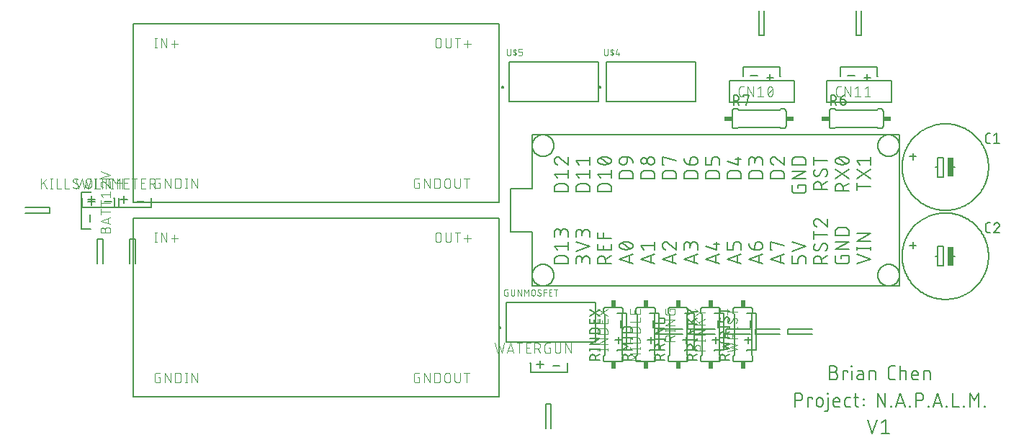
<source format=gbr>
G04 EAGLE Gerber RS-274X export*
G75*
%MOMM*%
%FSLAX34Y34*%
%LPD*%
%INSilkscreen Top*%
%IPPOS*%
%AMOC8*
5,1,8,0,0,1.08239X$1,22.5*%
G01*
%ADD10C,0.152400*%
%ADD11C,0.127000*%
%ADD12C,0.177800*%
%ADD13C,0.101600*%
%ADD14R,0.635000X2.286000*%
%ADD15R,0.609600X0.863600*%
%ADD16R,0.863600X0.609600*%
%ADD17C,0.200000*%
%ADD18C,0.076200*%


D10*
X908812Y330468D02*
X913328Y330468D01*
X913328Y330469D02*
X913461Y330467D01*
X913593Y330461D01*
X913725Y330451D01*
X913857Y330438D01*
X913989Y330420D01*
X914119Y330399D01*
X914250Y330374D01*
X914379Y330345D01*
X914507Y330312D01*
X914635Y330276D01*
X914761Y330236D01*
X914886Y330192D01*
X915010Y330144D01*
X915132Y330093D01*
X915253Y330038D01*
X915372Y329980D01*
X915490Y329918D01*
X915605Y329853D01*
X915719Y329784D01*
X915830Y329713D01*
X915939Y329637D01*
X916046Y329559D01*
X916151Y329478D01*
X916253Y329393D01*
X916353Y329306D01*
X916450Y329216D01*
X916545Y329123D01*
X916636Y329027D01*
X916725Y328929D01*
X916811Y328828D01*
X916894Y328724D01*
X916974Y328618D01*
X917050Y328510D01*
X917124Y328400D01*
X917194Y328287D01*
X917261Y328173D01*
X917324Y328056D01*
X917384Y327938D01*
X917441Y327818D01*
X917494Y327696D01*
X917543Y327573D01*
X917589Y327449D01*
X917631Y327323D01*
X917669Y327196D01*
X917704Y327068D01*
X917735Y326939D01*
X917762Y326810D01*
X917785Y326679D01*
X917805Y326548D01*
X917820Y326416D01*
X917832Y326284D01*
X917840Y326152D01*
X917844Y326019D01*
X917844Y325887D01*
X917840Y325754D01*
X917832Y325622D01*
X917820Y325490D01*
X917805Y325358D01*
X917785Y325227D01*
X917762Y325096D01*
X917735Y324967D01*
X917704Y324838D01*
X917669Y324710D01*
X917631Y324583D01*
X917589Y324457D01*
X917543Y324333D01*
X917494Y324210D01*
X917441Y324088D01*
X917384Y323968D01*
X917324Y323850D01*
X917261Y323733D01*
X917194Y323619D01*
X917124Y323506D01*
X917050Y323396D01*
X916974Y323288D01*
X916894Y323182D01*
X916811Y323078D01*
X916725Y322977D01*
X916636Y322879D01*
X916545Y322783D01*
X916450Y322690D01*
X916353Y322600D01*
X916253Y322513D01*
X916151Y322428D01*
X916046Y322347D01*
X915939Y322269D01*
X915830Y322193D01*
X915719Y322122D01*
X915605Y322053D01*
X915490Y321988D01*
X915372Y321926D01*
X915253Y321868D01*
X915132Y321813D01*
X915010Y321762D01*
X914886Y321714D01*
X914761Y321670D01*
X914635Y321630D01*
X914507Y321594D01*
X914379Y321561D01*
X914250Y321532D01*
X914119Y321507D01*
X913989Y321486D01*
X913857Y321468D01*
X913725Y321455D01*
X913593Y321445D01*
X913461Y321439D01*
X913328Y321437D01*
X908812Y321437D01*
X908812Y337693D01*
X913328Y337693D01*
X913447Y337691D01*
X913567Y337685D01*
X913686Y337675D01*
X913804Y337661D01*
X913923Y337644D01*
X914040Y337622D01*
X914157Y337597D01*
X914272Y337567D01*
X914387Y337534D01*
X914501Y337497D01*
X914613Y337457D01*
X914724Y337412D01*
X914833Y337364D01*
X914941Y337313D01*
X915047Y337258D01*
X915151Y337199D01*
X915253Y337137D01*
X915353Y337072D01*
X915451Y337003D01*
X915547Y336931D01*
X915640Y336856D01*
X915730Y336779D01*
X915818Y336698D01*
X915903Y336614D01*
X915985Y336527D01*
X916065Y336438D01*
X916141Y336346D01*
X916215Y336252D01*
X916285Y336155D01*
X916352Y336057D01*
X916416Y335956D01*
X916476Y335852D01*
X916533Y335747D01*
X916586Y335640D01*
X916636Y335532D01*
X916682Y335422D01*
X916724Y335310D01*
X916763Y335197D01*
X916798Y335083D01*
X916829Y334968D01*
X916857Y334851D01*
X916880Y334734D01*
X916900Y334617D01*
X916916Y334498D01*
X916928Y334379D01*
X916936Y334260D01*
X916940Y334141D01*
X916940Y334021D01*
X916936Y333902D01*
X916928Y333783D01*
X916916Y333664D01*
X916900Y333545D01*
X916880Y333428D01*
X916857Y333311D01*
X916829Y333194D01*
X916798Y333079D01*
X916763Y332965D01*
X916724Y332852D01*
X916682Y332740D01*
X916636Y332630D01*
X916586Y332522D01*
X916533Y332415D01*
X916476Y332310D01*
X916416Y332206D01*
X916352Y332105D01*
X916285Y332007D01*
X916215Y331910D01*
X916141Y331816D01*
X916065Y331724D01*
X915985Y331635D01*
X915903Y331548D01*
X915818Y331464D01*
X915730Y331383D01*
X915640Y331306D01*
X915547Y331231D01*
X915451Y331159D01*
X915353Y331090D01*
X915253Y331025D01*
X915151Y330963D01*
X915047Y330904D01*
X914941Y330849D01*
X914833Y330798D01*
X914724Y330750D01*
X914613Y330705D01*
X914501Y330665D01*
X914387Y330628D01*
X914272Y330595D01*
X914157Y330565D01*
X914040Y330540D01*
X913923Y330518D01*
X913804Y330501D01*
X913686Y330487D01*
X913567Y330477D01*
X913447Y330471D01*
X913328Y330469D01*
X924178Y332274D02*
X924178Y321437D01*
X924178Y332274D02*
X929597Y332274D01*
X929597Y330468D01*
X934479Y332274D02*
X934479Y321437D01*
X934028Y336790D02*
X934028Y337693D01*
X934931Y337693D01*
X934931Y336790D01*
X934028Y336790D01*
X943854Y327759D02*
X947918Y327759D01*
X943854Y327759D02*
X943742Y327757D01*
X943631Y327751D01*
X943520Y327741D01*
X943409Y327728D01*
X943299Y327710D01*
X943190Y327688D01*
X943081Y327663D01*
X942973Y327634D01*
X942867Y327601D01*
X942761Y327564D01*
X942657Y327524D01*
X942555Y327480D01*
X942454Y327432D01*
X942355Y327381D01*
X942257Y327326D01*
X942162Y327268D01*
X942069Y327207D01*
X941978Y327142D01*
X941889Y327074D01*
X941803Y327003D01*
X941720Y326930D01*
X941639Y326853D01*
X941560Y326773D01*
X941485Y326691D01*
X941413Y326606D01*
X941343Y326519D01*
X941277Y326429D01*
X941214Y326337D01*
X941154Y326242D01*
X941098Y326146D01*
X941045Y326048D01*
X940996Y325948D01*
X940950Y325846D01*
X940908Y325743D01*
X940869Y325638D01*
X940834Y325532D01*
X940803Y325425D01*
X940776Y325317D01*
X940752Y325208D01*
X940733Y325098D01*
X940717Y324988D01*
X940705Y324877D01*
X940697Y324765D01*
X940693Y324654D01*
X940693Y324542D01*
X940697Y324431D01*
X940705Y324319D01*
X940717Y324208D01*
X940733Y324098D01*
X940752Y323988D01*
X940776Y323879D01*
X940803Y323771D01*
X940834Y323664D01*
X940869Y323558D01*
X940908Y323453D01*
X940950Y323350D01*
X940996Y323248D01*
X941045Y323148D01*
X941098Y323050D01*
X941154Y322954D01*
X941214Y322859D01*
X941277Y322767D01*
X941343Y322677D01*
X941413Y322590D01*
X941485Y322505D01*
X941560Y322423D01*
X941639Y322343D01*
X941720Y322266D01*
X941803Y322193D01*
X941889Y322122D01*
X941978Y322054D01*
X942069Y321989D01*
X942162Y321928D01*
X942257Y321870D01*
X942355Y321815D01*
X942454Y321764D01*
X942555Y321716D01*
X942657Y321672D01*
X942761Y321632D01*
X942867Y321595D01*
X942973Y321562D01*
X943081Y321533D01*
X943190Y321508D01*
X943299Y321486D01*
X943409Y321468D01*
X943520Y321455D01*
X943631Y321445D01*
X943742Y321439D01*
X943854Y321437D01*
X947918Y321437D01*
X947918Y329565D01*
X947916Y329666D01*
X947910Y329767D01*
X947901Y329868D01*
X947888Y329969D01*
X947871Y330069D01*
X947850Y330168D01*
X947826Y330266D01*
X947798Y330363D01*
X947766Y330460D01*
X947731Y330555D01*
X947692Y330648D01*
X947650Y330740D01*
X947604Y330831D01*
X947555Y330920D01*
X947503Y331006D01*
X947447Y331091D01*
X947389Y331174D01*
X947327Y331254D01*
X947262Y331332D01*
X947195Y331408D01*
X947125Y331481D01*
X947052Y331551D01*
X946976Y331618D01*
X946898Y331683D01*
X946818Y331745D01*
X946735Y331803D01*
X946650Y331859D01*
X946564Y331911D01*
X946475Y331960D01*
X946384Y332006D01*
X946292Y332048D01*
X946199Y332087D01*
X946104Y332122D01*
X946007Y332154D01*
X945910Y332182D01*
X945812Y332206D01*
X945713Y332227D01*
X945613Y332244D01*
X945512Y332257D01*
X945411Y332266D01*
X945310Y332272D01*
X945209Y332274D01*
X941596Y332274D01*
X955356Y332274D02*
X955356Y321437D01*
X955356Y332274D02*
X959871Y332274D01*
X959975Y332272D01*
X960078Y332266D01*
X960182Y332256D01*
X960285Y332242D01*
X960387Y332224D01*
X960488Y332203D01*
X960589Y332177D01*
X960688Y332148D01*
X960787Y332115D01*
X960884Y332078D01*
X960979Y332037D01*
X961073Y331993D01*
X961165Y331945D01*
X961255Y331894D01*
X961344Y331839D01*
X961430Y331781D01*
X961513Y331719D01*
X961595Y331655D01*
X961673Y331587D01*
X961749Y331517D01*
X961823Y331444D01*
X961893Y331367D01*
X961961Y331289D01*
X962025Y331207D01*
X962087Y331124D01*
X962145Y331038D01*
X962200Y330949D01*
X962251Y330859D01*
X962299Y330767D01*
X962343Y330673D01*
X962384Y330578D01*
X962421Y330481D01*
X962454Y330382D01*
X962483Y330283D01*
X962509Y330182D01*
X962530Y330081D01*
X962548Y329979D01*
X962562Y329876D01*
X962572Y329772D01*
X962578Y329669D01*
X962580Y329565D01*
X962581Y329565D02*
X962581Y321437D01*
X981472Y321437D02*
X985085Y321437D01*
X981472Y321437D02*
X981354Y321439D01*
X981236Y321445D01*
X981118Y321454D01*
X981001Y321468D01*
X980884Y321485D01*
X980767Y321506D01*
X980652Y321531D01*
X980537Y321560D01*
X980423Y321593D01*
X980311Y321629D01*
X980200Y321669D01*
X980090Y321712D01*
X979981Y321759D01*
X979874Y321809D01*
X979769Y321864D01*
X979666Y321921D01*
X979565Y321982D01*
X979465Y322046D01*
X979368Y322113D01*
X979273Y322183D01*
X979181Y322257D01*
X979090Y322333D01*
X979003Y322413D01*
X978918Y322495D01*
X978836Y322580D01*
X978756Y322667D01*
X978680Y322758D01*
X978606Y322850D01*
X978536Y322945D01*
X978469Y323042D01*
X978405Y323142D01*
X978344Y323243D01*
X978287Y323346D01*
X978232Y323451D01*
X978182Y323558D01*
X978135Y323667D01*
X978092Y323777D01*
X978052Y323888D01*
X978016Y324000D01*
X977983Y324114D01*
X977954Y324229D01*
X977929Y324344D01*
X977908Y324461D01*
X977891Y324578D01*
X977877Y324695D01*
X977868Y324813D01*
X977862Y324931D01*
X977860Y325049D01*
X977860Y334081D01*
X977862Y334199D01*
X977868Y334317D01*
X977877Y334435D01*
X977891Y334552D01*
X977908Y334669D01*
X977929Y334786D01*
X977954Y334901D01*
X977983Y335016D01*
X978016Y335130D01*
X978052Y335242D01*
X978092Y335353D01*
X978135Y335463D01*
X978182Y335572D01*
X978232Y335679D01*
X978286Y335784D01*
X978344Y335887D01*
X978405Y335988D01*
X978469Y336088D01*
X978536Y336185D01*
X978606Y336280D01*
X978680Y336372D01*
X978756Y336463D01*
X978836Y336550D01*
X978918Y336635D01*
X979003Y336717D01*
X979090Y336797D01*
X979181Y336873D01*
X979273Y336947D01*
X979368Y337017D01*
X979465Y337084D01*
X979565Y337148D01*
X979666Y337209D01*
X979769Y337266D01*
X979874Y337320D01*
X979981Y337371D01*
X980090Y337418D01*
X980200Y337461D01*
X980311Y337501D01*
X980423Y337537D01*
X980537Y337570D01*
X980652Y337599D01*
X980767Y337624D01*
X980884Y337645D01*
X981001Y337662D01*
X981118Y337676D01*
X981236Y337685D01*
X981354Y337691D01*
X981472Y337693D01*
X985085Y337693D01*
X991307Y337693D02*
X991307Y321437D01*
X991307Y332274D02*
X995823Y332274D01*
X995927Y332272D01*
X996030Y332266D01*
X996134Y332256D01*
X996237Y332242D01*
X996339Y332224D01*
X996440Y332203D01*
X996541Y332177D01*
X996640Y332148D01*
X996739Y332115D01*
X996836Y332078D01*
X996931Y332037D01*
X997025Y331993D01*
X997117Y331945D01*
X997207Y331894D01*
X997296Y331839D01*
X997382Y331781D01*
X997465Y331719D01*
X997547Y331655D01*
X997625Y331587D01*
X997701Y331517D01*
X997775Y331444D01*
X997845Y331367D01*
X997913Y331289D01*
X997977Y331207D01*
X998039Y331124D01*
X998097Y331038D01*
X998152Y330949D01*
X998203Y330859D01*
X998251Y330767D01*
X998295Y330673D01*
X998336Y330578D01*
X998373Y330481D01*
X998406Y330382D01*
X998435Y330283D01*
X998461Y330182D01*
X998482Y330081D01*
X998500Y329979D01*
X998514Y329876D01*
X998524Y329772D01*
X998530Y329669D01*
X998532Y329565D01*
X998532Y321437D01*
X1008085Y321437D02*
X1012600Y321437D01*
X1008085Y321437D02*
X1007984Y321439D01*
X1007883Y321445D01*
X1007782Y321454D01*
X1007681Y321467D01*
X1007581Y321484D01*
X1007482Y321505D01*
X1007384Y321529D01*
X1007287Y321557D01*
X1007190Y321589D01*
X1007095Y321624D01*
X1007002Y321663D01*
X1006910Y321705D01*
X1006819Y321751D01*
X1006731Y321800D01*
X1006644Y321852D01*
X1006559Y321908D01*
X1006476Y321966D01*
X1006396Y322028D01*
X1006318Y322093D01*
X1006242Y322160D01*
X1006169Y322230D01*
X1006099Y322303D01*
X1006032Y322379D01*
X1005967Y322457D01*
X1005905Y322537D01*
X1005847Y322620D01*
X1005791Y322705D01*
X1005739Y322792D01*
X1005690Y322880D01*
X1005644Y322971D01*
X1005602Y323063D01*
X1005563Y323156D01*
X1005528Y323251D01*
X1005496Y323348D01*
X1005468Y323445D01*
X1005444Y323543D01*
X1005423Y323642D01*
X1005406Y323742D01*
X1005393Y323843D01*
X1005384Y323944D01*
X1005378Y324045D01*
X1005376Y324146D01*
X1005376Y328662D01*
X1005378Y328781D01*
X1005384Y328901D01*
X1005394Y329020D01*
X1005408Y329138D01*
X1005425Y329257D01*
X1005447Y329374D01*
X1005472Y329491D01*
X1005502Y329606D01*
X1005535Y329721D01*
X1005572Y329835D01*
X1005612Y329947D01*
X1005657Y330058D01*
X1005705Y330167D01*
X1005756Y330275D01*
X1005811Y330381D01*
X1005870Y330485D01*
X1005932Y330587D01*
X1005997Y330687D01*
X1006066Y330785D01*
X1006138Y330881D01*
X1006213Y330974D01*
X1006290Y331064D01*
X1006371Y331152D01*
X1006455Y331237D01*
X1006542Y331319D01*
X1006631Y331399D01*
X1006723Y331475D01*
X1006817Y331549D01*
X1006914Y331619D01*
X1007012Y331686D01*
X1007113Y331750D01*
X1007217Y331810D01*
X1007322Y331867D01*
X1007429Y331920D01*
X1007537Y331970D01*
X1007647Y332016D01*
X1007759Y332058D01*
X1007872Y332097D01*
X1007986Y332132D01*
X1008101Y332163D01*
X1008218Y332191D01*
X1008335Y332214D01*
X1008452Y332234D01*
X1008571Y332250D01*
X1008690Y332262D01*
X1008809Y332270D01*
X1008928Y332274D01*
X1009048Y332274D01*
X1009167Y332270D01*
X1009286Y332262D01*
X1009405Y332250D01*
X1009524Y332234D01*
X1009641Y332214D01*
X1009758Y332191D01*
X1009875Y332163D01*
X1009990Y332132D01*
X1010104Y332097D01*
X1010217Y332058D01*
X1010329Y332016D01*
X1010439Y331970D01*
X1010547Y331920D01*
X1010654Y331867D01*
X1010759Y331810D01*
X1010863Y331750D01*
X1010964Y331686D01*
X1011062Y331619D01*
X1011159Y331549D01*
X1011253Y331475D01*
X1011345Y331399D01*
X1011434Y331319D01*
X1011521Y331237D01*
X1011605Y331152D01*
X1011686Y331064D01*
X1011763Y330974D01*
X1011838Y330881D01*
X1011910Y330785D01*
X1011979Y330687D01*
X1012044Y330587D01*
X1012106Y330485D01*
X1012165Y330381D01*
X1012220Y330275D01*
X1012271Y330167D01*
X1012319Y330058D01*
X1012364Y329947D01*
X1012404Y329835D01*
X1012441Y329721D01*
X1012474Y329606D01*
X1012504Y329491D01*
X1012529Y329374D01*
X1012551Y329257D01*
X1012568Y329138D01*
X1012582Y329020D01*
X1012592Y328901D01*
X1012598Y328781D01*
X1012600Y328662D01*
X1012600Y326856D01*
X1005376Y326856D01*
X1019444Y321437D02*
X1019444Y332274D01*
X1023959Y332274D01*
X1024063Y332272D01*
X1024166Y332266D01*
X1024270Y332256D01*
X1024373Y332242D01*
X1024475Y332224D01*
X1024576Y332203D01*
X1024677Y332177D01*
X1024776Y332148D01*
X1024875Y332115D01*
X1024972Y332078D01*
X1025067Y332037D01*
X1025161Y331993D01*
X1025253Y331945D01*
X1025343Y331894D01*
X1025432Y331839D01*
X1025518Y331781D01*
X1025601Y331719D01*
X1025683Y331655D01*
X1025761Y331587D01*
X1025837Y331517D01*
X1025911Y331444D01*
X1025981Y331367D01*
X1026049Y331289D01*
X1026113Y331207D01*
X1026175Y331124D01*
X1026233Y331038D01*
X1026288Y330949D01*
X1026339Y330859D01*
X1026387Y330767D01*
X1026431Y330673D01*
X1026472Y330578D01*
X1026509Y330481D01*
X1026542Y330382D01*
X1026571Y330283D01*
X1026597Y330182D01*
X1026618Y330081D01*
X1026636Y329979D01*
X1026650Y329876D01*
X1026660Y329772D01*
X1026666Y329669D01*
X1026668Y329565D01*
X1026669Y329565D02*
X1026669Y321437D01*
X867537Y305943D02*
X867537Y289687D01*
X867537Y305943D02*
X872053Y305943D01*
X872186Y305941D01*
X872318Y305935D01*
X872450Y305925D01*
X872582Y305912D01*
X872714Y305894D01*
X872844Y305873D01*
X872975Y305848D01*
X873104Y305819D01*
X873232Y305786D01*
X873360Y305750D01*
X873486Y305710D01*
X873611Y305666D01*
X873735Y305618D01*
X873857Y305567D01*
X873978Y305512D01*
X874097Y305454D01*
X874215Y305392D01*
X874330Y305327D01*
X874444Y305258D01*
X874555Y305187D01*
X874664Y305111D01*
X874771Y305033D01*
X874876Y304952D01*
X874978Y304867D01*
X875078Y304780D01*
X875175Y304690D01*
X875270Y304597D01*
X875361Y304501D01*
X875450Y304403D01*
X875536Y304302D01*
X875619Y304198D01*
X875699Y304092D01*
X875775Y303984D01*
X875849Y303874D01*
X875919Y303761D01*
X875986Y303647D01*
X876049Y303530D01*
X876109Y303412D01*
X876166Y303292D01*
X876219Y303170D01*
X876268Y303047D01*
X876314Y302923D01*
X876356Y302797D01*
X876394Y302670D01*
X876429Y302542D01*
X876460Y302413D01*
X876487Y302284D01*
X876510Y302153D01*
X876530Y302022D01*
X876545Y301890D01*
X876557Y301758D01*
X876565Y301626D01*
X876569Y301493D01*
X876569Y301361D01*
X876565Y301228D01*
X876557Y301096D01*
X876545Y300964D01*
X876530Y300832D01*
X876510Y300701D01*
X876487Y300570D01*
X876460Y300441D01*
X876429Y300312D01*
X876394Y300184D01*
X876356Y300057D01*
X876314Y299931D01*
X876268Y299807D01*
X876219Y299684D01*
X876166Y299562D01*
X876109Y299442D01*
X876049Y299324D01*
X875986Y299207D01*
X875919Y299093D01*
X875849Y298980D01*
X875775Y298870D01*
X875699Y298762D01*
X875619Y298656D01*
X875536Y298552D01*
X875450Y298451D01*
X875361Y298353D01*
X875270Y298257D01*
X875175Y298164D01*
X875078Y298074D01*
X874978Y297987D01*
X874876Y297902D01*
X874771Y297821D01*
X874664Y297743D01*
X874555Y297667D01*
X874444Y297596D01*
X874330Y297527D01*
X874215Y297462D01*
X874097Y297400D01*
X873978Y297342D01*
X873857Y297287D01*
X873735Y297236D01*
X873611Y297188D01*
X873486Y297144D01*
X873360Y297104D01*
X873232Y297068D01*
X873104Y297035D01*
X872975Y297006D01*
X872844Y296981D01*
X872714Y296960D01*
X872582Y296942D01*
X872450Y296929D01*
X872318Y296919D01*
X872186Y296913D01*
X872053Y296911D01*
X872053Y296912D02*
X867537Y296912D01*
X882903Y300524D02*
X882903Y289687D01*
X882903Y300524D02*
X888322Y300524D01*
X888322Y298718D01*
X893239Y296912D02*
X893239Y293299D01*
X893240Y296912D02*
X893242Y297031D01*
X893248Y297151D01*
X893258Y297270D01*
X893272Y297388D01*
X893289Y297507D01*
X893311Y297624D01*
X893336Y297741D01*
X893366Y297856D01*
X893399Y297971D01*
X893436Y298085D01*
X893476Y298197D01*
X893521Y298308D01*
X893569Y298417D01*
X893620Y298525D01*
X893675Y298631D01*
X893734Y298735D01*
X893796Y298837D01*
X893861Y298937D01*
X893930Y299035D01*
X894002Y299131D01*
X894077Y299224D01*
X894154Y299314D01*
X894235Y299402D01*
X894319Y299487D01*
X894406Y299569D01*
X894495Y299649D01*
X894587Y299725D01*
X894681Y299799D01*
X894778Y299869D01*
X894876Y299936D01*
X894977Y300000D01*
X895081Y300060D01*
X895186Y300117D01*
X895293Y300170D01*
X895401Y300220D01*
X895511Y300266D01*
X895623Y300308D01*
X895736Y300347D01*
X895850Y300382D01*
X895965Y300413D01*
X896082Y300441D01*
X896199Y300464D01*
X896316Y300484D01*
X896435Y300500D01*
X896554Y300512D01*
X896673Y300520D01*
X896792Y300524D01*
X896912Y300524D01*
X897031Y300520D01*
X897150Y300512D01*
X897269Y300500D01*
X897388Y300484D01*
X897505Y300464D01*
X897622Y300441D01*
X897739Y300413D01*
X897854Y300382D01*
X897968Y300347D01*
X898081Y300308D01*
X898193Y300266D01*
X898303Y300220D01*
X898411Y300170D01*
X898518Y300117D01*
X898623Y300060D01*
X898727Y300000D01*
X898828Y299936D01*
X898926Y299869D01*
X899023Y299799D01*
X899117Y299725D01*
X899209Y299649D01*
X899298Y299569D01*
X899385Y299487D01*
X899469Y299402D01*
X899550Y299314D01*
X899627Y299224D01*
X899702Y299131D01*
X899774Y299035D01*
X899843Y298937D01*
X899908Y298837D01*
X899970Y298735D01*
X900029Y298631D01*
X900084Y298525D01*
X900135Y298417D01*
X900183Y298308D01*
X900228Y298197D01*
X900268Y298085D01*
X900305Y297971D01*
X900338Y297856D01*
X900368Y297741D01*
X900393Y297624D01*
X900415Y297507D01*
X900432Y297388D01*
X900446Y297270D01*
X900456Y297151D01*
X900462Y297031D01*
X900464Y296912D01*
X900464Y293299D01*
X900462Y293180D01*
X900456Y293060D01*
X900446Y292941D01*
X900432Y292823D01*
X900415Y292704D01*
X900393Y292587D01*
X900368Y292470D01*
X900338Y292355D01*
X900305Y292240D01*
X900268Y292126D01*
X900228Y292014D01*
X900183Y291903D01*
X900135Y291794D01*
X900084Y291686D01*
X900029Y291580D01*
X899970Y291476D01*
X899908Y291374D01*
X899843Y291274D01*
X899774Y291176D01*
X899702Y291080D01*
X899627Y290987D01*
X899550Y290897D01*
X899469Y290809D01*
X899385Y290724D01*
X899298Y290642D01*
X899209Y290562D01*
X899117Y290486D01*
X899023Y290412D01*
X898926Y290342D01*
X898828Y290275D01*
X898727Y290211D01*
X898623Y290151D01*
X898518Y290094D01*
X898411Y290041D01*
X898303Y289991D01*
X898193Y289945D01*
X898081Y289903D01*
X897968Y289864D01*
X897854Y289829D01*
X897739Y289798D01*
X897622Y289770D01*
X897505Y289747D01*
X897388Y289727D01*
X897269Y289711D01*
X897150Y289699D01*
X897031Y289691D01*
X896912Y289687D01*
X896792Y289687D01*
X896673Y289691D01*
X896554Y289699D01*
X896435Y289711D01*
X896316Y289727D01*
X896199Y289747D01*
X896082Y289770D01*
X895965Y289798D01*
X895850Y289829D01*
X895736Y289864D01*
X895623Y289903D01*
X895511Y289945D01*
X895401Y289991D01*
X895293Y290041D01*
X895186Y290094D01*
X895081Y290151D01*
X894977Y290211D01*
X894876Y290275D01*
X894778Y290342D01*
X894681Y290412D01*
X894587Y290486D01*
X894495Y290562D01*
X894406Y290642D01*
X894319Y290724D01*
X894235Y290809D01*
X894154Y290897D01*
X894077Y290987D01*
X894002Y291080D01*
X893930Y291176D01*
X893861Y291274D01*
X893796Y291374D01*
X893734Y291476D01*
X893675Y291580D01*
X893620Y291686D01*
X893569Y291794D01*
X893521Y291903D01*
X893476Y292014D01*
X893436Y292126D01*
X893399Y292240D01*
X893366Y292355D01*
X893336Y292470D01*
X893311Y292587D01*
X893289Y292704D01*
X893272Y292823D01*
X893258Y292941D01*
X893248Y293060D01*
X893242Y293180D01*
X893240Y293299D01*
X906508Y286978D02*
X906508Y300524D01*
X906508Y286978D02*
X906506Y286874D01*
X906500Y286771D01*
X906490Y286667D01*
X906476Y286564D01*
X906458Y286462D01*
X906437Y286361D01*
X906411Y286260D01*
X906382Y286161D01*
X906349Y286062D01*
X906312Y285965D01*
X906271Y285870D01*
X906227Y285776D01*
X906179Y285684D01*
X906128Y285594D01*
X906073Y285505D01*
X906015Y285419D01*
X905953Y285336D01*
X905889Y285254D01*
X905821Y285176D01*
X905751Y285100D01*
X905678Y285026D01*
X905601Y284956D01*
X905523Y284888D01*
X905441Y284824D01*
X905358Y284762D01*
X905272Y284704D01*
X905183Y284649D01*
X905093Y284598D01*
X905001Y284550D01*
X904907Y284506D01*
X904812Y284465D01*
X904715Y284428D01*
X904616Y284395D01*
X904517Y284366D01*
X904416Y284340D01*
X904315Y284319D01*
X904213Y284301D01*
X904110Y284287D01*
X904006Y284277D01*
X903903Y284271D01*
X903799Y284269D01*
X903799Y284268D02*
X902896Y284268D01*
X906057Y305040D02*
X906057Y305943D01*
X906960Y305943D01*
X906960Y305040D01*
X906057Y305040D01*
X915748Y289687D02*
X920264Y289687D01*
X915748Y289687D02*
X915647Y289689D01*
X915546Y289695D01*
X915445Y289704D01*
X915344Y289717D01*
X915244Y289734D01*
X915145Y289755D01*
X915047Y289779D01*
X914950Y289807D01*
X914853Y289839D01*
X914758Y289874D01*
X914665Y289913D01*
X914573Y289955D01*
X914482Y290001D01*
X914394Y290050D01*
X914307Y290102D01*
X914222Y290158D01*
X914139Y290216D01*
X914059Y290278D01*
X913981Y290343D01*
X913905Y290410D01*
X913832Y290480D01*
X913762Y290553D01*
X913695Y290629D01*
X913630Y290707D01*
X913568Y290787D01*
X913510Y290870D01*
X913454Y290955D01*
X913402Y291042D01*
X913353Y291130D01*
X913307Y291221D01*
X913265Y291313D01*
X913226Y291406D01*
X913191Y291501D01*
X913159Y291598D01*
X913131Y291695D01*
X913107Y291793D01*
X913086Y291892D01*
X913069Y291992D01*
X913056Y292093D01*
X913047Y292194D01*
X913041Y292295D01*
X913039Y292396D01*
X913039Y296912D01*
X913041Y297031D01*
X913047Y297151D01*
X913057Y297270D01*
X913071Y297388D01*
X913088Y297507D01*
X913110Y297624D01*
X913135Y297741D01*
X913165Y297856D01*
X913198Y297971D01*
X913235Y298085D01*
X913275Y298197D01*
X913320Y298308D01*
X913368Y298417D01*
X913419Y298525D01*
X913474Y298631D01*
X913533Y298735D01*
X913595Y298837D01*
X913660Y298937D01*
X913729Y299035D01*
X913801Y299131D01*
X913876Y299224D01*
X913953Y299314D01*
X914034Y299402D01*
X914118Y299487D01*
X914205Y299569D01*
X914294Y299649D01*
X914386Y299725D01*
X914480Y299799D01*
X914577Y299869D01*
X914675Y299936D01*
X914776Y300000D01*
X914880Y300060D01*
X914985Y300117D01*
X915092Y300170D01*
X915200Y300220D01*
X915310Y300266D01*
X915422Y300308D01*
X915535Y300347D01*
X915649Y300382D01*
X915764Y300413D01*
X915881Y300441D01*
X915998Y300464D01*
X916115Y300484D01*
X916234Y300500D01*
X916353Y300512D01*
X916472Y300520D01*
X916591Y300524D01*
X916711Y300524D01*
X916830Y300520D01*
X916949Y300512D01*
X917068Y300500D01*
X917187Y300484D01*
X917304Y300464D01*
X917421Y300441D01*
X917538Y300413D01*
X917653Y300382D01*
X917767Y300347D01*
X917880Y300308D01*
X917992Y300266D01*
X918102Y300220D01*
X918210Y300170D01*
X918317Y300117D01*
X918422Y300060D01*
X918526Y300000D01*
X918627Y299936D01*
X918725Y299869D01*
X918822Y299799D01*
X918916Y299725D01*
X919008Y299649D01*
X919097Y299569D01*
X919184Y299487D01*
X919268Y299402D01*
X919349Y299314D01*
X919426Y299224D01*
X919501Y299131D01*
X919573Y299035D01*
X919642Y298937D01*
X919707Y298837D01*
X919769Y298735D01*
X919828Y298631D01*
X919883Y298525D01*
X919934Y298417D01*
X919982Y298308D01*
X920027Y298197D01*
X920067Y298085D01*
X920104Y297971D01*
X920137Y297856D01*
X920167Y297741D01*
X920192Y297624D01*
X920214Y297507D01*
X920231Y297388D01*
X920245Y297270D01*
X920255Y297151D01*
X920261Y297031D01*
X920263Y296912D01*
X920264Y296912D02*
X920264Y295106D01*
X913039Y295106D01*
X929313Y289687D02*
X932925Y289687D01*
X929313Y289687D02*
X929212Y289689D01*
X929111Y289695D01*
X929010Y289704D01*
X928909Y289717D01*
X928809Y289734D01*
X928710Y289755D01*
X928612Y289779D01*
X928515Y289807D01*
X928418Y289839D01*
X928323Y289874D01*
X928230Y289913D01*
X928138Y289955D01*
X928047Y290001D01*
X927959Y290050D01*
X927872Y290102D01*
X927787Y290158D01*
X927704Y290216D01*
X927624Y290278D01*
X927546Y290343D01*
X927470Y290410D01*
X927397Y290480D01*
X927327Y290553D01*
X927260Y290629D01*
X927195Y290707D01*
X927133Y290787D01*
X927075Y290870D01*
X927019Y290955D01*
X926967Y291042D01*
X926918Y291130D01*
X926872Y291221D01*
X926830Y291313D01*
X926791Y291406D01*
X926756Y291501D01*
X926724Y291598D01*
X926696Y291695D01*
X926672Y291793D01*
X926651Y291892D01*
X926634Y291992D01*
X926621Y292093D01*
X926612Y292194D01*
X926606Y292295D01*
X926604Y292396D01*
X926603Y292396D02*
X926603Y297815D01*
X926604Y297815D02*
X926606Y297916D01*
X926612Y298017D01*
X926621Y298118D01*
X926634Y298219D01*
X926651Y298319D01*
X926672Y298418D01*
X926696Y298516D01*
X926724Y298613D01*
X926756Y298710D01*
X926791Y298805D01*
X926830Y298898D01*
X926872Y298990D01*
X926918Y299081D01*
X926967Y299170D01*
X927019Y299256D01*
X927075Y299341D01*
X927133Y299424D01*
X927195Y299504D01*
X927260Y299582D01*
X927327Y299658D01*
X927397Y299731D01*
X927470Y299801D01*
X927546Y299868D01*
X927624Y299933D01*
X927704Y299995D01*
X927787Y300053D01*
X927872Y300109D01*
X927959Y300161D01*
X928047Y300210D01*
X928138Y300256D01*
X928230Y300298D01*
X928323Y300337D01*
X928418Y300372D01*
X928515Y300404D01*
X928612Y300432D01*
X928710Y300456D01*
X928809Y300477D01*
X928909Y300494D01*
X929010Y300507D01*
X929111Y300516D01*
X929212Y300522D01*
X929313Y300524D01*
X932925Y300524D01*
X937272Y300524D02*
X942691Y300524D01*
X939079Y305943D02*
X939079Y292396D01*
X939081Y292295D01*
X939087Y292194D01*
X939096Y292093D01*
X939109Y291992D01*
X939126Y291892D01*
X939147Y291793D01*
X939171Y291695D01*
X939199Y291598D01*
X939231Y291501D01*
X939266Y291406D01*
X939305Y291313D01*
X939347Y291221D01*
X939393Y291130D01*
X939442Y291042D01*
X939494Y290955D01*
X939550Y290870D01*
X939608Y290787D01*
X939670Y290707D01*
X939735Y290629D01*
X939802Y290553D01*
X939872Y290480D01*
X939945Y290410D01*
X940021Y290343D01*
X940099Y290278D01*
X940179Y290216D01*
X940262Y290158D01*
X940347Y290102D01*
X940434Y290050D01*
X940522Y290001D01*
X940613Y289955D01*
X940705Y289913D01*
X940798Y289874D01*
X940893Y289839D01*
X940990Y289807D01*
X941087Y289779D01*
X941185Y289755D01*
X941284Y289734D01*
X941384Y289717D01*
X941485Y289704D01*
X941586Y289695D01*
X941687Y289689D01*
X941788Y289687D01*
X942691Y289687D01*
X948504Y291042D02*
X948504Y291945D01*
X949407Y291945D01*
X949407Y291042D01*
X948504Y291042D01*
X948504Y298267D02*
X948504Y299170D01*
X949407Y299170D01*
X949407Y298267D01*
X948504Y298267D01*
X964761Y305943D02*
X964761Y289687D01*
X973792Y289687D02*
X964761Y305943D01*
X973792Y305943D02*
X973792Y289687D01*
X980288Y289687D02*
X980288Y290590D01*
X981191Y290590D01*
X981191Y289687D01*
X980288Y289687D01*
X986262Y289687D02*
X991681Y305943D01*
X997100Y289687D01*
X995745Y293751D02*
X987617Y293751D01*
X1002171Y290590D02*
X1002171Y289687D01*
X1002171Y290590D02*
X1003074Y290590D01*
X1003074Y289687D01*
X1002171Y289687D01*
X1009781Y289687D02*
X1009781Y305943D01*
X1014297Y305943D01*
X1014430Y305941D01*
X1014562Y305935D01*
X1014694Y305925D01*
X1014826Y305912D01*
X1014958Y305894D01*
X1015088Y305873D01*
X1015219Y305848D01*
X1015348Y305819D01*
X1015476Y305786D01*
X1015604Y305750D01*
X1015730Y305710D01*
X1015855Y305666D01*
X1015979Y305618D01*
X1016101Y305567D01*
X1016222Y305512D01*
X1016341Y305454D01*
X1016459Y305392D01*
X1016574Y305327D01*
X1016688Y305258D01*
X1016799Y305187D01*
X1016908Y305111D01*
X1017015Y305033D01*
X1017120Y304952D01*
X1017222Y304867D01*
X1017322Y304780D01*
X1017419Y304690D01*
X1017514Y304597D01*
X1017605Y304501D01*
X1017694Y304403D01*
X1017780Y304302D01*
X1017863Y304198D01*
X1017943Y304092D01*
X1018019Y303984D01*
X1018093Y303874D01*
X1018163Y303761D01*
X1018230Y303647D01*
X1018293Y303530D01*
X1018353Y303412D01*
X1018410Y303292D01*
X1018463Y303170D01*
X1018512Y303047D01*
X1018558Y302923D01*
X1018600Y302797D01*
X1018638Y302670D01*
X1018673Y302542D01*
X1018704Y302413D01*
X1018731Y302284D01*
X1018754Y302153D01*
X1018774Y302022D01*
X1018789Y301890D01*
X1018801Y301758D01*
X1018809Y301626D01*
X1018813Y301493D01*
X1018813Y301361D01*
X1018809Y301228D01*
X1018801Y301096D01*
X1018789Y300964D01*
X1018774Y300832D01*
X1018754Y300701D01*
X1018731Y300570D01*
X1018704Y300441D01*
X1018673Y300312D01*
X1018638Y300184D01*
X1018600Y300057D01*
X1018558Y299931D01*
X1018512Y299807D01*
X1018463Y299684D01*
X1018410Y299562D01*
X1018353Y299442D01*
X1018293Y299324D01*
X1018230Y299207D01*
X1018163Y299093D01*
X1018093Y298980D01*
X1018019Y298870D01*
X1017943Y298762D01*
X1017863Y298656D01*
X1017780Y298552D01*
X1017694Y298451D01*
X1017605Y298353D01*
X1017514Y298257D01*
X1017419Y298164D01*
X1017322Y298074D01*
X1017222Y297987D01*
X1017120Y297902D01*
X1017015Y297821D01*
X1016908Y297743D01*
X1016799Y297667D01*
X1016688Y297596D01*
X1016574Y297527D01*
X1016459Y297462D01*
X1016341Y297400D01*
X1016222Y297342D01*
X1016101Y297287D01*
X1015979Y297236D01*
X1015855Y297188D01*
X1015730Y297144D01*
X1015604Y297104D01*
X1015476Y297068D01*
X1015348Y297035D01*
X1015219Y297006D01*
X1015088Y296981D01*
X1014958Y296960D01*
X1014826Y296942D01*
X1014694Y296929D01*
X1014562Y296919D01*
X1014430Y296913D01*
X1014297Y296911D01*
X1014297Y296912D02*
X1009781Y296912D01*
X1024055Y290590D02*
X1024055Y289687D01*
X1024055Y290590D02*
X1024958Y290590D01*
X1024958Y289687D01*
X1024055Y289687D01*
X1030030Y289687D02*
X1035448Y305943D01*
X1040867Y289687D01*
X1039512Y293751D02*
X1031384Y293751D01*
X1045939Y290590D02*
X1045939Y289687D01*
X1045939Y290590D02*
X1046842Y290590D01*
X1046842Y289687D01*
X1045939Y289687D01*
X1053367Y289687D02*
X1053367Y305943D01*
X1053367Y289687D02*
X1060592Y289687D01*
X1065738Y289687D02*
X1065738Y290590D01*
X1066641Y290590D01*
X1066641Y289687D01*
X1065738Y289687D01*
X1073276Y289687D02*
X1073276Y305943D01*
X1078695Y296912D01*
X1084113Y305943D01*
X1084113Y289687D01*
X1090748Y289687D02*
X1090748Y290590D01*
X1091651Y290590D01*
X1091651Y289687D01*
X1090748Y289687D01*
X958681Y257937D02*
X953262Y274193D01*
X964099Y274193D02*
X958681Y257937D01*
X969796Y270581D02*
X974312Y274193D01*
X974312Y257937D01*
X978827Y257937D02*
X969796Y257937D01*
D11*
X39400Y498700D02*
X28400Y498700D01*
X28400Y541700D01*
X39400Y541700D01*
X39400Y542700D01*
X-8600Y517700D02*
X-37600Y517700D01*
X-8600Y517700D02*
X-8600Y523700D01*
X-37600Y523700D01*
D12*
X40631Y526449D02*
X40631Y534746D01*
X44780Y530598D02*
X36482Y530598D01*
X38631Y515596D02*
X38631Y507299D01*
D13*
X56401Y497454D02*
X56401Y494208D01*
X56400Y497454D02*
X56402Y497567D01*
X56408Y497680D01*
X56418Y497793D01*
X56432Y497906D01*
X56449Y498018D01*
X56471Y498129D01*
X56496Y498239D01*
X56526Y498349D01*
X56559Y498457D01*
X56596Y498564D01*
X56636Y498670D01*
X56681Y498774D01*
X56729Y498877D01*
X56780Y498978D01*
X56835Y499077D01*
X56893Y499174D01*
X56955Y499269D01*
X57020Y499362D01*
X57088Y499452D01*
X57159Y499540D01*
X57234Y499626D01*
X57311Y499709D01*
X57391Y499789D01*
X57474Y499866D01*
X57560Y499941D01*
X57648Y500012D01*
X57738Y500080D01*
X57831Y500145D01*
X57926Y500207D01*
X58023Y500265D01*
X58122Y500320D01*
X58223Y500371D01*
X58326Y500419D01*
X58430Y500464D01*
X58536Y500504D01*
X58643Y500541D01*
X58751Y500574D01*
X58861Y500604D01*
X58971Y500629D01*
X59082Y500651D01*
X59194Y500668D01*
X59307Y500682D01*
X59420Y500692D01*
X59533Y500698D01*
X59646Y500700D01*
X59759Y500698D01*
X59872Y500692D01*
X59985Y500682D01*
X60098Y500668D01*
X60210Y500651D01*
X60321Y500629D01*
X60431Y500604D01*
X60541Y500574D01*
X60649Y500541D01*
X60756Y500504D01*
X60862Y500464D01*
X60966Y500419D01*
X61069Y500371D01*
X61170Y500320D01*
X61269Y500265D01*
X61366Y500207D01*
X61461Y500145D01*
X61554Y500080D01*
X61644Y500012D01*
X61732Y499941D01*
X61818Y499866D01*
X61901Y499789D01*
X61981Y499709D01*
X62058Y499626D01*
X62133Y499540D01*
X62204Y499452D01*
X62272Y499362D01*
X62337Y499269D01*
X62399Y499174D01*
X62457Y499077D01*
X62512Y498978D01*
X62563Y498877D01*
X62611Y498774D01*
X62656Y498670D01*
X62696Y498564D01*
X62733Y498457D01*
X62766Y498349D01*
X62796Y498239D01*
X62821Y498129D01*
X62843Y498018D01*
X62860Y497906D01*
X62874Y497793D01*
X62884Y497680D01*
X62890Y497567D01*
X62892Y497454D01*
X62892Y494208D01*
X51208Y494208D01*
X51208Y497454D01*
X51210Y497555D01*
X51216Y497655D01*
X51226Y497755D01*
X51239Y497855D01*
X51257Y497954D01*
X51278Y498053D01*
X51303Y498150D01*
X51332Y498247D01*
X51365Y498342D01*
X51401Y498436D01*
X51441Y498528D01*
X51484Y498619D01*
X51531Y498708D01*
X51581Y498795D01*
X51635Y498881D01*
X51692Y498964D01*
X51752Y499044D01*
X51815Y499123D01*
X51882Y499199D01*
X51951Y499272D01*
X52023Y499342D01*
X52097Y499410D01*
X52174Y499475D01*
X52254Y499536D01*
X52336Y499595D01*
X52420Y499650D01*
X52506Y499702D01*
X52594Y499751D01*
X52684Y499796D01*
X52776Y499838D01*
X52869Y499876D01*
X52964Y499910D01*
X53059Y499941D01*
X53156Y499968D01*
X53254Y499991D01*
X53353Y500011D01*
X53453Y500026D01*
X53553Y500038D01*
X53653Y500046D01*
X53754Y500050D01*
X53854Y500050D01*
X53955Y500046D01*
X54055Y500038D01*
X54155Y500026D01*
X54255Y500011D01*
X54354Y499991D01*
X54452Y499968D01*
X54549Y499941D01*
X54644Y499910D01*
X54739Y499876D01*
X54832Y499838D01*
X54924Y499796D01*
X55014Y499751D01*
X55102Y499702D01*
X55188Y499650D01*
X55272Y499595D01*
X55354Y499536D01*
X55434Y499475D01*
X55511Y499410D01*
X55585Y499342D01*
X55657Y499272D01*
X55726Y499199D01*
X55793Y499123D01*
X55856Y499044D01*
X55916Y498964D01*
X55973Y498881D01*
X56027Y498795D01*
X56077Y498708D01*
X56124Y498619D01*
X56167Y498528D01*
X56207Y498436D01*
X56243Y498342D01*
X56276Y498247D01*
X56305Y498150D01*
X56330Y498053D01*
X56351Y497954D01*
X56369Y497855D01*
X56382Y497755D01*
X56392Y497655D01*
X56398Y497555D01*
X56400Y497454D01*
X62892Y504439D02*
X51208Y508333D01*
X62892Y512228D01*
X59971Y511254D02*
X59971Y505412D01*
X62892Y519001D02*
X51208Y519001D01*
X51208Y515756D02*
X51208Y522247D01*
X51208Y528907D02*
X62892Y528907D01*
X51208Y525662D02*
X51208Y532153D01*
X53804Y536330D02*
X51208Y539575D01*
X62892Y539575D01*
X62892Y536330D02*
X62892Y542821D01*
X54129Y554251D02*
X54022Y554249D01*
X53916Y554243D01*
X53810Y554233D01*
X53704Y554220D01*
X53598Y554202D01*
X53494Y554181D01*
X53390Y554156D01*
X53287Y554127D01*
X53186Y554095D01*
X53086Y554058D01*
X52987Y554018D01*
X52889Y553975D01*
X52793Y553928D01*
X52699Y553877D01*
X52607Y553823D01*
X52517Y553766D01*
X52429Y553706D01*
X52344Y553642D01*
X52261Y553575D01*
X52180Y553505D01*
X52102Y553433D01*
X52026Y553357D01*
X51954Y553279D01*
X51884Y553198D01*
X51817Y553115D01*
X51753Y553030D01*
X51693Y552942D01*
X51636Y552852D01*
X51582Y552760D01*
X51531Y552666D01*
X51484Y552570D01*
X51441Y552472D01*
X51401Y552373D01*
X51364Y552273D01*
X51332Y552172D01*
X51303Y552069D01*
X51278Y551965D01*
X51257Y551861D01*
X51239Y551755D01*
X51226Y551649D01*
X51216Y551543D01*
X51210Y551437D01*
X51208Y551330D01*
X51210Y551209D01*
X51216Y551088D01*
X51226Y550968D01*
X51239Y550847D01*
X51257Y550728D01*
X51278Y550608D01*
X51303Y550490D01*
X51332Y550373D01*
X51365Y550256D01*
X51401Y550141D01*
X51442Y550027D01*
X51485Y549914D01*
X51533Y549802D01*
X51584Y549693D01*
X51639Y549585D01*
X51697Y549478D01*
X51758Y549374D01*
X51823Y549272D01*
X51891Y549172D01*
X51962Y549074D01*
X52036Y548978D01*
X52113Y548885D01*
X52194Y548795D01*
X52277Y548707D01*
X52363Y548622D01*
X52452Y548539D01*
X52543Y548460D01*
X52637Y548383D01*
X52733Y548310D01*
X52831Y548240D01*
X52932Y548173D01*
X53035Y548109D01*
X53140Y548049D01*
X53247Y547991D01*
X53355Y547938D01*
X53465Y547888D01*
X53577Y547842D01*
X53690Y547799D01*
X53805Y547760D01*
X56401Y553276D02*
X56323Y553355D01*
X56243Y553431D01*
X56160Y553504D01*
X56074Y553574D01*
X55987Y553641D01*
X55896Y553705D01*
X55804Y553765D01*
X55710Y553823D01*
X55613Y553877D01*
X55515Y553927D01*
X55415Y553974D01*
X55314Y554018D01*
X55211Y554058D01*
X55106Y554094D01*
X55001Y554126D01*
X54894Y554155D01*
X54787Y554180D01*
X54678Y554202D01*
X54569Y554219D01*
X54460Y554233D01*
X54350Y554242D01*
X54239Y554248D01*
X54129Y554250D01*
X56401Y553277D02*
X62892Y547760D01*
X62892Y554251D01*
X62892Y562435D02*
X51208Y558540D01*
X51208Y566330D02*
X62892Y562435D01*
D10*
X1033145Y571500D02*
X1035685Y571500D01*
X1035685Y560070D01*
X1042035Y560070D01*
X1042035Y582930D01*
X1035685Y582930D01*
X1035685Y571500D01*
X1050925Y571500D02*
X1056005Y571500D01*
X1006475Y580390D02*
X1006475Y588010D01*
X1010285Y584200D02*
X1002665Y584200D01*
X993775Y571500D02*
X993790Y572747D01*
X993836Y573993D01*
X993913Y575237D01*
X994020Y576479D01*
X994157Y577718D01*
X994325Y578954D01*
X994523Y580185D01*
X994751Y581411D01*
X995009Y582630D01*
X995297Y583843D01*
X995615Y585049D01*
X995962Y586246D01*
X996339Y587435D01*
X996745Y588614D01*
X997179Y589783D01*
X997642Y590940D01*
X998133Y592086D01*
X998652Y593220D01*
X999199Y594340D01*
X999773Y595447D01*
X1000375Y596539D01*
X1001002Y597616D01*
X1001656Y598678D01*
X1002336Y599723D01*
X1003042Y600751D01*
X1003772Y601762D01*
X1004527Y602754D01*
X1005306Y603727D01*
X1006109Y604681D01*
X1006935Y605615D01*
X1007783Y606529D01*
X1008654Y607421D01*
X1009546Y608292D01*
X1010460Y609140D01*
X1011394Y609966D01*
X1012348Y610769D01*
X1013321Y611548D01*
X1014313Y612303D01*
X1015324Y613033D01*
X1016352Y613739D01*
X1017397Y614419D01*
X1018459Y615073D01*
X1019536Y615700D01*
X1020628Y616302D01*
X1021735Y616876D01*
X1022855Y617423D01*
X1023989Y617942D01*
X1025135Y618433D01*
X1026292Y618896D01*
X1027461Y619330D01*
X1028640Y619736D01*
X1029829Y620113D01*
X1031026Y620460D01*
X1032232Y620778D01*
X1033445Y621066D01*
X1034664Y621324D01*
X1035890Y621552D01*
X1037121Y621750D01*
X1038357Y621918D01*
X1039596Y622055D01*
X1040838Y622162D01*
X1042082Y622239D01*
X1043328Y622285D01*
X1044575Y622300D01*
X1045822Y622285D01*
X1047068Y622239D01*
X1048312Y622162D01*
X1049554Y622055D01*
X1050793Y621918D01*
X1052029Y621750D01*
X1053260Y621552D01*
X1054486Y621324D01*
X1055705Y621066D01*
X1056918Y620778D01*
X1058124Y620460D01*
X1059321Y620113D01*
X1060510Y619736D01*
X1061689Y619330D01*
X1062858Y618896D01*
X1064015Y618433D01*
X1065161Y617942D01*
X1066295Y617423D01*
X1067415Y616876D01*
X1068522Y616302D01*
X1069614Y615700D01*
X1070691Y615073D01*
X1071753Y614419D01*
X1072798Y613739D01*
X1073826Y613033D01*
X1074837Y612303D01*
X1075829Y611548D01*
X1076802Y610769D01*
X1077756Y609966D01*
X1078690Y609140D01*
X1079604Y608292D01*
X1080496Y607421D01*
X1081367Y606529D01*
X1082215Y605615D01*
X1083041Y604681D01*
X1083844Y603727D01*
X1084623Y602754D01*
X1085378Y601762D01*
X1086108Y600751D01*
X1086814Y599723D01*
X1087494Y598678D01*
X1088148Y597616D01*
X1088775Y596539D01*
X1089377Y595447D01*
X1089951Y594340D01*
X1090498Y593220D01*
X1091017Y592086D01*
X1091508Y590940D01*
X1091971Y589783D01*
X1092405Y588614D01*
X1092811Y587435D01*
X1093188Y586246D01*
X1093535Y585049D01*
X1093853Y583843D01*
X1094141Y582630D01*
X1094399Y581411D01*
X1094627Y580185D01*
X1094825Y578954D01*
X1094993Y577718D01*
X1095130Y576479D01*
X1095237Y575237D01*
X1095314Y573993D01*
X1095360Y572747D01*
X1095375Y571500D01*
X1095360Y570253D01*
X1095314Y569007D01*
X1095237Y567763D01*
X1095130Y566521D01*
X1094993Y565282D01*
X1094825Y564046D01*
X1094627Y562815D01*
X1094399Y561589D01*
X1094141Y560370D01*
X1093853Y559157D01*
X1093535Y557951D01*
X1093188Y556754D01*
X1092811Y555565D01*
X1092405Y554386D01*
X1091971Y553217D01*
X1091508Y552060D01*
X1091017Y550914D01*
X1090498Y549780D01*
X1089951Y548660D01*
X1089377Y547553D01*
X1088775Y546461D01*
X1088148Y545384D01*
X1087494Y544322D01*
X1086814Y543277D01*
X1086108Y542249D01*
X1085378Y541238D01*
X1084623Y540246D01*
X1083844Y539273D01*
X1083041Y538319D01*
X1082215Y537385D01*
X1081367Y536471D01*
X1080496Y535579D01*
X1079604Y534708D01*
X1078690Y533860D01*
X1077756Y533034D01*
X1076802Y532231D01*
X1075829Y531452D01*
X1074837Y530697D01*
X1073826Y529967D01*
X1072798Y529261D01*
X1071753Y528581D01*
X1070691Y527927D01*
X1069614Y527300D01*
X1068522Y526698D01*
X1067415Y526124D01*
X1066295Y525577D01*
X1065161Y525058D01*
X1064015Y524567D01*
X1062858Y524104D01*
X1061689Y523670D01*
X1060510Y523264D01*
X1059321Y522887D01*
X1058124Y522540D01*
X1056918Y522222D01*
X1055705Y521934D01*
X1054486Y521676D01*
X1053260Y521448D01*
X1052029Y521250D01*
X1050793Y521082D01*
X1049554Y520945D01*
X1048312Y520838D01*
X1047068Y520761D01*
X1045822Y520715D01*
X1044575Y520700D01*
X1043328Y520715D01*
X1042082Y520761D01*
X1040838Y520838D01*
X1039596Y520945D01*
X1038357Y521082D01*
X1037121Y521250D01*
X1035890Y521448D01*
X1034664Y521676D01*
X1033445Y521934D01*
X1032232Y522222D01*
X1031026Y522540D01*
X1029829Y522887D01*
X1028640Y523264D01*
X1027461Y523670D01*
X1026292Y524104D01*
X1025135Y524567D01*
X1023989Y525058D01*
X1022855Y525577D01*
X1021735Y526124D01*
X1020628Y526698D01*
X1019536Y527300D01*
X1018459Y527927D01*
X1017397Y528581D01*
X1016352Y529261D01*
X1015324Y529967D01*
X1014313Y530697D01*
X1013321Y531452D01*
X1012348Y532231D01*
X1011394Y533034D01*
X1010460Y533860D01*
X1009546Y534708D01*
X1008654Y535579D01*
X1007783Y536471D01*
X1006935Y537385D01*
X1006109Y538319D01*
X1005306Y539273D01*
X1004527Y540246D01*
X1003772Y541238D01*
X1003042Y542249D01*
X1002336Y543277D01*
X1001656Y544322D01*
X1001002Y545384D01*
X1000375Y546461D01*
X999773Y547553D01*
X999199Y548660D01*
X998652Y549780D01*
X998133Y550914D01*
X997642Y552060D01*
X997179Y553217D01*
X996745Y554386D01*
X996339Y555565D01*
X995962Y556754D01*
X995615Y557951D01*
X995297Y559157D01*
X995009Y560370D01*
X994751Y561589D01*
X994523Y562815D01*
X994325Y564046D01*
X994157Y565282D01*
X994020Y566521D01*
X993913Y567763D01*
X993836Y569007D01*
X993790Y570253D01*
X993775Y571500D01*
D14*
X1050290Y571500D03*
D11*
X1094740Y599567D02*
X1097280Y599567D01*
X1094740Y599567D02*
X1094640Y599569D01*
X1094541Y599575D01*
X1094441Y599585D01*
X1094343Y599598D01*
X1094244Y599616D01*
X1094147Y599637D01*
X1094051Y599662D01*
X1093955Y599691D01*
X1093861Y599724D01*
X1093768Y599760D01*
X1093677Y599800D01*
X1093587Y599844D01*
X1093499Y599891D01*
X1093413Y599941D01*
X1093329Y599995D01*
X1093247Y600052D01*
X1093168Y600112D01*
X1093090Y600176D01*
X1093016Y600242D01*
X1092944Y600311D01*
X1092875Y600383D01*
X1092809Y600457D01*
X1092745Y600535D01*
X1092685Y600614D01*
X1092628Y600696D01*
X1092574Y600780D01*
X1092524Y600866D01*
X1092477Y600954D01*
X1092433Y601044D01*
X1092393Y601135D01*
X1092357Y601228D01*
X1092324Y601322D01*
X1092295Y601418D01*
X1092270Y601514D01*
X1092249Y601611D01*
X1092231Y601710D01*
X1092218Y601808D01*
X1092208Y601908D01*
X1092202Y602007D01*
X1092200Y602107D01*
X1092200Y608457D01*
X1092202Y608557D01*
X1092208Y608656D01*
X1092218Y608756D01*
X1092231Y608854D01*
X1092249Y608953D01*
X1092270Y609050D01*
X1092295Y609146D01*
X1092324Y609242D01*
X1092357Y609336D01*
X1092393Y609429D01*
X1092433Y609520D01*
X1092477Y609610D01*
X1092524Y609698D01*
X1092574Y609784D01*
X1092628Y609868D01*
X1092685Y609950D01*
X1092745Y610029D01*
X1092809Y610107D01*
X1092875Y610181D01*
X1092944Y610253D01*
X1093016Y610322D01*
X1093090Y610388D01*
X1093168Y610452D01*
X1093247Y610512D01*
X1093329Y610569D01*
X1093413Y610623D01*
X1093499Y610673D01*
X1093587Y610720D01*
X1093677Y610764D01*
X1093768Y610804D01*
X1093861Y610840D01*
X1093955Y610873D01*
X1094051Y610902D01*
X1094147Y610927D01*
X1094244Y610948D01*
X1094343Y610966D01*
X1094441Y610979D01*
X1094541Y610989D01*
X1094640Y610995D01*
X1094740Y610997D01*
X1097280Y610997D01*
X1101762Y608457D02*
X1104937Y610997D01*
X1104937Y599567D01*
X1101762Y599567D02*
X1108112Y599567D01*
D10*
X1035685Y466725D02*
X1033145Y466725D01*
X1035685Y466725D02*
X1035685Y455295D01*
X1042035Y455295D01*
X1042035Y478155D01*
X1035685Y478155D01*
X1035685Y466725D01*
X1050925Y466725D02*
X1056005Y466725D01*
X1006475Y475615D02*
X1006475Y483235D01*
X1010285Y479425D02*
X1002665Y479425D01*
X993775Y466725D02*
X993790Y467972D01*
X993836Y469218D01*
X993913Y470462D01*
X994020Y471704D01*
X994157Y472943D01*
X994325Y474179D01*
X994523Y475410D01*
X994751Y476636D01*
X995009Y477855D01*
X995297Y479068D01*
X995615Y480274D01*
X995962Y481471D01*
X996339Y482660D01*
X996745Y483839D01*
X997179Y485008D01*
X997642Y486165D01*
X998133Y487311D01*
X998652Y488445D01*
X999199Y489565D01*
X999773Y490672D01*
X1000375Y491764D01*
X1001002Y492841D01*
X1001656Y493903D01*
X1002336Y494948D01*
X1003042Y495976D01*
X1003772Y496987D01*
X1004527Y497979D01*
X1005306Y498952D01*
X1006109Y499906D01*
X1006935Y500840D01*
X1007783Y501754D01*
X1008654Y502646D01*
X1009546Y503517D01*
X1010460Y504365D01*
X1011394Y505191D01*
X1012348Y505994D01*
X1013321Y506773D01*
X1014313Y507528D01*
X1015324Y508258D01*
X1016352Y508964D01*
X1017397Y509644D01*
X1018459Y510298D01*
X1019536Y510925D01*
X1020628Y511527D01*
X1021735Y512101D01*
X1022855Y512648D01*
X1023989Y513167D01*
X1025135Y513658D01*
X1026292Y514121D01*
X1027461Y514555D01*
X1028640Y514961D01*
X1029829Y515338D01*
X1031026Y515685D01*
X1032232Y516003D01*
X1033445Y516291D01*
X1034664Y516549D01*
X1035890Y516777D01*
X1037121Y516975D01*
X1038357Y517143D01*
X1039596Y517280D01*
X1040838Y517387D01*
X1042082Y517464D01*
X1043328Y517510D01*
X1044575Y517525D01*
X1045822Y517510D01*
X1047068Y517464D01*
X1048312Y517387D01*
X1049554Y517280D01*
X1050793Y517143D01*
X1052029Y516975D01*
X1053260Y516777D01*
X1054486Y516549D01*
X1055705Y516291D01*
X1056918Y516003D01*
X1058124Y515685D01*
X1059321Y515338D01*
X1060510Y514961D01*
X1061689Y514555D01*
X1062858Y514121D01*
X1064015Y513658D01*
X1065161Y513167D01*
X1066295Y512648D01*
X1067415Y512101D01*
X1068522Y511527D01*
X1069614Y510925D01*
X1070691Y510298D01*
X1071753Y509644D01*
X1072798Y508964D01*
X1073826Y508258D01*
X1074837Y507528D01*
X1075829Y506773D01*
X1076802Y505994D01*
X1077756Y505191D01*
X1078690Y504365D01*
X1079604Y503517D01*
X1080496Y502646D01*
X1081367Y501754D01*
X1082215Y500840D01*
X1083041Y499906D01*
X1083844Y498952D01*
X1084623Y497979D01*
X1085378Y496987D01*
X1086108Y495976D01*
X1086814Y494948D01*
X1087494Y493903D01*
X1088148Y492841D01*
X1088775Y491764D01*
X1089377Y490672D01*
X1089951Y489565D01*
X1090498Y488445D01*
X1091017Y487311D01*
X1091508Y486165D01*
X1091971Y485008D01*
X1092405Y483839D01*
X1092811Y482660D01*
X1093188Y481471D01*
X1093535Y480274D01*
X1093853Y479068D01*
X1094141Y477855D01*
X1094399Y476636D01*
X1094627Y475410D01*
X1094825Y474179D01*
X1094993Y472943D01*
X1095130Y471704D01*
X1095237Y470462D01*
X1095314Y469218D01*
X1095360Y467972D01*
X1095375Y466725D01*
X1095360Y465478D01*
X1095314Y464232D01*
X1095237Y462988D01*
X1095130Y461746D01*
X1094993Y460507D01*
X1094825Y459271D01*
X1094627Y458040D01*
X1094399Y456814D01*
X1094141Y455595D01*
X1093853Y454382D01*
X1093535Y453176D01*
X1093188Y451979D01*
X1092811Y450790D01*
X1092405Y449611D01*
X1091971Y448442D01*
X1091508Y447285D01*
X1091017Y446139D01*
X1090498Y445005D01*
X1089951Y443885D01*
X1089377Y442778D01*
X1088775Y441686D01*
X1088148Y440609D01*
X1087494Y439547D01*
X1086814Y438502D01*
X1086108Y437474D01*
X1085378Y436463D01*
X1084623Y435471D01*
X1083844Y434498D01*
X1083041Y433544D01*
X1082215Y432610D01*
X1081367Y431696D01*
X1080496Y430804D01*
X1079604Y429933D01*
X1078690Y429085D01*
X1077756Y428259D01*
X1076802Y427456D01*
X1075829Y426677D01*
X1074837Y425922D01*
X1073826Y425192D01*
X1072798Y424486D01*
X1071753Y423806D01*
X1070691Y423152D01*
X1069614Y422525D01*
X1068522Y421923D01*
X1067415Y421349D01*
X1066295Y420802D01*
X1065161Y420283D01*
X1064015Y419792D01*
X1062858Y419329D01*
X1061689Y418895D01*
X1060510Y418489D01*
X1059321Y418112D01*
X1058124Y417765D01*
X1056918Y417447D01*
X1055705Y417159D01*
X1054486Y416901D01*
X1053260Y416673D01*
X1052029Y416475D01*
X1050793Y416307D01*
X1049554Y416170D01*
X1048312Y416063D01*
X1047068Y415986D01*
X1045822Y415940D01*
X1044575Y415925D01*
X1043328Y415940D01*
X1042082Y415986D01*
X1040838Y416063D01*
X1039596Y416170D01*
X1038357Y416307D01*
X1037121Y416475D01*
X1035890Y416673D01*
X1034664Y416901D01*
X1033445Y417159D01*
X1032232Y417447D01*
X1031026Y417765D01*
X1029829Y418112D01*
X1028640Y418489D01*
X1027461Y418895D01*
X1026292Y419329D01*
X1025135Y419792D01*
X1023989Y420283D01*
X1022855Y420802D01*
X1021735Y421349D01*
X1020628Y421923D01*
X1019536Y422525D01*
X1018459Y423152D01*
X1017397Y423806D01*
X1016352Y424486D01*
X1015324Y425192D01*
X1014313Y425922D01*
X1013321Y426677D01*
X1012348Y427456D01*
X1011394Y428259D01*
X1010460Y429085D01*
X1009546Y429933D01*
X1008654Y430804D01*
X1007783Y431696D01*
X1006935Y432610D01*
X1006109Y433544D01*
X1005306Y434498D01*
X1004527Y435471D01*
X1003772Y436463D01*
X1003042Y437474D01*
X1002336Y438502D01*
X1001656Y439547D01*
X1001002Y440609D01*
X1000375Y441686D01*
X999773Y442778D01*
X999199Y443885D01*
X998652Y445005D01*
X998133Y446139D01*
X997642Y447285D01*
X997179Y448442D01*
X996745Y449611D01*
X996339Y450790D01*
X995962Y451979D01*
X995615Y453176D01*
X995297Y454382D01*
X995009Y455595D01*
X994751Y456814D01*
X994523Y458040D01*
X994325Y459271D01*
X994157Y460507D01*
X994020Y461746D01*
X993913Y462988D01*
X993836Y464232D01*
X993790Y465478D01*
X993775Y466725D01*
D14*
X1050290Y466725D03*
D11*
X1094740Y494792D02*
X1097280Y494792D01*
X1094740Y494792D02*
X1094640Y494794D01*
X1094541Y494800D01*
X1094441Y494810D01*
X1094343Y494823D01*
X1094244Y494841D01*
X1094147Y494862D01*
X1094051Y494887D01*
X1093955Y494916D01*
X1093861Y494949D01*
X1093768Y494985D01*
X1093677Y495025D01*
X1093587Y495069D01*
X1093499Y495116D01*
X1093413Y495166D01*
X1093329Y495220D01*
X1093247Y495277D01*
X1093168Y495337D01*
X1093090Y495401D01*
X1093016Y495467D01*
X1092944Y495536D01*
X1092875Y495608D01*
X1092809Y495682D01*
X1092745Y495760D01*
X1092685Y495839D01*
X1092628Y495921D01*
X1092574Y496005D01*
X1092524Y496091D01*
X1092477Y496179D01*
X1092433Y496269D01*
X1092393Y496360D01*
X1092357Y496453D01*
X1092324Y496547D01*
X1092295Y496643D01*
X1092270Y496739D01*
X1092249Y496836D01*
X1092231Y496935D01*
X1092218Y497033D01*
X1092208Y497133D01*
X1092202Y497232D01*
X1092200Y497332D01*
X1092200Y503682D01*
X1092202Y503782D01*
X1092208Y503881D01*
X1092218Y503981D01*
X1092231Y504079D01*
X1092249Y504178D01*
X1092270Y504275D01*
X1092295Y504371D01*
X1092324Y504467D01*
X1092357Y504561D01*
X1092393Y504654D01*
X1092433Y504745D01*
X1092477Y504835D01*
X1092524Y504923D01*
X1092574Y505009D01*
X1092628Y505093D01*
X1092685Y505175D01*
X1092745Y505254D01*
X1092809Y505332D01*
X1092875Y505406D01*
X1092944Y505478D01*
X1093016Y505547D01*
X1093090Y505613D01*
X1093168Y505677D01*
X1093247Y505737D01*
X1093329Y505794D01*
X1093413Y505848D01*
X1093499Y505898D01*
X1093587Y505945D01*
X1093677Y505989D01*
X1093768Y506029D01*
X1093861Y506065D01*
X1093955Y506098D01*
X1094051Y506127D01*
X1094147Y506152D01*
X1094244Y506173D01*
X1094343Y506191D01*
X1094441Y506204D01*
X1094541Y506214D01*
X1094640Y506220D01*
X1094740Y506222D01*
X1097280Y506222D01*
X1105255Y506223D02*
X1105359Y506221D01*
X1105464Y506215D01*
X1105568Y506206D01*
X1105671Y506193D01*
X1105774Y506175D01*
X1105876Y506155D01*
X1105978Y506130D01*
X1106078Y506102D01*
X1106178Y506070D01*
X1106276Y506034D01*
X1106373Y505995D01*
X1106468Y505953D01*
X1106562Y505907D01*
X1106654Y505857D01*
X1106744Y505805D01*
X1106832Y505749D01*
X1106918Y505689D01*
X1107002Y505627D01*
X1107083Y505562D01*
X1107162Y505494D01*
X1107239Y505422D01*
X1107312Y505349D01*
X1107384Y505272D01*
X1107452Y505193D01*
X1107517Y505112D01*
X1107579Y505028D01*
X1107639Y504942D01*
X1107695Y504854D01*
X1107747Y504764D01*
X1107797Y504672D01*
X1107843Y504578D01*
X1107885Y504483D01*
X1107924Y504386D01*
X1107960Y504288D01*
X1107992Y504188D01*
X1108020Y504088D01*
X1108045Y503986D01*
X1108065Y503884D01*
X1108083Y503781D01*
X1108096Y503678D01*
X1108105Y503574D01*
X1108111Y503469D01*
X1108113Y503365D01*
X1105255Y506222D02*
X1105137Y506220D01*
X1105018Y506214D01*
X1104900Y506205D01*
X1104783Y506192D01*
X1104666Y506174D01*
X1104549Y506154D01*
X1104433Y506129D01*
X1104318Y506101D01*
X1104205Y506068D01*
X1104092Y506033D01*
X1103980Y505993D01*
X1103870Y505951D01*
X1103761Y505904D01*
X1103653Y505854D01*
X1103548Y505801D01*
X1103444Y505744D01*
X1103342Y505684D01*
X1103242Y505621D01*
X1103144Y505554D01*
X1103048Y505485D01*
X1102955Y505412D01*
X1102864Y505336D01*
X1102775Y505258D01*
X1102689Y505176D01*
X1102606Y505092D01*
X1102525Y505006D01*
X1102448Y504916D01*
X1102373Y504825D01*
X1102301Y504731D01*
X1102232Y504634D01*
X1102167Y504536D01*
X1102104Y504435D01*
X1102045Y504332D01*
X1101989Y504228D01*
X1101937Y504122D01*
X1101888Y504014D01*
X1101843Y503905D01*
X1101801Y503794D01*
X1101763Y503682D01*
X1107160Y501143D02*
X1107236Y501218D01*
X1107311Y501297D01*
X1107382Y501378D01*
X1107451Y501462D01*
X1107516Y501548D01*
X1107578Y501636D01*
X1107638Y501726D01*
X1107694Y501818D01*
X1107747Y501913D01*
X1107796Y502009D01*
X1107842Y502107D01*
X1107885Y502206D01*
X1107924Y502307D01*
X1107959Y502409D01*
X1107991Y502512D01*
X1108019Y502616D01*
X1108044Y502721D01*
X1108065Y502828D01*
X1108082Y502934D01*
X1108095Y503041D01*
X1108104Y503149D01*
X1108110Y503257D01*
X1108112Y503365D01*
X1107160Y501142D02*
X1101762Y494792D01*
X1108112Y494792D01*
X806675Y678150D02*
X806675Y689150D01*
X849675Y689150D01*
X849675Y678150D01*
X850675Y678150D01*
X825675Y726150D02*
X825675Y755150D01*
X825675Y726150D02*
X831675Y726150D01*
X831675Y755150D01*
D12*
X834424Y676919D02*
X842721Y676919D01*
X838573Y672770D02*
X838573Y681068D01*
X823571Y678919D02*
X815274Y678919D01*
D13*
X807376Y654658D02*
X804779Y654658D01*
X804680Y654660D01*
X804580Y654666D01*
X804481Y654675D01*
X804383Y654688D01*
X804285Y654705D01*
X804187Y654726D01*
X804091Y654751D01*
X803996Y654779D01*
X803902Y654811D01*
X803809Y654846D01*
X803717Y654885D01*
X803627Y654928D01*
X803539Y654973D01*
X803452Y655023D01*
X803368Y655075D01*
X803285Y655131D01*
X803205Y655189D01*
X803127Y655251D01*
X803052Y655316D01*
X802979Y655384D01*
X802909Y655454D01*
X802841Y655527D01*
X802776Y655602D01*
X802714Y655680D01*
X802656Y655760D01*
X802600Y655843D01*
X802548Y655927D01*
X802498Y656014D01*
X802453Y656102D01*
X802410Y656192D01*
X802371Y656284D01*
X802336Y656377D01*
X802304Y656471D01*
X802276Y656566D01*
X802251Y656662D01*
X802230Y656760D01*
X802213Y656858D01*
X802200Y656956D01*
X802191Y657055D01*
X802185Y657155D01*
X802183Y657254D01*
X802183Y663746D01*
X802185Y663845D01*
X802191Y663945D01*
X802200Y664044D01*
X802213Y664142D01*
X802230Y664240D01*
X802251Y664338D01*
X802276Y664434D01*
X802304Y664529D01*
X802336Y664623D01*
X802371Y664716D01*
X802410Y664808D01*
X802453Y664898D01*
X802498Y664986D01*
X802548Y665073D01*
X802600Y665157D01*
X802656Y665240D01*
X802714Y665320D01*
X802776Y665398D01*
X802841Y665473D01*
X802909Y665546D01*
X802979Y665616D01*
X803052Y665684D01*
X803127Y665749D01*
X803205Y665811D01*
X803285Y665869D01*
X803368Y665925D01*
X803452Y665977D01*
X803539Y666027D01*
X803627Y666072D01*
X803717Y666115D01*
X803809Y666154D01*
X803901Y666189D01*
X803996Y666221D01*
X804091Y666249D01*
X804187Y666274D01*
X804285Y666295D01*
X804383Y666312D01*
X804481Y666325D01*
X804580Y666334D01*
X804680Y666340D01*
X804779Y666342D01*
X807376Y666342D01*
X812122Y666342D02*
X812122Y654658D01*
X818613Y654658D02*
X812122Y666342D01*
X818613Y666342D02*
X818613Y654658D01*
X823933Y663746D02*
X827179Y666342D01*
X827179Y654658D01*
X830424Y654658D02*
X823933Y654658D01*
X835364Y660500D02*
X835367Y660730D01*
X835375Y660960D01*
X835389Y661189D01*
X835408Y661418D01*
X835433Y661647D01*
X835463Y661874D01*
X835498Y662102D01*
X835539Y662328D01*
X835585Y662553D01*
X835637Y662777D01*
X835694Y662999D01*
X835756Y663221D01*
X835824Y663440D01*
X835897Y663658D01*
X835975Y663875D01*
X836058Y664089D01*
X836146Y664301D01*
X836239Y664511D01*
X836338Y664719D01*
X836337Y664719D02*
X836370Y664809D01*
X836406Y664898D01*
X836446Y664986D01*
X836490Y665071D01*
X836537Y665155D01*
X836587Y665237D01*
X836641Y665317D01*
X836697Y665394D01*
X836757Y665470D01*
X836820Y665543D01*
X836885Y665613D01*
X836954Y665681D01*
X837025Y665745D01*
X837098Y665807D01*
X837174Y665866D01*
X837252Y665922D01*
X837333Y665975D01*
X837415Y666024D01*
X837499Y666070D01*
X837586Y666113D01*
X837673Y666152D01*
X837763Y666188D01*
X837853Y666220D01*
X837945Y666248D01*
X838038Y666273D01*
X838132Y666294D01*
X838226Y666311D01*
X838321Y666325D01*
X838417Y666334D01*
X838513Y666340D01*
X838609Y666342D01*
X838705Y666340D01*
X838801Y666334D01*
X838897Y666325D01*
X838992Y666311D01*
X839086Y666294D01*
X839180Y666273D01*
X839273Y666248D01*
X839365Y666220D01*
X839455Y666188D01*
X839545Y666152D01*
X839632Y666113D01*
X839719Y666070D01*
X839803Y666024D01*
X839885Y665975D01*
X839966Y665922D01*
X840044Y665866D01*
X840120Y665807D01*
X840193Y665745D01*
X840264Y665681D01*
X840333Y665613D01*
X840398Y665543D01*
X840461Y665470D01*
X840521Y665394D01*
X840577Y665317D01*
X840631Y665237D01*
X840681Y665155D01*
X840728Y665071D01*
X840772Y664986D01*
X840812Y664898D01*
X840848Y664809D01*
X840881Y664719D01*
X840980Y664512D01*
X841073Y664302D01*
X841161Y664089D01*
X841244Y663875D01*
X841322Y663659D01*
X841395Y663441D01*
X841463Y663221D01*
X841525Y663000D01*
X841582Y662777D01*
X841634Y662553D01*
X841680Y662328D01*
X841721Y662102D01*
X841756Y661875D01*
X841786Y661647D01*
X841811Y661418D01*
X841830Y661189D01*
X841844Y660960D01*
X841852Y660730D01*
X841855Y660500D01*
X835363Y660500D02*
X835366Y660270D01*
X835374Y660040D01*
X835388Y659811D01*
X835407Y659582D01*
X835432Y659353D01*
X835462Y659125D01*
X835497Y658898D01*
X835538Y658672D01*
X835584Y658447D01*
X835636Y658223D01*
X835693Y658000D01*
X835755Y657779D01*
X835823Y657559D01*
X835896Y657341D01*
X835974Y657125D01*
X836057Y656911D01*
X836145Y656699D01*
X836238Y656488D01*
X836337Y656281D01*
X836370Y656191D01*
X836406Y656102D01*
X836447Y656014D01*
X836490Y655929D01*
X836537Y655845D01*
X836587Y655763D01*
X836641Y655683D01*
X836697Y655606D01*
X836757Y655530D01*
X836820Y655457D01*
X836885Y655387D01*
X836954Y655319D01*
X837025Y655255D01*
X837098Y655193D01*
X837174Y655134D01*
X837252Y655078D01*
X837333Y655025D01*
X837415Y654976D01*
X837499Y654930D01*
X837586Y654887D01*
X837673Y654848D01*
X837763Y654812D01*
X837853Y654780D01*
X837945Y654752D01*
X838038Y654727D01*
X838132Y654706D01*
X838226Y654689D01*
X838321Y654675D01*
X838417Y654666D01*
X838513Y654660D01*
X838609Y654658D01*
X840881Y656281D02*
X840980Y656488D01*
X841073Y656699D01*
X841161Y656911D01*
X841244Y657125D01*
X841322Y657341D01*
X841395Y657559D01*
X841463Y657779D01*
X841525Y658000D01*
X841582Y658223D01*
X841634Y658447D01*
X841680Y658672D01*
X841721Y658898D01*
X841756Y659125D01*
X841786Y659353D01*
X841811Y659582D01*
X841830Y659811D01*
X841844Y660040D01*
X841852Y660270D01*
X841855Y660500D01*
X840881Y656281D02*
X840848Y656191D01*
X840812Y656102D01*
X840772Y656014D01*
X840728Y655929D01*
X840681Y655845D01*
X840631Y655763D01*
X840577Y655683D01*
X840521Y655606D01*
X840461Y655530D01*
X840398Y655457D01*
X840333Y655387D01*
X840264Y655319D01*
X840193Y655255D01*
X840120Y655193D01*
X840044Y655134D01*
X839966Y655078D01*
X839885Y655025D01*
X839803Y654976D01*
X839719Y654930D01*
X839632Y654887D01*
X839545Y654848D01*
X839455Y654812D01*
X839365Y654780D01*
X839273Y654752D01*
X839180Y654727D01*
X839086Y654706D01*
X838992Y654689D01*
X838897Y654675D01*
X838801Y654666D01*
X838705Y654660D01*
X838609Y654658D01*
X836012Y657254D02*
X841205Y663746D01*
D11*
X920975Y678150D02*
X920975Y689150D01*
X963975Y689150D01*
X963975Y678150D01*
X964975Y678150D01*
X939975Y726150D02*
X939975Y755150D01*
X939975Y726150D02*
X945975Y726150D01*
X945975Y755150D01*
D12*
X948724Y676919D02*
X957021Y676919D01*
X952873Y672770D02*
X952873Y681068D01*
X937871Y678919D02*
X929574Y678919D01*
D13*
X921676Y654658D02*
X919079Y654658D01*
X918980Y654660D01*
X918880Y654666D01*
X918781Y654675D01*
X918683Y654688D01*
X918585Y654705D01*
X918487Y654726D01*
X918391Y654751D01*
X918296Y654779D01*
X918202Y654811D01*
X918109Y654846D01*
X918017Y654885D01*
X917927Y654928D01*
X917839Y654973D01*
X917752Y655023D01*
X917668Y655075D01*
X917585Y655131D01*
X917505Y655189D01*
X917427Y655251D01*
X917352Y655316D01*
X917279Y655384D01*
X917209Y655454D01*
X917141Y655527D01*
X917076Y655602D01*
X917014Y655680D01*
X916956Y655760D01*
X916900Y655843D01*
X916848Y655927D01*
X916798Y656014D01*
X916753Y656102D01*
X916710Y656192D01*
X916671Y656284D01*
X916636Y656377D01*
X916604Y656471D01*
X916576Y656566D01*
X916551Y656662D01*
X916530Y656760D01*
X916513Y656858D01*
X916500Y656956D01*
X916491Y657055D01*
X916485Y657155D01*
X916483Y657254D01*
X916483Y663746D01*
X916485Y663845D01*
X916491Y663945D01*
X916500Y664044D01*
X916513Y664142D01*
X916530Y664240D01*
X916551Y664338D01*
X916576Y664434D01*
X916604Y664529D01*
X916636Y664623D01*
X916671Y664716D01*
X916710Y664808D01*
X916753Y664898D01*
X916798Y664986D01*
X916848Y665073D01*
X916900Y665157D01*
X916956Y665240D01*
X917014Y665320D01*
X917076Y665398D01*
X917141Y665473D01*
X917209Y665546D01*
X917279Y665616D01*
X917352Y665684D01*
X917427Y665749D01*
X917505Y665811D01*
X917585Y665869D01*
X917668Y665925D01*
X917752Y665977D01*
X917839Y666027D01*
X917927Y666072D01*
X918017Y666115D01*
X918109Y666154D01*
X918201Y666189D01*
X918296Y666221D01*
X918391Y666249D01*
X918487Y666274D01*
X918585Y666295D01*
X918683Y666312D01*
X918781Y666325D01*
X918880Y666334D01*
X918980Y666340D01*
X919079Y666342D01*
X921676Y666342D01*
X926422Y666342D02*
X926422Y654658D01*
X932913Y654658D02*
X926422Y666342D01*
X932913Y666342D02*
X932913Y654658D01*
X938233Y663746D02*
X941479Y666342D01*
X941479Y654658D01*
X944724Y654658D02*
X938233Y654658D01*
X949663Y663746D02*
X952909Y666342D01*
X952909Y654658D01*
X956154Y654658D02*
X949663Y654658D01*
D11*
X110900Y534700D02*
X110900Y523700D01*
X67900Y523700D01*
X67900Y534700D01*
X66900Y534700D01*
X91900Y486700D02*
X91900Y457700D01*
X91900Y486700D02*
X85900Y486700D01*
X85900Y457700D01*
D12*
X83151Y533165D02*
X74854Y533165D01*
X79002Y529016D02*
X79002Y537314D01*
X94004Y531165D02*
X102301Y531165D01*
D13*
X25586Y546508D02*
X21691Y558192D01*
X29481Y558192D02*
X25586Y546508D01*
X33770Y549754D02*
X33770Y554946D01*
X33772Y555059D01*
X33778Y555172D01*
X33788Y555285D01*
X33802Y555398D01*
X33819Y555510D01*
X33841Y555621D01*
X33866Y555731D01*
X33896Y555841D01*
X33929Y555949D01*
X33966Y556056D01*
X34006Y556162D01*
X34051Y556266D01*
X34099Y556369D01*
X34150Y556470D01*
X34205Y556569D01*
X34263Y556666D01*
X34325Y556761D01*
X34390Y556854D01*
X34458Y556944D01*
X34529Y557032D01*
X34604Y557118D01*
X34681Y557201D01*
X34761Y557281D01*
X34844Y557358D01*
X34930Y557433D01*
X35018Y557504D01*
X35108Y557572D01*
X35201Y557637D01*
X35296Y557699D01*
X35393Y557757D01*
X35492Y557812D01*
X35593Y557863D01*
X35696Y557911D01*
X35800Y557956D01*
X35906Y557996D01*
X36013Y558033D01*
X36121Y558066D01*
X36231Y558096D01*
X36341Y558121D01*
X36452Y558143D01*
X36564Y558160D01*
X36677Y558174D01*
X36790Y558184D01*
X36903Y558190D01*
X37016Y558192D01*
X37129Y558190D01*
X37242Y558184D01*
X37355Y558174D01*
X37468Y558160D01*
X37580Y558143D01*
X37691Y558121D01*
X37801Y558096D01*
X37911Y558066D01*
X38019Y558033D01*
X38126Y557996D01*
X38232Y557956D01*
X38336Y557911D01*
X38439Y557863D01*
X38540Y557812D01*
X38639Y557757D01*
X38736Y557699D01*
X38831Y557637D01*
X38924Y557572D01*
X39014Y557504D01*
X39102Y557433D01*
X39188Y557358D01*
X39271Y557281D01*
X39351Y557201D01*
X39428Y557118D01*
X39503Y557032D01*
X39574Y556944D01*
X39642Y556854D01*
X39707Y556761D01*
X39769Y556666D01*
X39827Y556569D01*
X39882Y556470D01*
X39933Y556369D01*
X39981Y556266D01*
X40026Y556162D01*
X40066Y556056D01*
X40103Y555949D01*
X40136Y555841D01*
X40166Y555731D01*
X40191Y555621D01*
X40213Y555510D01*
X40230Y555398D01*
X40244Y555285D01*
X40254Y555172D01*
X40260Y555059D01*
X40262Y554946D01*
X40261Y554946D02*
X40261Y549754D01*
X40262Y549754D02*
X40260Y549641D01*
X40254Y549528D01*
X40244Y549415D01*
X40230Y549302D01*
X40213Y549190D01*
X40191Y549079D01*
X40166Y548969D01*
X40136Y548859D01*
X40103Y548751D01*
X40066Y548644D01*
X40026Y548538D01*
X39981Y548434D01*
X39933Y548331D01*
X39882Y548230D01*
X39827Y548131D01*
X39769Y548034D01*
X39707Y547939D01*
X39642Y547846D01*
X39574Y547756D01*
X39503Y547668D01*
X39428Y547582D01*
X39351Y547499D01*
X39271Y547419D01*
X39188Y547342D01*
X39102Y547267D01*
X39014Y547196D01*
X38924Y547128D01*
X38831Y547063D01*
X38736Y547001D01*
X38639Y546943D01*
X38540Y546888D01*
X38439Y546837D01*
X38336Y546789D01*
X38232Y546744D01*
X38126Y546704D01*
X38019Y546667D01*
X37911Y546634D01*
X37801Y546604D01*
X37691Y546579D01*
X37580Y546557D01*
X37468Y546540D01*
X37355Y546526D01*
X37242Y546516D01*
X37129Y546510D01*
X37016Y546508D01*
X36903Y546510D01*
X36790Y546516D01*
X36677Y546526D01*
X36564Y546540D01*
X36452Y546557D01*
X36341Y546579D01*
X36231Y546604D01*
X36121Y546634D01*
X36013Y546667D01*
X35906Y546704D01*
X35800Y546744D01*
X35696Y546789D01*
X35593Y546837D01*
X35492Y546888D01*
X35393Y546943D01*
X35296Y547001D01*
X35201Y547063D01*
X35108Y547128D01*
X35018Y547196D01*
X34930Y547267D01*
X34844Y547342D01*
X34761Y547419D01*
X34681Y547499D01*
X34604Y547582D01*
X34529Y547668D01*
X34458Y547756D01*
X34390Y547846D01*
X34325Y547939D01*
X34263Y548034D01*
X34205Y548131D01*
X34150Y548230D01*
X34099Y548331D01*
X34051Y548434D01*
X34006Y548538D01*
X33966Y548644D01*
X33929Y548751D01*
X33896Y548859D01*
X33866Y548969D01*
X33841Y549079D01*
X33819Y549190D01*
X33802Y549302D01*
X33788Y549415D01*
X33778Y549528D01*
X33772Y549641D01*
X33770Y549754D01*
X45604Y546508D02*
X45604Y558192D01*
X45604Y546508D02*
X50797Y546508D01*
X57590Y546508D02*
X57590Y558192D01*
X60835Y558192D02*
X54344Y558192D01*
X65506Y558192D02*
X65506Y546508D01*
X69401Y551701D02*
X65506Y558192D01*
X69401Y551701D02*
X73296Y558192D01*
X73296Y546508D01*
X79132Y546508D02*
X84325Y546508D01*
X79132Y546508D02*
X79132Y558192D01*
X84325Y558192D01*
X83027Y552999D02*
X79132Y552999D01*
X91118Y558192D02*
X91118Y546508D01*
X87872Y558192D02*
X94363Y558192D01*
X98944Y546508D02*
X104137Y546508D01*
X98944Y546508D02*
X98944Y558192D01*
X104137Y558192D01*
X102839Y552999D02*
X98944Y552999D01*
X108901Y558192D02*
X108901Y546508D01*
X108901Y558192D02*
X112146Y558192D01*
X112259Y558190D01*
X112372Y558184D01*
X112485Y558174D01*
X112598Y558160D01*
X112710Y558143D01*
X112821Y558121D01*
X112931Y558096D01*
X113041Y558066D01*
X113149Y558033D01*
X113256Y557996D01*
X113362Y557956D01*
X113466Y557911D01*
X113569Y557863D01*
X113670Y557812D01*
X113769Y557757D01*
X113866Y557699D01*
X113961Y557637D01*
X114054Y557572D01*
X114144Y557504D01*
X114232Y557433D01*
X114318Y557358D01*
X114401Y557281D01*
X114481Y557201D01*
X114558Y557118D01*
X114633Y557032D01*
X114704Y556944D01*
X114772Y556854D01*
X114837Y556761D01*
X114899Y556666D01*
X114957Y556569D01*
X115012Y556470D01*
X115063Y556369D01*
X115111Y556266D01*
X115156Y556162D01*
X115196Y556056D01*
X115233Y555949D01*
X115266Y555841D01*
X115296Y555731D01*
X115321Y555621D01*
X115343Y555510D01*
X115360Y555398D01*
X115374Y555285D01*
X115384Y555172D01*
X115390Y555059D01*
X115392Y554946D01*
X115390Y554833D01*
X115384Y554720D01*
X115374Y554607D01*
X115360Y554494D01*
X115343Y554382D01*
X115321Y554271D01*
X115296Y554161D01*
X115266Y554051D01*
X115233Y553943D01*
X115196Y553836D01*
X115156Y553730D01*
X115111Y553626D01*
X115063Y553523D01*
X115012Y553422D01*
X114957Y553323D01*
X114899Y553226D01*
X114837Y553131D01*
X114772Y553038D01*
X114704Y552948D01*
X114633Y552860D01*
X114558Y552774D01*
X114481Y552691D01*
X114401Y552611D01*
X114318Y552534D01*
X114232Y552459D01*
X114144Y552388D01*
X114054Y552320D01*
X113961Y552255D01*
X113866Y552193D01*
X113769Y552135D01*
X113670Y552080D01*
X113569Y552029D01*
X113466Y551981D01*
X113362Y551936D01*
X113256Y551896D01*
X113149Y551859D01*
X113041Y551826D01*
X112931Y551796D01*
X112821Y551771D01*
X112710Y551749D01*
X112598Y551732D01*
X112485Y551718D01*
X112372Y551708D01*
X112259Y551702D01*
X112146Y551700D01*
X112146Y551701D02*
X108901Y551701D01*
X112796Y551701D02*
X115392Y546508D01*
D11*
X599850Y341025D02*
X599850Y330025D01*
X556850Y330025D01*
X556850Y341025D01*
X555850Y341025D01*
X580850Y293025D02*
X580850Y264025D01*
X580850Y293025D02*
X574850Y293025D01*
X574850Y264025D01*
D12*
X572101Y339490D02*
X563804Y339490D01*
X567952Y335341D02*
X567952Y343639D01*
X582954Y337490D02*
X591251Y337490D01*
D13*
X517728Y352833D02*
X515132Y364517D01*
X520325Y360622D02*
X517728Y352833D01*
X522921Y352833D02*
X520325Y360622D01*
X525517Y364517D02*
X522921Y352833D01*
X529384Y352833D02*
X533279Y364517D01*
X537173Y352833D01*
X536200Y355754D02*
X530358Y355754D01*
X543947Y352833D02*
X543947Y364517D01*
X547192Y364517D02*
X540701Y364517D01*
X551773Y352833D02*
X556965Y352833D01*
X551773Y352833D02*
X551773Y364517D01*
X556965Y364517D01*
X555667Y359324D02*
X551773Y359324D01*
X561730Y364517D02*
X561730Y352833D01*
X561730Y364517D02*
X564975Y364517D01*
X565088Y364515D01*
X565201Y364509D01*
X565314Y364499D01*
X565427Y364485D01*
X565539Y364468D01*
X565650Y364446D01*
X565760Y364421D01*
X565870Y364391D01*
X565978Y364358D01*
X566085Y364321D01*
X566191Y364281D01*
X566295Y364236D01*
X566398Y364188D01*
X566499Y364137D01*
X566598Y364082D01*
X566695Y364024D01*
X566790Y363962D01*
X566883Y363897D01*
X566973Y363829D01*
X567061Y363758D01*
X567147Y363683D01*
X567230Y363606D01*
X567310Y363526D01*
X567387Y363443D01*
X567462Y363357D01*
X567533Y363269D01*
X567601Y363179D01*
X567666Y363086D01*
X567728Y362991D01*
X567786Y362894D01*
X567841Y362795D01*
X567892Y362694D01*
X567940Y362591D01*
X567985Y362487D01*
X568025Y362381D01*
X568062Y362274D01*
X568095Y362166D01*
X568125Y362056D01*
X568150Y361946D01*
X568172Y361835D01*
X568189Y361723D01*
X568203Y361610D01*
X568213Y361497D01*
X568219Y361384D01*
X568221Y361271D01*
X568219Y361158D01*
X568213Y361045D01*
X568203Y360932D01*
X568189Y360819D01*
X568172Y360707D01*
X568150Y360596D01*
X568125Y360486D01*
X568095Y360376D01*
X568062Y360268D01*
X568025Y360161D01*
X567985Y360055D01*
X567940Y359951D01*
X567892Y359848D01*
X567841Y359747D01*
X567786Y359648D01*
X567728Y359551D01*
X567666Y359456D01*
X567601Y359363D01*
X567533Y359273D01*
X567462Y359185D01*
X567387Y359099D01*
X567310Y359016D01*
X567230Y358936D01*
X567147Y358859D01*
X567061Y358784D01*
X566973Y358713D01*
X566883Y358645D01*
X566790Y358580D01*
X566695Y358518D01*
X566598Y358460D01*
X566499Y358405D01*
X566398Y358354D01*
X566295Y358306D01*
X566191Y358261D01*
X566085Y358221D01*
X565978Y358184D01*
X565870Y358151D01*
X565760Y358121D01*
X565650Y358096D01*
X565539Y358074D01*
X565427Y358057D01*
X565314Y358043D01*
X565201Y358033D01*
X565088Y358027D01*
X564975Y358025D01*
X564975Y358026D02*
X561730Y358026D01*
X565624Y358026D02*
X568221Y352833D01*
X578011Y359324D02*
X579958Y359324D01*
X579958Y352833D01*
X576063Y352833D01*
X575964Y352835D01*
X575864Y352841D01*
X575765Y352850D01*
X575667Y352863D01*
X575569Y352880D01*
X575471Y352901D01*
X575375Y352926D01*
X575280Y352954D01*
X575186Y352986D01*
X575093Y353021D01*
X575001Y353060D01*
X574911Y353103D01*
X574823Y353148D01*
X574736Y353198D01*
X574652Y353250D01*
X574569Y353306D01*
X574489Y353364D01*
X574411Y353426D01*
X574336Y353491D01*
X574263Y353559D01*
X574193Y353629D01*
X574125Y353702D01*
X574060Y353777D01*
X573998Y353855D01*
X573940Y353935D01*
X573884Y354018D01*
X573832Y354102D01*
X573782Y354189D01*
X573737Y354277D01*
X573694Y354367D01*
X573655Y354459D01*
X573620Y354552D01*
X573588Y354646D01*
X573560Y354741D01*
X573535Y354837D01*
X573514Y354935D01*
X573497Y355033D01*
X573484Y355131D01*
X573475Y355230D01*
X573469Y355330D01*
X573467Y355429D01*
X573467Y361921D01*
X573469Y362020D01*
X573475Y362120D01*
X573484Y362219D01*
X573497Y362317D01*
X573514Y362415D01*
X573535Y362513D01*
X573560Y362609D01*
X573588Y362704D01*
X573620Y362798D01*
X573655Y362891D01*
X573694Y362983D01*
X573737Y363073D01*
X573782Y363161D01*
X573832Y363248D01*
X573884Y363332D01*
X573940Y363415D01*
X573998Y363495D01*
X574060Y363573D01*
X574125Y363648D01*
X574193Y363721D01*
X574263Y363791D01*
X574336Y363859D01*
X574411Y363924D01*
X574489Y363986D01*
X574569Y364044D01*
X574652Y364100D01*
X574736Y364152D01*
X574823Y364202D01*
X574911Y364247D01*
X575001Y364290D01*
X575093Y364329D01*
X575185Y364364D01*
X575280Y364396D01*
X575375Y364424D01*
X575471Y364449D01*
X575569Y364470D01*
X575667Y364487D01*
X575765Y364500D01*
X575864Y364509D01*
X575964Y364515D01*
X576063Y364517D01*
X579958Y364517D01*
X585659Y364517D02*
X585659Y356079D01*
X585658Y356079D02*
X585660Y355966D01*
X585666Y355853D01*
X585676Y355740D01*
X585690Y355627D01*
X585707Y355515D01*
X585729Y355404D01*
X585754Y355294D01*
X585784Y355184D01*
X585817Y355076D01*
X585854Y354969D01*
X585894Y354863D01*
X585939Y354759D01*
X585987Y354656D01*
X586038Y354555D01*
X586093Y354456D01*
X586151Y354359D01*
X586213Y354264D01*
X586278Y354171D01*
X586346Y354081D01*
X586417Y353993D01*
X586492Y353907D01*
X586569Y353824D01*
X586649Y353744D01*
X586732Y353667D01*
X586818Y353592D01*
X586906Y353521D01*
X586996Y353453D01*
X587089Y353388D01*
X587184Y353326D01*
X587281Y353268D01*
X587380Y353213D01*
X587481Y353162D01*
X587584Y353114D01*
X587688Y353069D01*
X587794Y353029D01*
X587901Y352992D01*
X588009Y352959D01*
X588119Y352929D01*
X588229Y352904D01*
X588340Y352882D01*
X588452Y352865D01*
X588565Y352851D01*
X588678Y352841D01*
X588791Y352835D01*
X588904Y352833D01*
X589017Y352835D01*
X589130Y352841D01*
X589243Y352851D01*
X589356Y352865D01*
X589468Y352882D01*
X589579Y352904D01*
X589689Y352929D01*
X589799Y352959D01*
X589907Y352992D01*
X590014Y353029D01*
X590120Y353069D01*
X590224Y353114D01*
X590327Y353162D01*
X590428Y353213D01*
X590527Y353268D01*
X590624Y353326D01*
X590719Y353388D01*
X590812Y353453D01*
X590902Y353521D01*
X590990Y353592D01*
X591076Y353667D01*
X591159Y353744D01*
X591239Y353824D01*
X591316Y353907D01*
X591391Y353993D01*
X591462Y354081D01*
X591530Y354171D01*
X591595Y354264D01*
X591657Y354359D01*
X591715Y354456D01*
X591770Y354555D01*
X591821Y354656D01*
X591869Y354759D01*
X591914Y354863D01*
X591954Y354969D01*
X591991Y355076D01*
X592024Y355184D01*
X592054Y355294D01*
X592079Y355404D01*
X592101Y355515D01*
X592118Y355627D01*
X592132Y355740D01*
X592142Y355853D01*
X592148Y355966D01*
X592150Y356079D01*
X592150Y364517D01*
X597851Y364517D02*
X597851Y352833D01*
X604342Y352833D02*
X597851Y364517D01*
X604342Y364517D02*
X604342Y352833D01*
D11*
X659100Y399825D02*
X670100Y399825D01*
X670100Y356825D01*
X659100Y356825D01*
X659100Y355825D01*
X707100Y380825D02*
X736100Y380825D01*
X707100Y380825D02*
X707100Y374825D01*
X736100Y374825D01*
D12*
X660635Y372076D02*
X660635Y363779D01*
X664784Y367927D02*
X656486Y367927D01*
X662635Y382929D02*
X662635Y391226D01*
D13*
X647292Y356988D02*
X635608Y356988D01*
X647292Y355690D02*
X647292Y358287D01*
X635608Y358287D02*
X635608Y355690D01*
X635608Y363268D02*
X647292Y363268D01*
X647292Y369759D02*
X635608Y363268D01*
X635608Y369759D02*
X647292Y369759D01*
X647292Y375460D02*
X635608Y375460D01*
X635608Y378705D01*
X635610Y378818D01*
X635616Y378931D01*
X635626Y379044D01*
X635640Y379157D01*
X635657Y379269D01*
X635679Y379380D01*
X635704Y379490D01*
X635734Y379600D01*
X635767Y379708D01*
X635804Y379815D01*
X635844Y379921D01*
X635889Y380025D01*
X635937Y380128D01*
X635988Y380229D01*
X636043Y380328D01*
X636101Y380425D01*
X636163Y380520D01*
X636228Y380613D01*
X636296Y380703D01*
X636367Y380791D01*
X636442Y380877D01*
X636519Y380960D01*
X636599Y381040D01*
X636682Y381117D01*
X636768Y381192D01*
X636856Y381263D01*
X636946Y381331D01*
X637039Y381396D01*
X637134Y381458D01*
X637231Y381516D01*
X637330Y381571D01*
X637431Y381622D01*
X637534Y381670D01*
X637638Y381715D01*
X637744Y381755D01*
X637851Y381792D01*
X637959Y381825D01*
X638069Y381855D01*
X638179Y381880D01*
X638290Y381902D01*
X638402Y381919D01*
X638515Y381933D01*
X638628Y381943D01*
X638741Y381949D01*
X638854Y381951D01*
X644046Y381951D01*
X644159Y381949D01*
X644272Y381943D01*
X644385Y381933D01*
X644498Y381919D01*
X644610Y381902D01*
X644721Y381880D01*
X644831Y381855D01*
X644941Y381825D01*
X645049Y381792D01*
X645156Y381755D01*
X645262Y381715D01*
X645366Y381670D01*
X645469Y381622D01*
X645570Y381571D01*
X645669Y381516D01*
X645766Y381458D01*
X645861Y381396D01*
X645954Y381331D01*
X646044Y381263D01*
X646132Y381192D01*
X646218Y381117D01*
X646301Y381040D01*
X646381Y380960D01*
X646458Y380877D01*
X646533Y380791D01*
X646604Y380703D01*
X646672Y380613D01*
X646737Y380520D01*
X646799Y380425D01*
X646857Y380328D01*
X646912Y380229D01*
X646963Y380128D01*
X647011Y380025D01*
X647056Y379921D01*
X647096Y379815D01*
X647133Y379708D01*
X647166Y379600D01*
X647196Y379490D01*
X647221Y379380D01*
X647243Y379269D01*
X647260Y379157D01*
X647274Y379044D01*
X647284Y378931D01*
X647290Y378818D01*
X647292Y378705D01*
X647292Y375460D01*
X647292Y387674D02*
X647292Y392867D01*
X647292Y387674D02*
X635608Y387674D01*
X635608Y392867D01*
X640801Y391569D02*
X640801Y387674D01*
X647292Y396528D02*
X635608Y404317D01*
X635608Y396528D02*
X647292Y404317D01*
D11*
X697200Y399825D02*
X708200Y399825D01*
X708200Y356825D01*
X697200Y356825D01*
X697200Y355825D01*
X745200Y380825D02*
X774200Y380825D01*
X745200Y380825D02*
X745200Y374825D01*
X774200Y374825D01*
D12*
X698735Y372076D02*
X698735Y363779D01*
X702884Y367927D02*
X694586Y367927D01*
X700735Y382929D02*
X700735Y391226D01*
D13*
X685392Y344351D02*
X673708Y344351D01*
X680199Y348245D01*
X673708Y352140D01*
X685392Y352140D01*
X685392Y358532D02*
X673708Y358532D01*
X685392Y357234D02*
X685392Y359830D01*
X673708Y359830D02*
X673708Y357234D01*
X673708Y364812D02*
X685392Y364812D01*
X673708Y364812D02*
X673708Y368057D01*
X673710Y368170D01*
X673716Y368283D01*
X673726Y368396D01*
X673740Y368509D01*
X673757Y368621D01*
X673779Y368732D01*
X673804Y368842D01*
X673834Y368952D01*
X673867Y369060D01*
X673904Y369167D01*
X673944Y369273D01*
X673989Y369377D01*
X674037Y369480D01*
X674088Y369581D01*
X674143Y369680D01*
X674201Y369777D01*
X674263Y369872D01*
X674328Y369965D01*
X674396Y370055D01*
X674467Y370143D01*
X674542Y370229D01*
X674619Y370312D01*
X674699Y370392D01*
X674782Y370469D01*
X674868Y370544D01*
X674956Y370615D01*
X675046Y370683D01*
X675139Y370748D01*
X675234Y370810D01*
X675331Y370868D01*
X675430Y370923D01*
X675531Y370974D01*
X675634Y371022D01*
X675738Y371067D01*
X675844Y371107D01*
X675951Y371144D01*
X676059Y371177D01*
X676169Y371207D01*
X676279Y371232D01*
X676390Y371254D01*
X676502Y371271D01*
X676615Y371285D01*
X676728Y371295D01*
X676841Y371301D01*
X676954Y371303D01*
X682146Y371303D01*
X682259Y371301D01*
X682372Y371295D01*
X682485Y371285D01*
X682598Y371271D01*
X682710Y371254D01*
X682821Y371232D01*
X682931Y371207D01*
X683041Y371177D01*
X683149Y371144D01*
X683256Y371107D01*
X683362Y371067D01*
X683466Y371022D01*
X683569Y370974D01*
X683670Y370923D01*
X683769Y370868D01*
X683866Y370810D01*
X683961Y370748D01*
X684054Y370683D01*
X684144Y370615D01*
X684232Y370544D01*
X684318Y370469D01*
X684401Y370392D01*
X684481Y370312D01*
X684558Y370229D01*
X684633Y370143D01*
X684704Y370055D01*
X684772Y369965D01*
X684837Y369872D01*
X684899Y369777D01*
X684957Y369680D01*
X685012Y369581D01*
X685063Y369480D01*
X685111Y369377D01*
X685156Y369273D01*
X685196Y369167D01*
X685233Y369060D01*
X685266Y368952D01*
X685296Y368842D01*
X685321Y368732D01*
X685343Y368621D01*
X685360Y368509D01*
X685374Y368396D01*
X685384Y368283D01*
X685390Y368170D01*
X685392Y368057D01*
X685392Y364812D01*
X685392Y377004D02*
X673708Y377004D01*
X673708Y380249D01*
X673710Y380362D01*
X673716Y380475D01*
X673726Y380588D01*
X673740Y380701D01*
X673757Y380813D01*
X673779Y380924D01*
X673804Y381034D01*
X673834Y381144D01*
X673867Y381252D01*
X673904Y381359D01*
X673944Y381465D01*
X673989Y381569D01*
X674037Y381672D01*
X674088Y381773D01*
X674143Y381872D01*
X674201Y381969D01*
X674263Y382064D01*
X674328Y382157D01*
X674396Y382247D01*
X674467Y382335D01*
X674542Y382421D01*
X674619Y382504D01*
X674699Y382584D01*
X674782Y382661D01*
X674868Y382736D01*
X674956Y382807D01*
X675046Y382875D01*
X675139Y382940D01*
X675234Y383002D01*
X675331Y383060D01*
X675430Y383115D01*
X675531Y383166D01*
X675634Y383214D01*
X675738Y383259D01*
X675844Y383299D01*
X675951Y383336D01*
X676059Y383369D01*
X676169Y383399D01*
X676279Y383424D01*
X676390Y383446D01*
X676502Y383463D01*
X676615Y383477D01*
X676728Y383487D01*
X676841Y383493D01*
X676954Y383495D01*
X682146Y383495D01*
X682259Y383493D01*
X682372Y383487D01*
X682485Y383477D01*
X682598Y383463D01*
X682710Y383446D01*
X682821Y383424D01*
X682931Y383399D01*
X683041Y383369D01*
X683149Y383336D01*
X683256Y383299D01*
X683362Y383259D01*
X683466Y383214D01*
X683569Y383166D01*
X683670Y383115D01*
X683769Y383060D01*
X683866Y383002D01*
X683961Y382940D01*
X684054Y382875D01*
X684144Y382807D01*
X684232Y382736D01*
X684318Y382661D01*
X684401Y382584D01*
X684481Y382504D01*
X684558Y382421D01*
X684633Y382335D01*
X684704Y382247D01*
X684772Y382157D01*
X684837Y382064D01*
X684899Y381969D01*
X684957Y381872D01*
X685012Y381773D01*
X685063Y381672D01*
X685111Y381569D01*
X685156Y381465D01*
X685196Y381359D01*
X685233Y381252D01*
X685266Y381144D01*
X685296Y381034D01*
X685321Y380924D01*
X685343Y380813D01*
X685360Y380701D01*
X685374Y380588D01*
X685384Y380475D01*
X685390Y380362D01*
X685392Y380249D01*
X685392Y377004D01*
X685392Y389218D02*
X673708Y389218D01*
X685392Y389218D02*
X685392Y394411D01*
X685392Y399124D02*
X685392Y404317D01*
X685392Y399124D02*
X673708Y399124D01*
X673708Y404317D01*
X678901Y403019D02*
X678901Y399124D01*
D11*
X738475Y399825D02*
X749475Y399825D01*
X749475Y356825D01*
X738475Y356825D01*
X738475Y355825D01*
X786475Y380825D02*
X815475Y380825D01*
X786475Y380825D02*
X786475Y374825D01*
X815475Y374825D01*
D12*
X740010Y372076D02*
X740010Y363779D01*
X744159Y367927D02*
X735861Y367927D01*
X742010Y382929D02*
X742010Y391226D01*
D13*
X726667Y367039D02*
X714983Y367039D01*
X714983Y370284D01*
X714985Y370397D01*
X714991Y370510D01*
X715001Y370623D01*
X715015Y370736D01*
X715032Y370848D01*
X715054Y370959D01*
X715079Y371069D01*
X715109Y371179D01*
X715142Y371287D01*
X715179Y371394D01*
X715219Y371500D01*
X715264Y371604D01*
X715312Y371707D01*
X715363Y371808D01*
X715418Y371907D01*
X715476Y372004D01*
X715538Y372099D01*
X715603Y372192D01*
X715671Y372282D01*
X715742Y372370D01*
X715817Y372456D01*
X715894Y372539D01*
X715974Y372619D01*
X716057Y372696D01*
X716143Y372771D01*
X716231Y372842D01*
X716321Y372910D01*
X716414Y372975D01*
X716509Y373037D01*
X716606Y373095D01*
X716705Y373150D01*
X716806Y373201D01*
X716909Y373249D01*
X717013Y373294D01*
X717119Y373334D01*
X717226Y373371D01*
X717334Y373404D01*
X717444Y373434D01*
X717554Y373459D01*
X717665Y373481D01*
X717777Y373498D01*
X717890Y373512D01*
X718003Y373522D01*
X718116Y373528D01*
X718229Y373530D01*
X718342Y373528D01*
X718455Y373522D01*
X718568Y373512D01*
X718681Y373498D01*
X718793Y373481D01*
X718904Y373459D01*
X719014Y373434D01*
X719124Y373404D01*
X719232Y373371D01*
X719339Y373334D01*
X719445Y373294D01*
X719549Y373249D01*
X719652Y373201D01*
X719753Y373150D01*
X719852Y373095D01*
X719949Y373037D01*
X720044Y372975D01*
X720137Y372910D01*
X720227Y372842D01*
X720315Y372771D01*
X720401Y372696D01*
X720484Y372619D01*
X720564Y372539D01*
X720641Y372456D01*
X720716Y372370D01*
X720787Y372282D01*
X720855Y372192D01*
X720920Y372099D01*
X720982Y372004D01*
X721040Y371907D01*
X721095Y371808D01*
X721146Y371707D01*
X721194Y371604D01*
X721239Y371500D01*
X721279Y371394D01*
X721316Y371287D01*
X721349Y371179D01*
X721379Y371069D01*
X721404Y370959D01*
X721426Y370848D01*
X721443Y370736D01*
X721457Y370623D01*
X721467Y370510D01*
X721473Y370397D01*
X721475Y370284D01*
X721474Y370284D02*
X721474Y367039D01*
X721474Y370933D02*
X726667Y373530D01*
X726667Y379355D02*
X714983Y379355D01*
X726667Y378056D02*
X726667Y380653D01*
X714983Y380653D02*
X714983Y378056D01*
X714983Y385634D02*
X726667Y385634D01*
X726667Y392125D02*
X714983Y385634D01*
X714983Y392125D02*
X726667Y392125D01*
X720176Y402370D02*
X720176Y404317D01*
X726667Y404317D01*
X726667Y400422D01*
X726665Y400323D01*
X726659Y400223D01*
X726650Y400124D01*
X726637Y400026D01*
X726620Y399928D01*
X726599Y399830D01*
X726574Y399734D01*
X726546Y399639D01*
X726514Y399545D01*
X726479Y399452D01*
X726440Y399360D01*
X726397Y399270D01*
X726352Y399182D01*
X726302Y399095D01*
X726250Y399011D01*
X726194Y398928D01*
X726136Y398848D01*
X726074Y398770D01*
X726009Y398695D01*
X725941Y398622D01*
X725871Y398552D01*
X725798Y398484D01*
X725723Y398419D01*
X725645Y398357D01*
X725565Y398299D01*
X725482Y398243D01*
X725398Y398191D01*
X725311Y398141D01*
X725223Y398096D01*
X725133Y398053D01*
X725041Y398014D01*
X724948Y397979D01*
X724854Y397947D01*
X724759Y397919D01*
X724663Y397894D01*
X724565Y397873D01*
X724467Y397856D01*
X724369Y397843D01*
X724270Y397834D01*
X724170Y397828D01*
X724071Y397826D01*
X717579Y397826D01*
X717579Y397825D02*
X717480Y397827D01*
X717380Y397833D01*
X717281Y397842D01*
X717183Y397855D01*
X717085Y397873D01*
X716987Y397893D01*
X716891Y397918D01*
X716795Y397946D01*
X716701Y397978D01*
X716608Y398013D01*
X716517Y398052D01*
X716427Y398095D01*
X716338Y398140D01*
X716252Y398190D01*
X716167Y398242D01*
X716085Y398298D01*
X716005Y398357D01*
X715927Y398418D01*
X715851Y398483D01*
X715778Y398551D01*
X715708Y398621D01*
X715640Y398694D01*
X715575Y398770D01*
X715514Y398848D01*
X715455Y398928D01*
X715399Y399010D01*
X715347Y399095D01*
X715298Y399181D01*
X715252Y399270D01*
X715209Y399360D01*
X715170Y399451D01*
X715135Y399544D01*
X715103Y399638D01*
X715075Y399734D01*
X715050Y399830D01*
X715030Y399928D01*
X715012Y400026D01*
X714999Y400124D01*
X714990Y400223D01*
X714984Y400322D01*
X714982Y400422D01*
X714983Y400422D02*
X714983Y404317D01*
D11*
X773400Y399825D02*
X784400Y399825D01*
X784400Y356825D01*
X773400Y356825D01*
X773400Y355825D01*
X821400Y380825D02*
X850400Y380825D01*
X821400Y380825D02*
X821400Y374825D01*
X850400Y374825D01*
D12*
X774935Y372076D02*
X774935Y363779D01*
X779084Y367927D02*
X770786Y367927D01*
X776935Y382929D02*
X776935Y391226D01*
D13*
X761592Y355817D02*
X749908Y355817D01*
X749908Y359063D01*
X749910Y359176D01*
X749916Y359289D01*
X749926Y359402D01*
X749940Y359515D01*
X749957Y359627D01*
X749979Y359738D01*
X750004Y359848D01*
X750034Y359958D01*
X750067Y360066D01*
X750104Y360173D01*
X750144Y360279D01*
X750189Y360383D01*
X750237Y360486D01*
X750288Y360587D01*
X750343Y360686D01*
X750401Y360783D01*
X750463Y360878D01*
X750528Y360971D01*
X750596Y361061D01*
X750667Y361149D01*
X750742Y361235D01*
X750819Y361318D01*
X750899Y361398D01*
X750982Y361475D01*
X751068Y361550D01*
X751156Y361621D01*
X751246Y361689D01*
X751339Y361754D01*
X751434Y361816D01*
X751531Y361874D01*
X751630Y361929D01*
X751731Y361980D01*
X751834Y362028D01*
X751938Y362073D01*
X752044Y362113D01*
X752151Y362150D01*
X752259Y362183D01*
X752369Y362213D01*
X752479Y362238D01*
X752590Y362260D01*
X752702Y362277D01*
X752815Y362291D01*
X752928Y362301D01*
X753041Y362307D01*
X753154Y362309D01*
X753267Y362307D01*
X753380Y362301D01*
X753493Y362291D01*
X753606Y362277D01*
X753718Y362260D01*
X753829Y362238D01*
X753939Y362213D01*
X754049Y362183D01*
X754157Y362150D01*
X754264Y362113D01*
X754370Y362073D01*
X754474Y362028D01*
X754577Y361980D01*
X754678Y361929D01*
X754777Y361874D01*
X754874Y361816D01*
X754969Y361754D01*
X755062Y361689D01*
X755152Y361621D01*
X755240Y361550D01*
X755326Y361475D01*
X755409Y361398D01*
X755489Y361318D01*
X755566Y361235D01*
X755641Y361149D01*
X755712Y361061D01*
X755780Y360971D01*
X755845Y360878D01*
X755907Y360783D01*
X755965Y360686D01*
X756020Y360587D01*
X756071Y360486D01*
X756119Y360383D01*
X756164Y360279D01*
X756204Y360173D01*
X756241Y360066D01*
X756274Y359958D01*
X756304Y359848D01*
X756329Y359738D01*
X756351Y359627D01*
X756368Y359515D01*
X756382Y359402D01*
X756392Y359289D01*
X756398Y359176D01*
X756400Y359063D01*
X756399Y359063D02*
X756399Y355817D01*
X761592Y367656D02*
X749908Y367656D01*
X761592Y366358D02*
X761592Y368955D01*
X749908Y368955D02*
X749908Y366358D01*
X749908Y373936D02*
X761592Y373936D01*
X761592Y380427D02*
X749908Y373936D01*
X749908Y380427D02*
X761592Y380427D01*
X761592Y386297D02*
X749908Y386297D01*
X749908Y392788D02*
X757048Y386297D01*
X754452Y388894D02*
X761592Y392788D01*
X755425Y400422D02*
X749908Y396528D01*
X755425Y400422D02*
X749908Y404317D01*
X755425Y400422D02*
X761592Y400422D01*
D11*
X811500Y399825D02*
X822500Y399825D01*
X822500Y356825D01*
X811500Y356825D01*
X811500Y355825D01*
X859500Y380825D02*
X888500Y380825D01*
X859500Y380825D02*
X859500Y374825D01*
X888500Y374825D01*
D12*
X813035Y372076D02*
X813035Y363779D01*
X817184Y367927D02*
X808886Y367927D01*
X815035Y382929D02*
X815035Y391226D01*
D13*
X799692Y356946D02*
X788008Y354350D01*
X791903Y359543D02*
X799692Y356946D01*
X799692Y362139D02*
X791903Y359543D01*
X788008Y364735D02*
X799692Y362139D01*
X799692Y369706D02*
X788008Y369706D01*
X788008Y372951D01*
X788010Y373064D01*
X788016Y373177D01*
X788026Y373290D01*
X788040Y373403D01*
X788057Y373515D01*
X788079Y373626D01*
X788104Y373736D01*
X788134Y373846D01*
X788167Y373954D01*
X788204Y374061D01*
X788244Y374167D01*
X788289Y374271D01*
X788337Y374374D01*
X788388Y374475D01*
X788443Y374574D01*
X788501Y374671D01*
X788563Y374766D01*
X788628Y374859D01*
X788696Y374949D01*
X788767Y375037D01*
X788842Y375123D01*
X788919Y375206D01*
X788999Y375286D01*
X789082Y375363D01*
X789168Y375438D01*
X789256Y375509D01*
X789346Y375577D01*
X789439Y375642D01*
X789534Y375704D01*
X789631Y375762D01*
X789730Y375817D01*
X789831Y375868D01*
X789934Y375916D01*
X790038Y375961D01*
X790144Y376001D01*
X790251Y376038D01*
X790359Y376071D01*
X790469Y376101D01*
X790579Y376126D01*
X790690Y376148D01*
X790802Y376165D01*
X790915Y376179D01*
X791028Y376189D01*
X791141Y376195D01*
X791254Y376197D01*
X791367Y376195D01*
X791480Y376189D01*
X791593Y376179D01*
X791706Y376165D01*
X791818Y376148D01*
X791929Y376126D01*
X792039Y376101D01*
X792149Y376071D01*
X792257Y376038D01*
X792364Y376001D01*
X792470Y375961D01*
X792574Y375916D01*
X792677Y375868D01*
X792778Y375817D01*
X792877Y375762D01*
X792974Y375704D01*
X793069Y375642D01*
X793162Y375577D01*
X793252Y375509D01*
X793340Y375438D01*
X793426Y375363D01*
X793509Y375286D01*
X793589Y375206D01*
X793666Y375123D01*
X793741Y375037D01*
X793812Y374949D01*
X793880Y374859D01*
X793945Y374766D01*
X794007Y374671D01*
X794065Y374574D01*
X794120Y374475D01*
X794171Y374374D01*
X794219Y374271D01*
X794264Y374167D01*
X794304Y374061D01*
X794341Y373954D01*
X794374Y373846D01*
X794404Y373736D01*
X794429Y373626D01*
X794451Y373515D01*
X794468Y373403D01*
X794482Y373290D01*
X794492Y373177D01*
X794498Y373064D01*
X794500Y372951D01*
X794499Y372951D02*
X794499Y369706D01*
X794499Y373600D02*
X799692Y376197D01*
X799692Y382022D02*
X788008Y382022D01*
X799692Y380723D02*
X799692Y383320D01*
X788008Y383320D02*
X788008Y380723D01*
X799692Y391434D02*
X799690Y391533D01*
X799684Y391633D01*
X799675Y391732D01*
X799662Y391830D01*
X799645Y391928D01*
X799624Y392026D01*
X799599Y392122D01*
X799571Y392217D01*
X799539Y392311D01*
X799504Y392404D01*
X799465Y392496D01*
X799422Y392586D01*
X799377Y392674D01*
X799327Y392761D01*
X799275Y392845D01*
X799219Y392928D01*
X799161Y393008D01*
X799099Y393086D01*
X799034Y393161D01*
X798966Y393234D01*
X798896Y393304D01*
X798823Y393372D01*
X798748Y393437D01*
X798670Y393499D01*
X798590Y393557D01*
X798507Y393613D01*
X798423Y393665D01*
X798336Y393715D01*
X798248Y393760D01*
X798158Y393803D01*
X798066Y393842D01*
X797973Y393877D01*
X797879Y393909D01*
X797784Y393937D01*
X797688Y393962D01*
X797590Y393983D01*
X797492Y394000D01*
X797394Y394013D01*
X797295Y394022D01*
X797195Y394028D01*
X797096Y394030D01*
X799692Y391434D02*
X799690Y391290D01*
X799684Y391145D01*
X799675Y391001D01*
X799662Y390858D01*
X799645Y390714D01*
X799624Y390571D01*
X799599Y390429D01*
X799571Y390288D01*
X799539Y390147D01*
X799503Y390007D01*
X799464Y389868D01*
X799421Y389730D01*
X799374Y389594D01*
X799324Y389458D01*
X799270Y389324D01*
X799213Y389192D01*
X799152Y389061D01*
X799088Y388932D01*
X799020Y388804D01*
X798950Y388678D01*
X798875Y388554D01*
X798798Y388433D01*
X798717Y388313D01*
X798634Y388195D01*
X798547Y388080D01*
X798457Y387967D01*
X798364Y387856D01*
X798269Y387748D01*
X798170Y387642D01*
X798069Y387539D01*
X790604Y387864D02*
X790505Y387866D01*
X790405Y387872D01*
X790306Y387881D01*
X790208Y387894D01*
X790110Y387911D01*
X790012Y387932D01*
X789916Y387957D01*
X789821Y387985D01*
X789727Y388017D01*
X789634Y388052D01*
X789542Y388091D01*
X789452Y388134D01*
X789364Y388179D01*
X789277Y388229D01*
X789193Y388281D01*
X789110Y388337D01*
X789030Y388395D01*
X788952Y388457D01*
X788877Y388522D01*
X788804Y388590D01*
X788734Y388660D01*
X788666Y388733D01*
X788601Y388808D01*
X788539Y388886D01*
X788481Y388966D01*
X788425Y389049D01*
X788373Y389133D01*
X788323Y389220D01*
X788278Y389308D01*
X788235Y389398D01*
X788196Y389490D01*
X788161Y389583D01*
X788129Y389677D01*
X788101Y389772D01*
X788076Y389868D01*
X788055Y389966D01*
X788038Y390064D01*
X788025Y390162D01*
X788016Y390261D01*
X788010Y390361D01*
X788008Y390460D01*
X788010Y390596D01*
X788016Y390732D01*
X788025Y390868D01*
X788038Y391004D01*
X788056Y391139D01*
X788076Y391273D01*
X788101Y391407D01*
X788129Y391541D01*
X788162Y391673D01*
X788197Y391804D01*
X788237Y391935D01*
X788280Y392064D01*
X788326Y392192D01*
X788377Y392318D01*
X788430Y392444D01*
X788488Y392567D01*
X788548Y392689D01*
X788612Y392809D01*
X788680Y392928D01*
X788750Y393044D01*
X788824Y393158D01*
X788901Y393271D01*
X788982Y393381D01*
X792876Y389161D02*
X792823Y389075D01*
X792766Y388991D01*
X792707Y388909D01*
X792644Y388829D01*
X792578Y388752D01*
X792510Y388677D01*
X792438Y388605D01*
X792364Y388536D01*
X792287Y388470D01*
X792208Y388407D01*
X792126Y388347D01*
X792042Y388290D01*
X791956Y388236D01*
X791868Y388186D01*
X791778Y388139D01*
X791687Y388095D01*
X791593Y388056D01*
X791499Y388019D01*
X791403Y387987D01*
X791305Y387958D01*
X791207Y387933D01*
X791108Y387912D01*
X791008Y387894D01*
X790908Y387881D01*
X790807Y387871D01*
X790705Y387865D01*
X790604Y387863D01*
X794824Y392732D02*
X794877Y392818D01*
X794934Y392902D01*
X794993Y392984D01*
X795056Y393064D01*
X795122Y393141D01*
X795190Y393216D01*
X795262Y393288D01*
X795336Y393357D01*
X795413Y393423D01*
X795492Y393486D01*
X795574Y393546D01*
X795658Y393603D01*
X795744Y393657D01*
X795832Y393707D01*
X795922Y393754D01*
X796013Y393798D01*
X796107Y393837D01*
X796201Y393874D01*
X796297Y393906D01*
X796395Y393935D01*
X796493Y393960D01*
X796592Y393981D01*
X796692Y393999D01*
X796792Y394012D01*
X796893Y394022D01*
X796995Y394028D01*
X797096Y394030D01*
X794824Y392732D02*
X792876Y389162D01*
X788008Y401071D02*
X799692Y401071D01*
X788008Y397826D02*
X788008Y404317D01*
D11*
X72800Y523700D02*
X72800Y534700D01*
X72800Y523700D02*
X29800Y523700D01*
X29800Y534700D01*
X28800Y534700D01*
X53800Y486700D02*
X53800Y457700D01*
X53800Y486700D02*
X47800Y486700D01*
X47800Y457700D01*
D12*
X45051Y533165D02*
X36754Y533165D01*
X40902Y529016D02*
X40902Y537314D01*
X55904Y531165D02*
X64201Y531165D01*
D13*
X-18565Y546508D02*
X-18565Y558192D01*
X-12074Y558192D02*
X-18565Y551052D01*
X-15968Y553648D02*
X-12074Y546508D01*
X-6725Y546508D02*
X-6725Y558192D01*
X-8024Y546508D02*
X-5427Y546508D01*
X-5427Y558192D02*
X-8024Y558192D01*
X-423Y558192D02*
X-423Y546508D01*
X4769Y546508D01*
X9483Y546508D02*
X9483Y558192D01*
X9483Y546508D02*
X14675Y546508D01*
X22499Y546508D02*
X22598Y546510D01*
X22698Y546516D01*
X22797Y546525D01*
X22895Y546538D01*
X22993Y546555D01*
X23091Y546576D01*
X23187Y546601D01*
X23282Y546629D01*
X23376Y546661D01*
X23469Y546696D01*
X23561Y546735D01*
X23651Y546778D01*
X23739Y546823D01*
X23826Y546873D01*
X23910Y546925D01*
X23993Y546981D01*
X24073Y547039D01*
X24151Y547101D01*
X24226Y547166D01*
X24299Y547234D01*
X24369Y547304D01*
X24437Y547377D01*
X24502Y547452D01*
X24564Y547530D01*
X24622Y547610D01*
X24678Y547693D01*
X24730Y547777D01*
X24780Y547864D01*
X24825Y547952D01*
X24868Y548042D01*
X24907Y548134D01*
X24942Y548227D01*
X24974Y548321D01*
X25002Y548416D01*
X25027Y548512D01*
X25048Y548610D01*
X25065Y548708D01*
X25078Y548806D01*
X25087Y548905D01*
X25093Y549005D01*
X25095Y549104D01*
X22499Y546508D02*
X22355Y546510D01*
X22210Y546516D01*
X22066Y546525D01*
X21923Y546538D01*
X21779Y546555D01*
X21636Y546576D01*
X21494Y546601D01*
X21353Y546629D01*
X21212Y546661D01*
X21072Y546697D01*
X20933Y546736D01*
X20795Y546779D01*
X20659Y546826D01*
X20523Y546876D01*
X20389Y546930D01*
X20257Y546987D01*
X20126Y547048D01*
X19997Y547112D01*
X19869Y547180D01*
X19743Y547250D01*
X19619Y547325D01*
X19498Y547402D01*
X19378Y547483D01*
X19260Y547566D01*
X19145Y547653D01*
X19032Y547743D01*
X18921Y547836D01*
X18813Y547931D01*
X18707Y548030D01*
X18604Y548131D01*
X18929Y555596D02*
X18931Y555695D01*
X18937Y555795D01*
X18946Y555894D01*
X18959Y555992D01*
X18976Y556090D01*
X18997Y556188D01*
X19022Y556284D01*
X19050Y556379D01*
X19082Y556473D01*
X19117Y556566D01*
X19156Y556658D01*
X19199Y556748D01*
X19244Y556836D01*
X19294Y556923D01*
X19346Y557007D01*
X19402Y557090D01*
X19460Y557170D01*
X19522Y557248D01*
X19587Y557323D01*
X19655Y557396D01*
X19725Y557466D01*
X19798Y557534D01*
X19873Y557599D01*
X19951Y557661D01*
X20031Y557719D01*
X20114Y557775D01*
X20198Y557827D01*
X20285Y557877D01*
X20373Y557922D01*
X20463Y557965D01*
X20555Y558004D01*
X20648Y558039D01*
X20742Y558071D01*
X20837Y558099D01*
X20934Y558124D01*
X21031Y558145D01*
X21129Y558162D01*
X21227Y558175D01*
X21326Y558184D01*
X21426Y558190D01*
X21525Y558192D01*
X21661Y558190D01*
X21797Y558184D01*
X21933Y558175D01*
X22069Y558162D01*
X22204Y558144D01*
X22338Y558124D01*
X22472Y558099D01*
X22606Y558071D01*
X22738Y558038D01*
X22869Y558003D01*
X23000Y557963D01*
X23129Y557920D01*
X23257Y557874D01*
X23383Y557823D01*
X23509Y557770D01*
X23632Y557712D01*
X23754Y557652D01*
X23874Y557588D01*
X23993Y557520D01*
X24109Y557450D01*
X24223Y557376D01*
X24336Y557299D01*
X24446Y557218D01*
X20226Y553324D02*
X20140Y553377D01*
X20056Y553434D01*
X19974Y553493D01*
X19894Y553556D01*
X19817Y553622D01*
X19742Y553690D01*
X19670Y553762D01*
X19601Y553836D01*
X19535Y553913D01*
X19472Y553992D01*
X19412Y554074D01*
X19355Y554158D01*
X19301Y554244D01*
X19251Y554332D01*
X19204Y554422D01*
X19160Y554513D01*
X19121Y554607D01*
X19084Y554701D01*
X19052Y554797D01*
X19023Y554895D01*
X18998Y554993D01*
X18977Y555092D01*
X18959Y555192D01*
X18946Y555292D01*
X18936Y555393D01*
X18930Y555495D01*
X18928Y555596D01*
X23797Y551376D02*
X23883Y551323D01*
X23967Y551266D01*
X24049Y551207D01*
X24129Y551144D01*
X24206Y551078D01*
X24281Y551010D01*
X24353Y550938D01*
X24422Y550864D01*
X24488Y550787D01*
X24551Y550708D01*
X24611Y550626D01*
X24668Y550542D01*
X24722Y550456D01*
X24772Y550368D01*
X24819Y550278D01*
X24863Y550187D01*
X24902Y550093D01*
X24939Y549999D01*
X24971Y549903D01*
X25000Y549805D01*
X25025Y549707D01*
X25046Y549608D01*
X25064Y549508D01*
X25077Y549408D01*
X25087Y549307D01*
X25093Y549205D01*
X25095Y549104D01*
X23797Y551376D02*
X20227Y553324D01*
X29230Y558192D02*
X31826Y546508D01*
X34423Y554297D01*
X37019Y546508D01*
X39615Y558192D01*
X45091Y558192D02*
X45091Y546508D01*
X46389Y546508D02*
X43792Y546508D01*
X43792Y558192D02*
X46389Y558192D01*
X53472Y558192D02*
X53472Y546508D01*
X50227Y558192D02*
X56718Y558192D01*
X63458Y546508D02*
X66055Y546508D01*
X63458Y546508D02*
X63359Y546510D01*
X63259Y546516D01*
X63160Y546525D01*
X63062Y546538D01*
X62964Y546555D01*
X62866Y546576D01*
X62770Y546601D01*
X62675Y546629D01*
X62581Y546661D01*
X62488Y546696D01*
X62396Y546735D01*
X62306Y546778D01*
X62218Y546823D01*
X62131Y546873D01*
X62047Y546925D01*
X61964Y546981D01*
X61884Y547039D01*
X61806Y547101D01*
X61731Y547166D01*
X61658Y547234D01*
X61588Y547304D01*
X61520Y547377D01*
X61455Y547452D01*
X61393Y547530D01*
X61335Y547610D01*
X61279Y547693D01*
X61227Y547777D01*
X61177Y547864D01*
X61132Y547952D01*
X61089Y548042D01*
X61050Y548134D01*
X61015Y548227D01*
X60983Y548321D01*
X60955Y548416D01*
X60930Y548512D01*
X60909Y548610D01*
X60892Y548708D01*
X60879Y548806D01*
X60870Y548905D01*
X60864Y549005D01*
X60862Y549104D01*
X60862Y555596D01*
X60864Y555695D01*
X60870Y555795D01*
X60879Y555894D01*
X60892Y555992D01*
X60909Y556090D01*
X60930Y556188D01*
X60955Y556284D01*
X60983Y556379D01*
X61015Y556473D01*
X61050Y556566D01*
X61089Y556658D01*
X61132Y556748D01*
X61177Y556836D01*
X61227Y556923D01*
X61279Y557007D01*
X61335Y557090D01*
X61393Y557170D01*
X61455Y557248D01*
X61520Y557323D01*
X61588Y557396D01*
X61658Y557466D01*
X61731Y557534D01*
X61806Y557599D01*
X61884Y557661D01*
X61964Y557719D01*
X62047Y557775D01*
X62131Y557827D01*
X62218Y557877D01*
X62306Y557922D01*
X62396Y557965D01*
X62488Y558004D01*
X62580Y558039D01*
X62675Y558071D01*
X62770Y558099D01*
X62866Y558124D01*
X62964Y558145D01*
X63062Y558162D01*
X63160Y558175D01*
X63259Y558184D01*
X63359Y558190D01*
X63458Y558192D01*
X66055Y558192D01*
X70801Y558192D02*
X70801Y546508D01*
X70801Y552999D02*
X77292Y552999D01*
X77292Y558192D02*
X77292Y546508D01*
D10*
X642620Y345440D02*
X642622Y345340D01*
X642628Y345241D01*
X642638Y345141D01*
X642651Y345043D01*
X642669Y344944D01*
X642690Y344847D01*
X642715Y344751D01*
X642744Y344655D01*
X642777Y344561D01*
X642813Y344468D01*
X642853Y344377D01*
X642897Y344287D01*
X642944Y344199D01*
X642994Y344113D01*
X643048Y344029D01*
X643105Y343947D01*
X643165Y343868D01*
X643229Y343790D01*
X643295Y343716D01*
X643364Y343644D01*
X643436Y343575D01*
X643510Y343509D01*
X643588Y343445D01*
X643667Y343385D01*
X643749Y343328D01*
X643833Y343274D01*
X643919Y343224D01*
X644007Y343177D01*
X644097Y343133D01*
X644188Y343093D01*
X644281Y343057D01*
X644375Y343024D01*
X644471Y342995D01*
X644567Y342970D01*
X644664Y342949D01*
X644763Y342931D01*
X644861Y342918D01*
X644961Y342908D01*
X645060Y342902D01*
X645160Y342900D01*
X662940Y342900D02*
X663040Y342902D01*
X663139Y342908D01*
X663239Y342918D01*
X663337Y342931D01*
X663436Y342949D01*
X663533Y342970D01*
X663629Y342995D01*
X663725Y343024D01*
X663819Y343057D01*
X663912Y343093D01*
X664003Y343133D01*
X664093Y343177D01*
X664181Y343224D01*
X664267Y343274D01*
X664351Y343328D01*
X664433Y343385D01*
X664512Y343445D01*
X664590Y343509D01*
X664664Y343575D01*
X664736Y343644D01*
X664805Y343716D01*
X664871Y343790D01*
X664935Y343868D01*
X664995Y343947D01*
X665052Y344029D01*
X665106Y344113D01*
X665156Y344199D01*
X665203Y344287D01*
X665247Y344377D01*
X665287Y344468D01*
X665323Y344561D01*
X665356Y344655D01*
X665385Y344751D01*
X665410Y344847D01*
X665431Y344944D01*
X665449Y345043D01*
X665462Y345141D01*
X665472Y345241D01*
X665478Y345340D01*
X665480Y345440D01*
X665480Y403860D02*
X665478Y403960D01*
X665472Y404059D01*
X665462Y404159D01*
X665449Y404257D01*
X665431Y404356D01*
X665410Y404453D01*
X665385Y404549D01*
X665356Y404645D01*
X665323Y404739D01*
X665287Y404832D01*
X665247Y404923D01*
X665203Y405013D01*
X665156Y405101D01*
X665106Y405187D01*
X665052Y405271D01*
X664995Y405353D01*
X664935Y405432D01*
X664871Y405510D01*
X664805Y405584D01*
X664736Y405656D01*
X664664Y405725D01*
X664590Y405791D01*
X664512Y405855D01*
X664433Y405915D01*
X664351Y405972D01*
X664267Y406026D01*
X664181Y406076D01*
X664093Y406123D01*
X664003Y406167D01*
X663912Y406207D01*
X663819Y406243D01*
X663725Y406276D01*
X663629Y406305D01*
X663533Y406330D01*
X663436Y406351D01*
X663337Y406369D01*
X663239Y406382D01*
X663139Y406392D01*
X663040Y406398D01*
X662940Y406400D01*
X645160Y406400D02*
X645060Y406398D01*
X644961Y406392D01*
X644861Y406382D01*
X644763Y406369D01*
X644664Y406351D01*
X644567Y406330D01*
X644471Y406305D01*
X644375Y406276D01*
X644281Y406243D01*
X644188Y406207D01*
X644097Y406167D01*
X644007Y406123D01*
X643919Y406076D01*
X643833Y406026D01*
X643749Y405972D01*
X643667Y405915D01*
X643588Y405855D01*
X643510Y405791D01*
X643436Y405725D01*
X643364Y405656D01*
X643295Y405584D01*
X643229Y405510D01*
X643165Y405432D01*
X643105Y405353D01*
X643048Y405271D01*
X642994Y405187D01*
X642944Y405101D01*
X642897Y405013D01*
X642853Y404923D01*
X642813Y404832D01*
X642777Y404739D01*
X642744Y404645D01*
X642715Y404549D01*
X642690Y404453D01*
X642669Y404356D01*
X642651Y404257D01*
X642638Y404159D01*
X642628Y404059D01*
X642622Y403960D01*
X642620Y403860D01*
X645160Y342900D02*
X662940Y342900D01*
X642620Y345440D02*
X642620Y349250D01*
X643890Y350520D01*
X665480Y349250D02*
X665480Y345440D01*
X665480Y349250D02*
X664210Y350520D01*
X643890Y398780D02*
X642620Y400050D01*
X643890Y398780D02*
X643890Y350520D01*
X664210Y398780D02*
X665480Y400050D01*
X664210Y398780D02*
X664210Y350520D01*
X642620Y400050D02*
X642620Y403860D01*
X665480Y403860D02*
X665480Y400050D01*
X662940Y406400D02*
X645160Y406400D01*
D15*
X654050Y410718D03*
X654050Y338582D03*
D11*
X638175Y344805D02*
X626745Y344805D01*
X626745Y347980D01*
X626747Y348091D01*
X626753Y348201D01*
X626762Y348312D01*
X626776Y348422D01*
X626793Y348531D01*
X626814Y348640D01*
X626839Y348748D01*
X626868Y348855D01*
X626900Y348961D01*
X626936Y349066D01*
X626976Y349169D01*
X627019Y349271D01*
X627066Y349372D01*
X627117Y349471D01*
X627170Y349568D01*
X627227Y349662D01*
X627288Y349755D01*
X627351Y349846D01*
X627418Y349935D01*
X627488Y350021D01*
X627561Y350104D01*
X627636Y350186D01*
X627714Y350264D01*
X627796Y350339D01*
X627879Y350412D01*
X627965Y350482D01*
X628054Y350549D01*
X628145Y350612D01*
X628238Y350673D01*
X628333Y350730D01*
X628429Y350783D01*
X628528Y350834D01*
X628629Y350881D01*
X628731Y350924D01*
X628834Y350964D01*
X628939Y351000D01*
X629045Y351032D01*
X629152Y351061D01*
X629260Y351086D01*
X629369Y351107D01*
X629478Y351124D01*
X629588Y351138D01*
X629699Y351147D01*
X629809Y351153D01*
X629920Y351155D01*
X630031Y351153D01*
X630141Y351147D01*
X630252Y351138D01*
X630362Y351124D01*
X630471Y351107D01*
X630580Y351086D01*
X630688Y351061D01*
X630795Y351032D01*
X630901Y351000D01*
X631006Y350964D01*
X631109Y350924D01*
X631211Y350881D01*
X631312Y350834D01*
X631411Y350783D01*
X631508Y350730D01*
X631602Y350673D01*
X631695Y350612D01*
X631786Y350549D01*
X631875Y350482D01*
X631961Y350412D01*
X632044Y350339D01*
X632126Y350264D01*
X632204Y350186D01*
X632279Y350104D01*
X632352Y350021D01*
X632422Y349935D01*
X632489Y349846D01*
X632552Y349755D01*
X632613Y349662D01*
X632670Y349568D01*
X632723Y349471D01*
X632774Y349372D01*
X632821Y349271D01*
X632864Y349169D01*
X632904Y349066D01*
X632940Y348961D01*
X632972Y348855D01*
X633001Y348748D01*
X633026Y348640D01*
X633047Y348531D01*
X633064Y348422D01*
X633078Y348312D01*
X633087Y348201D01*
X633093Y348091D01*
X633095Y347980D01*
X633095Y344805D01*
X633095Y348615D02*
X638175Y351155D01*
X638175Y357041D02*
X626745Y357041D01*
X638175Y355771D02*
X638175Y358311D01*
X626745Y358311D02*
X626745Y355771D01*
X626745Y363391D02*
X638175Y363391D01*
X638175Y369741D02*
X626745Y363391D01*
X626745Y369741D02*
X638175Y369741D01*
X638175Y375583D02*
X626745Y375583D01*
X626745Y378758D01*
X626747Y378869D01*
X626753Y378979D01*
X626762Y379090D01*
X626776Y379200D01*
X626793Y379309D01*
X626814Y379418D01*
X626839Y379526D01*
X626868Y379633D01*
X626900Y379739D01*
X626936Y379844D01*
X626976Y379947D01*
X627019Y380049D01*
X627066Y380150D01*
X627117Y380249D01*
X627170Y380346D01*
X627227Y380440D01*
X627288Y380533D01*
X627351Y380624D01*
X627418Y380713D01*
X627488Y380799D01*
X627561Y380882D01*
X627636Y380964D01*
X627714Y381042D01*
X627796Y381117D01*
X627879Y381190D01*
X627965Y381260D01*
X628054Y381327D01*
X628145Y381390D01*
X628238Y381451D01*
X628333Y381508D01*
X628429Y381561D01*
X628528Y381612D01*
X628629Y381659D01*
X628731Y381702D01*
X628834Y381742D01*
X628939Y381778D01*
X629045Y381810D01*
X629152Y381839D01*
X629260Y381864D01*
X629369Y381885D01*
X629478Y381902D01*
X629588Y381916D01*
X629699Y381925D01*
X629809Y381931D01*
X629920Y381933D01*
X635000Y381933D01*
X635111Y381931D01*
X635221Y381925D01*
X635332Y381916D01*
X635442Y381902D01*
X635551Y381885D01*
X635660Y381864D01*
X635768Y381839D01*
X635875Y381810D01*
X635981Y381778D01*
X636086Y381742D01*
X636189Y381702D01*
X636291Y381659D01*
X636392Y381612D01*
X636491Y381561D01*
X636588Y381508D01*
X636682Y381451D01*
X636775Y381390D01*
X636866Y381327D01*
X636955Y381260D01*
X637041Y381190D01*
X637124Y381117D01*
X637206Y381042D01*
X637284Y380964D01*
X637359Y380882D01*
X637432Y380799D01*
X637502Y380713D01*
X637569Y380624D01*
X637632Y380533D01*
X637693Y380440D01*
X637750Y380346D01*
X637803Y380249D01*
X637854Y380150D01*
X637901Y380049D01*
X637944Y379947D01*
X637984Y379844D01*
X638020Y379739D01*
X638052Y379633D01*
X638081Y379526D01*
X638106Y379418D01*
X638127Y379309D01*
X638144Y379200D01*
X638158Y379090D01*
X638167Y378979D01*
X638173Y378869D01*
X638175Y378758D01*
X638175Y375583D01*
X638175Y387801D02*
X638175Y392881D01*
X638175Y387801D02*
X626745Y387801D01*
X626745Y392881D01*
X631825Y391611D02*
X631825Y387801D01*
X638175Y396665D02*
X626745Y404285D01*
X626745Y396665D02*
X638175Y404285D01*
D10*
X680720Y345440D02*
X680722Y345340D01*
X680728Y345241D01*
X680738Y345141D01*
X680751Y345043D01*
X680769Y344944D01*
X680790Y344847D01*
X680815Y344751D01*
X680844Y344655D01*
X680877Y344561D01*
X680913Y344468D01*
X680953Y344377D01*
X680997Y344287D01*
X681044Y344199D01*
X681094Y344113D01*
X681148Y344029D01*
X681205Y343947D01*
X681265Y343868D01*
X681329Y343790D01*
X681395Y343716D01*
X681464Y343644D01*
X681536Y343575D01*
X681610Y343509D01*
X681688Y343445D01*
X681767Y343385D01*
X681849Y343328D01*
X681933Y343274D01*
X682019Y343224D01*
X682107Y343177D01*
X682197Y343133D01*
X682288Y343093D01*
X682381Y343057D01*
X682475Y343024D01*
X682571Y342995D01*
X682667Y342970D01*
X682764Y342949D01*
X682863Y342931D01*
X682961Y342918D01*
X683061Y342908D01*
X683160Y342902D01*
X683260Y342900D01*
X701040Y342900D02*
X701140Y342902D01*
X701239Y342908D01*
X701339Y342918D01*
X701437Y342931D01*
X701536Y342949D01*
X701633Y342970D01*
X701729Y342995D01*
X701825Y343024D01*
X701919Y343057D01*
X702012Y343093D01*
X702103Y343133D01*
X702193Y343177D01*
X702281Y343224D01*
X702367Y343274D01*
X702451Y343328D01*
X702533Y343385D01*
X702612Y343445D01*
X702690Y343509D01*
X702764Y343575D01*
X702836Y343644D01*
X702905Y343716D01*
X702971Y343790D01*
X703035Y343868D01*
X703095Y343947D01*
X703152Y344029D01*
X703206Y344113D01*
X703256Y344199D01*
X703303Y344287D01*
X703347Y344377D01*
X703387Y344468D01*
X703423Y344561D01*
X703456Y344655D01*
X703485Y344751D01*
X703510Y344847D01*
X703531Y344944D01*
X703549Y345043D01*
X703562Y345141D01*
X703572Y345241D01*
X703578Y345340D01*
X703580Y345440D01*
X703580Y403860D02*
X703578Y403960D01*
X703572Y404059D01*
X703562Y404159D01*
X703549Y404257D01*
X703531Y404356D01*
X703510Y404453D01*
X703485Y404549D01*
X703456Y404645D01*
X703423Y404739D01*
X703387Y404832D01*
X703347Y404923D01*
X703303Y405013D01*
X703256Y405101D01*
X703206Y405187D01*
X703152Y405271D01*
X703095Y405353D01*
X703035Y405432D01*
X702971Y405510D01*
X702905Y405584D01*
X702836Y405656D01*
X702764Y405725D01*
X702690Y405791D01*
X702612Y405855D01*
X702533Y405915D01*
X702451Y405972D01*
X702367Y406026D01*
X702281Y406076D01*
X702193Y406123D01*
X702103Y406167D01*
X702012Y406207D01*
X701919Y406243D01*
X701825Y406276D01*
X701729Y406305D01*
X701633Y406330D01*
X701536Y406351D01*
X701437Y406369D01*
X701339Y406382D01*
X701239Y406392D01*
X701140Y406398D01*
X701040Y406400D01*
X683260Y406400D02*
X683160Y406398D01*
X683061Y406392D01*
X682961Y406382D01*
X682863Y406369D01*
X682764Y406351D01*
X682667Y406330D01*
X682571Y406305D01*
X682475Y406276D01*
X682381Y406243D01*
X682288Y406207D01*
X682197Y406167D01*
X682107Y406123D01*
X682019Y406076D01*
X681933Y406026D01*
X681849Y405972D01*
X681767Y405915D01*
X681688Y405855D01*
X681610Y405791D01*
X681536Y405725D01*
X681464Y405656D01*
X681395Y405584D01*
X681329Y405510D01*
X681265Y405432D01*
X681205Y405353D01*
X681148Y405271D01*
X681094Y405187D01*
X681044Y405101D01*
X680997Y405013D01*
X680953Y404923D01*
X680913Y404832D01*
X680877Y404739D01*
X680844Y404645D01*
X680815Y404549D01*
X680790Y404453D01*
X680769Y404356D01*
X680751Y404257D01*
X680738Y404159D01*
X680728Y404059D01*
X680722Y403960D01*
X680720Y403860D01*
X683260Y342900D02*
X701040Y342900D01*
X680720Y345440D02*
X680720Y349250D01*
X681990Y350520D01*
X703580Y349250D02*
X703580Y345440D01*
X703580Y349250D02*
X702310Y350520D01*
X681990Y398780D02*
X680720Y400050D01*
X681990Y398780D02*
X681990Y350520D01*
X702310Y398780D02*
X703580Y400050D01*
X702310Y398780D02*
X702310Y350520D01*
X680720Y400050D02*
X680720Y403860D01*
X703580Y403860D02*
X703580Y400050D01*
X701040Y406400D02*
X683260Y406400D01*
D15*
X692150Y410718D03*
X692150Y338582D03*
D11*
X676275Y344805D02*
X664845Y344805D01*
X664845Y347980D01*
X664847Y348091D01*
X664853Y348201D01*
X664862Y348312D01*
X664876Y348422D01*
X664893Y348531D01*
X664914Y348640D01*
X664939Y348748D01*
X664968Y348855D01*
X665000Y348961D01*
X665036Y349066D01*
X665076Y349169D01*
X665119Y349271D01*
X665166Y349372D01*
X665217Y349471D01*
X665270Y349568D01*
X665327Y349662D01*
X665388Y349755D01*
X665451Y349846D01*
X665518Y349935D01*
X665588Y350021D01*
X665661Y350104D01*
X665736Y350186D01*
X665814Y350264D01*
X665896Y350339D01*
X665979Y350412D01*
X666065Y350482D01*
X666154Y350549D01*
X666245Y350612D01*
X666338Y350673D01*
X666433Y350730D01*
X666529Y350783D01*
X666628Y350834D01*
X666729Y350881D01*
X666831Y350924D01*
X666934Y350964D01*
X667039Y351000D01*
X667145Y351032D01*
X667252Y351061D01*
X667360Y351086D01*
X667469Y351107D01*
X667578Y351124D01*
X667688Y351138D01*
X667799Y351147D01*
X667909Y351153D01*
X668020Y351155D01*
X668131Y351153D01*
X668241Y351147D01*
X668352Y351138D01*
X668462Y351124D01*
X668571Y351107D01*
X668680Y351086D01*
X668788Y351061D01*
X668895Y351032D01*
X669001Y351000D01*
X669106Y350964D01*
X669209Y350924D01*
X669311Y350881D01*
X669412Y350834D01*
X669511Y350783D01*
X669608Y350730D01*
X669702Y350673D01*
X669795Y350612D01*
X669886Y350549D01*
X669975Y350482D01*
X670061Y350412D01*
X670144Y350339D01*
X670226Y350264D01*
X670304Y350186D01*
X670379Y350104D01*
X670452Y350021D01*
X670522Y349935D01*
X670589Y349846D01*
X670652Y349755D01*
X670713Y349662D01*
X670770Y349568D01*
X670823Y349471D01*
X670874Y349372D01*
X670921Y349271D01*
X670964Y349169D01*
X671004Y349066D01*
X671040Y348961D01*
X671072Y348855D01*
X671101Y348748D01*
X671126Y348640D01*
X671147Y348531D01*
X671164Y348422D01*
X671178Y348312D01*
X671187Y348201D01*
X671193Y348091D01*
X671195Y347980D01*
X671195Y344805D01*
X671195Y348615D02*
X676275Y351155D01*
X676275Y356660D02*
X664845Y356660D01*
X671195Y360470D01*
X664845Y364280D01*
X676275Y364280D01*
X676275Y370757D02*
X664845Y370757D01*
X676275Y369487D02*
X676275Y372027D01*
X664845Y372027D02*
X664845Y369487D01*
X664845Y377107D02*
X676275Y377107D01*
X664845Y377107D02*
X664845Y380282D01*
X664847Y380393D01*
X664853Y380503D01*
X664862Y380614D01*
X664876Y380724D01*
X664893Y380833D01*
X664914Y380942D01*
X664939Y381050D01*
X664968Y381157D01*
X665000Y381263D01*
X665036Y381368D01*
X665076Y381471D01*
X665119Y381573D01*
X665166Y381674D01*
X665217Y381773D01*
X665270Y381870D01*
X665327Y381964D01*
X665388Y382057D01*
X665451Y382148D01*
X665518Y382237D01*
X665588Y382323D01*
X665661Y382406D01*
X665736Y382488D01*
X665814Y382566D01*
X665896Y382641D01*
X665979Y382714D01*
X666065Y382784D01*
X666154Y382851D01*
X666245Y382914D01*
X666338Y382975D01*
X666433Y383032D01*
X666529Y383085D01*
X666628Y383136D01*
X666729Y383183D01*
X666831Y383226D01*
X666934Y383266D01*
X667039Y383302D01*
X667145Y383334D01*
X667252Y383363D01*
X667360Y383388D01*
X667469Y383409D01*
X667578Y383426D01*
X667688Y383440D01*
X667799Y383449D01*
X667909Y383455D01*
X668020Y383457D01*
X673100Y383457D01*
X673211Y383455D01*
X673321Y383449D01*
X673432Y383440D01*
X673542Y383426D01*
X673651Y383409D01*
X673760Y383388D01*
X673868Y383363D01*
X673975Y383334D01*
X674081Y383302D01*
X674186Y383266D01*
X674289Y383226D01*
X674391Y383183D01*
X674492Y383136D01*
X674591Y383085D01*
X674688Y383032D01*
X674782Y382975D01*
X674875Y382914D01*
X674966Y382851D01*
X675055Y382784D01*
X675141Y382714D01*
X675224Y382641D01*
X675306Y382566D01*
X675384Y382488D01*
X675459Y382406D01*
X675532Y382323D01*
X675602Y382237D01*
X675669Y382148D01*
X675732Y382057D01*
X675793Y381964D01*
X675850Y381870D01*
X675903Y381773D01*
X675954Y381674D01*
X676001Y381573D01*
X676044Y381471D01*
X676084Y381368D01*
X676120Y381263D01*
X676152Y381157D01*
X676181Y381050D01*
X676206Y380942D01*
X676227Y380833D01*
X676244Y380724D01*
X676258Y380614D01*
X676267Y380503D01*
X676273Y380393D01*
X676275Y380282D01*
X676275Y377107D01*
D10*
X718820Y345440D02*
X718822Y345340D01*
X718828Y345241D01*
X718838Y345141D01*
X718851Y345043D01*
X718869Y344944D01*
X718890Y344847D01*
X718915Y344751D01*
X718944Y344655D01*
X718977Y344561D01*
X719013Y344468D01*
X719053Y344377D01*
X719097Y344287D01*
X719144Y344199D01*
X719194Y344113D01*
X719248Y344029D01*
X719305Y343947D01*
X719365Y343868D01*
X719429Y343790D01*
X719495Y343716D01*
X719564Y343644D01*
X719636Y343575D01*
X719710Y343509D01*
X719788Y343445D01*
X719867Y343385D01*
X719949Y343328D01*
X720033Y343274D01*
X720119Y343224D01*
X720207Y343177D01*
X720297Y343133D01*
X720388Y343093D01*
X720481Y343057D01*
X720575Y343024D01*
X720671Y342995D01*
X720767Y342970D01*
X720864Y342949D01*
X720963Y342931D01*
X721061Y342918D01*
X721161Y342908D01*
X721260Y342902D01*
X721360Y342900D01*
X739140Y342900D02*
X739240Y342902D01*
X739339Y342908D01*
X739439Y342918D01*
X739537Y342931D01*
X739636Y342949D01*
X739733Y342970D01*
X739829Y342995D01*
X739925Y343024D01*
X740019Y343057D01*
X740112Y343093D01*
X740203Y343133D01*
X740293Y343177D01*
X740381Y343224D01*
X740467Y343274D01*
X740551Y343328D01*
X740633Y343385D01*
X740712Y343445D01*
X740790Y343509D01*
X740864Y343575D01*
X740936Y343644D01*
X741005Y343716D01*
X741071Y343790D01*
X741135Y343868D01*
X741195Y343947D01*
X741252Y344029D01*
X741306Y344113D01*
X741356Y344199D01*
X741403Y344287D01*
X741447Y344377D01*
X741487Y344468D01*
X741523Y344561D01*
X741556Y344655D01*
X741585Y344751D01*
X741610Y344847D01*
X741631Y344944D01*
X741649Y345043D01*
X741662Y345141D01*
X741672Y345241D01*
X741678Y345340D01*
X741680Y345440D01*
X741680Y403860D02*
X741678Y403960D01*
X741672Y404059D01*
X741662Y404159D01*
X741649Y404257D01*
X741631Y404356D01*
X741610Y404453D01*
X741585Y404549D01*
X741556Y404645D01*
X741523Y404739D01*
X741487Y404832D01*
X741447Y404923D01*
X741403Y405013D01*
X741356Y405101D01*
X741306Y405187D01*
X741252Y405271D01*
X741195Y405353D01*
X741135Y405432D01*
X741071Y405510D01*
X741005Y405584D01*
X740936Y405656D01*
X740864Y405725D01*
X740790Y405791D01*
X740712Y405855D01*
X740633Y405915D01*
X740551Y405972D01*
X740467Y406026D01*
X740381Y406076D01*
X740293Y406123D01*
X740203Y406167D01*
X740112Y406207D01*
X740019Y406243D01*
X739925Y406276D01*
X739829Y406305D01*
X739733Y406330D01*
X739636Y406351D01*
X739537Y406369D01*
X739439Y406382D01*
X739339Y406392D01*
X739240Y406398D01*
X739140Y406400D01*
X721360Y406400D02*
X721260Y406398D01*
X721161Y406392D01*
X721061Y406382D01*
X720963Y406369D01*
X720864Y406351D01*
X720767Y406330D01*
X720671Y406305D01*
X720575Y406276D01*
X720481Y406243D01*
X720388Y406207D01*
X720297Y406167D01*
X720207Y406123D01*
X720119Y406076D01*
X720033Y406026D01*
X719949Y405972D01*
X719867Y405915D01*
X719788Y405855D01*
X719710Y405791D01*
X719636Y405725D01*
X719564Y405656D01*
X719495Y405584D01*
X719429Y405510D01*
X719365Y405432D01*
X719305Y405353D01*
X719248Y405271D01*
X719194Y405187D01*
X719144Y405101D01*
X719097Y405013D01*
X719053Y404923D01*
X719013Y404832D01*
X718977Y404739D01*
X718944Y404645D01*
X718915Y404549D01*
X718890Y404453D01*
X718869Y404356D01*
X718851Y404257D01*
X718838Y404159D01*
X718828Y404059D01*
X718822Y403960D01*
X718820Y403860D01*
X721360Y342900D02*
X739140Y342900D01*
X718820Y345440D02*
X718820Y349250D01*
X720090Y350520D01*
X741680Y349250D02*
X741680Y345440D01*
X741680Y349250D02*
X740410Y350520D01*
X720090Y398780D02*
X718820Y400050D01*
X720090Y398780D02*
X720090Y350520D01*
X740410Y398780D02*
X741680Y400050D01*
X740410Y398780D02*
X740410Y350520D01*
X718820Y400050D02*
X718820Y403860D01*
X741680Y403860D02*
X741680Y400050D01*
X739140Y406400D02*
X721360Y406400D01*
D15*
X730250Y410718D03*
X730250Y338582D03*
D11*
X714375Y344805D02*
X702945Y344805D01*
X702945Y347980D01*
X702947Y348091D01*
X702953Y348201D01*
X702962Y348312D01*
X702976Y348422D01*
X702993Y348531D01*
X703014Y348640D01*
X703039Y348748D01*
X703068Y348855D01*
X703100Y348961D01*
X703136Y349066D01*
X703176Y349169D01*
X703219Y349271D01*
X703266Y349372D01*
X703317Y349471D01*
X703370Y349568D01*
X703427Y349662D01*
X703488Y349755D01*
X703551Y349846D01*
X703618Y349935D01*
X703688Y350021D01*
X703761Y350104D01*
X703836Y350186D01*
X703914Y350264D01*
X703996Y350339D01*
X704079Y350412D01*
X704165Y350482D01*
X704254Y350549D01*
X704345Y350612D01*
X704438Y350673D01*
X704533Y350730D01*
X704629Y350783D01*
X704728Y350834D01*
X704829Y350881D01*
X704931Y350924D01*
X705034Y350964D01*
X705139Y351000D01*
X705245Y351032D01*
X705352Y351061D01*
X705460Y351086D01*
X705569Y351107D01*
X705678Y351124D01*
X705788Y351138D01*
X705899Y351147D01*
X706009Y351153D01*
X706120Y351155D01*
X706231Y351153D01*
X706341Y351147D01*
X706452Y351138D01*
X706562Y351124D01*
X706671Y351107D01*
X706780Y351086D01*
X706888Y351061D01*
X706995Y351032D01*
X707101Y351000D01*
X707206Y350964D01*
X707309Y350924D01*
X707411Y350881D01*
X707512Y350834D01*
X707611Y350783D01*
X707708Y350730D01*
X707802Y350673D01*
X707895Y350612D01*
X707986Y350549D01*
X708075Y350482D01*
X708161Y350412D01*
X708244Y350339D01*
X708326Y350264D01*
X708404Y350186D01*
X708479Y350104D01*
X708552Y350021D01*
X708622Y349935D01*
X708689Y349846D01*
X708752Y349755D01*
X708813Y349662D01*
X708870Y349568D01*
X708923Y349471D01*
X708974Y349372D01*
X709021Y349271D01*
X709064Y349169D01*
X709104Y349066D01*
X709140Y348961D01*
X709172Y348855D01*
X709201Y348748D01*
X709226Y348640D01*
X709247Y348531D01*
X709264Y348422D01*
X709278Y348312D01*
X709287Y348201D01*
X709293Y348091D01*
X709295Y347980D01*
X709295Y344805D01*
X709295Y348615D02*
X714375Y351155D01*
X714375Y356616D02*
X702945Y356616D01*
X702945Y359791D01*
X702947Y359902D01*
X702953Y360012D01*
X702962Y360123D01*
X702976Y360233D01*
X702993Y360342D01*
X703014Y360451D01*
X703039Y360559D01*
X703068Y360666D01*
X703100Y360772D01*
X703136Y360877D01*
X703176Y360980D01*
X703219Y361082D01*
X703266Y361183D01*
X703317Y361282D01*
X703370Y361379D01*
X703427Y361473D01*
X703488Y361566D01*
X703551Y361657D01*
X703618Y361746D01*
X703688Y361832D01*
X703761Y361915D01*
X703836Y361997D01*
X703914Y362075D01*
X703996Y362150D01*
X704079Y362223D01*
X704165Y362293D01*
X704254Y362360D01*
X704345Y362423D01*
X704438Y362484D01*
X704533Y362541D01*
X704629Y362594D01*
X704728Y362645D01*
X704829Y362692D01*
X704931Y362735D01*
X705034Y362775D01*
X705139Y362811D01*
X705245Y362843D01*
X705352Y362872D01*
X705460Y362897D01*
X705569Y362918D01*
X705678Y362935D01*
X705788Y362949D01*
X705899Y362958D01*
X706009Y362964D01*
X706120Y362966D01*
X706231Y362964D01*
X706341Y362958D01*
X706452Y362949D01*
X706562Y362935D01*
X706671Y362918D01*
X706780Y362897D01*
X706888Y362872D01*
X706995Y362843D01*
X707101Y362811D01*
X707206Y362775D01*
X707309Y362735D01*
X707411Y362692D01*
X707512Y362645D01*
X707611Y362594D01*
X707708Y362541D01*
X707802Y362484D01*
X707895Y362423D01*
X707986Y362360D01*
X708075Y362293D01*
X708161Y362223D01*
X708244Y362150D01*
X708326Y362075D01*
X708404Y361997D01*
X708479Y361915D01*
X708552Y361832D01*
X708622Y361746D01*
X708689Y361657D01*
X708752Y361566D01*
X708813Y361473D01*
X708870Y361379D01*
X708923Y361282D01*
X708974Y361183D01*
X709021Y361082D01*
X709064Y360980D01*
X709104Y360877D01*
X709140Y360772D01*
X709172Y360666D01*
X709201Y360559D01*
X709226Y360451D01*
X709247Y360342D01*
X709264Y360233D01*
X709278Y360123D01*
X709287Y360012D01*
X709293Y359902D01*
X709295Y359791D01*
X709295Y356616D01*
X709295Y360426D02*
X714375Y362966D01*
X714375Y368852D02*
X702945Y368852D01*
X714375Y367582D02*
X714375Y370122D01*
X702945Y370122D02*
X702945Y367582D01*
X702945Y375202D02*
X714375Y375202D01*
X714375Y381552D02*
X702945Y375202D01*
X702945Y381552D02*
X714375Y381552D01*
X708025Y391839D02*
X708025Y393744D01*
X714375Y393744D01*
X714375Y389934D01*
X714373Y389834D01*
X714367Y389735D01*
X714357Y389635D01*
X714344Y389537D01*
X714326Y389438D01*
X714305Y389341D01*
X714280Y389245D01*
X714251Y389149D01*
X714218Y389055D01*
X714182Y388962D01*
X714142Y388871D01*
X714098Y388781D01*
X714051Y388693D01*
X714001Y388607D01*
X713947Y388523D01*
X713890Y388441D01*
X713830Y388362D01*
X713766Y388284D01*
X713700Y388210D01*
X713631Y388138D01*
X713559Y388069D01*
X713485Y388003D01*
X713407Y387939D01*
X713328Y387879D01*
X713246Y387822D01*
X713162Y387768D01*
X713076Y387718D01*
X712988Y387671D01*
X712898Y387627D01*
X712807Y387587D01*
X712714Y387551D01*
X712620Y387518D01*
X712524Y387489D01*
X712428Y387464D01*
X712331Y387443D01*
X712232Y387425D01*
X712134Y387412D01*
X712034Y387402D01*
X711935Y387396D01*
X711835Y387394D01*
X705485Y387394D01*
X705385Y387396D01*
X705286Y387402D01*
X705186Y387412D01*
X705088Y387425D01*
X704989Y387443D01*
X704892Y387464D01*
X704796Y387489D01*
X704700Y387518D01*
X704606Y387551D01*
X704513Y387587D01*
X704422Y387627D01*
X704332Y387671D01*
X704244Y387718D01*
X704158Y387768D01*
X704074Y387822D01*
X703992Y387879D01*
X703913Y387939D01*
X703835Y388003D01*
X703761Y388069D01*
X703689Y388138D01*
X703620Y388210D01*
X703554Y388284D01*
X703490Y388362D01*
X703430Y388441D01*
X703373Y388523D01*
X703319Y388607D01*
X703269Y388693D01*
X703222Y388781D01*
X703178Y388871D01*
X703138Y388962D01*
X703102Y389055D01*
X703069Y389149D01*
X703040Y389245D01*
X703015Y389341D01*
X702994Y389438D01*
X702976Y389537D01*
X702963Y389635D01*
X702953Y389735D01*
X702947Y389834D01*
X702945Y389934D01*
X702945Y393744D01*
D10*
X756920Y345440D02*
X756922Y345340D01*
X756928Y345241D01*
X756938Y345141D01*
X756951Y345043D01*
X756969Y344944D01*
X756990Y344847D01*
X757015Y344751D01*
X757044Y344655D01*
X757077Y344561D01*
X757113Y344468D01*
X757153Y344377D01*
X757197Y344287D01*
X757244Y344199D01*
X757294Y344113D01*
X757348Y344029D01*
X757405Y343947D01*
X757465Y343868D01*
X757529Y343790D01*
X757595Y343716D01*
X757664Y343644D01*
X757736Y343575D01*
X757810Y343509D01*
X757888Y343445D01*
X757967Y343385D01*
X758049Y343328D01*
X758133Y343274D01*
X758219Y343224D01*
X758307Y343177D01*
X758397Y343133D01*
X758488Y343093D01*
X758581Y343057D01*
X758675Y343024D01*
X758771Y342995D01*
X758867Y342970D01*
X758964Y342949D01*
X759063Y342931D01*
X759161Y342918D01*
X759261Y342908D01*
X759360Y342902D01*
X759460Y342900D01*
X777240Y342900D02*
X777340Y342902D01*
X777439Y342908D01*
X777539Y342918D01*
X777637Y342931D01*
X777736Y342949D01*
X777833Y342970D01*
X777929Y342995D01*
X778025Y343024D01*
X778119Y343057D01*
X778212Y343093D01*
X778303Y343133D01*
X778393Y343177D01*
X778481Y343224D01*
X778567Y343274D01*
X778651Y343328D01*
X778733Y343385D01*
X778812Y343445D01*
X778890Y343509D01*
X778964Y343575D01*
X779036Y343644D01*
X779105Y343716D01*
X779171Y343790D01*
X779235Y343868D01*
X779295Y343947D01*
X779352Y344029D01*
X779406Y344113D01*
X779456Y344199D01*
X779503Y344287D01*
X779547Y344377D01*
X779587Y344468D01*
X779623Y344561D01*
X779656Y344655D01*
X779685Y344751D01*
X779710Y344847D01*
X779731Y344944D01*
X779749Y345043D01*
X779762Y345141D01*
X779772Y345241D01*
X779778Y345340D01*
X779780Y345440D01*
X779780Y403860D02*
X779778Y403960D01*
X779772Y404059D01*
X779762Y404159D01*
X779749Y404257D01*
X779731Y404356D01*
X779710Y404453D01*
X779685Y404549D01*
X779656Y404645D01*
X779623Y404739D01*
X779587Y404832D01*
X779547Y404923D01*
X779503Y405013D01*
X779456Y405101D01*
X779406Y405187D01*
X779352Y405271D01*
X779295Y405353D01*
X779235Y405432D01*
X779171Y405510D01*
X779105Y405584D01*
X779036Y405656D01*
X778964Y405725D01*
X778890Y405791D01*
X778812Y405855D01*
X778733Y405915D01*
X778651Y405972D01*
X778567Y406026D01*
X778481Y406076D01*
X778393Y406123D01*
X778303Y406167D01*
X778212Y406207D01*
X778119Y406243D01*
X778025Y406276D01*
X777929Y406305D01*
X777833Y406330D01*
X777736Y406351D01*
X777637Y406369D01*
X777539Y406382D01*
X777439Y406392D01*
X777340Y406398D01*
X777240Y406400D01*
X759460Y406400D02*
X759360Y406398D01*
X759261Y406392D01*
X759161Y406382D01*
X759063Y406369D01*
X758964Y406351D01*
X758867Y406330D01*
X758771Y406305D01*
X758675Y406276D01*
X758581Y406243D01*
X758488Y406207D01*
X758397Y406167D01*
X758307Y406123D01*
X758219Y406076D01*
X758133Y406026D01*
X758049Y405972D01*
X757967Y405915D01*
X757888Y405855D01*
X757810Y405791D01*
X757736Y405725D01*
X757664Y405656D01*
X757595Y405584D01*
X757529Y405510D01*
X757465Y405432D01*
X757405Y405353D01*
X757348Y405271D01*
X757294Y405187D01*
X757244Y405101D01*
X757197Y405013D01*
X757153Y404923D01*
X757113Y404832D01*
X757077Y404739D01*
X757044Y404645D01*
X757015Y404549D01*
X756990Y404453D01*
X756969Y404356D01*
X756951Y404257D01*
X756938Y404159D01*
X756928Y404059D01*
X756922Y403960D01*
X756920Y403860D01*
X759460Y342900D02*
X777240Y342900D01*
X756920Y345440D02*
X756920Y349250D01*
X758190Y350520D01*
X779780Y349250D02*
X779780Y345440D01*
X779780Y349250D02*
X778510Y350520D01*
X758190Y398780D02*
X756920Y400050D01*
X758190Y398780D02*
X758190Y350520D01*
X778510Y398780D02*
X779780Y400050D01*
X778510Y398780D02*
X778510Y350520D01*
X756920Y400050D02*
X756920Y403860D01*
X779780Y403860D02*
X779780Y400050D01*
X777240Y406400D02*
X759460Y406400D01*
D15*
X768350Y410718D03*
X768350Y338582D03*
D11*
X752475Y344805D02*
X741045Y344805D01*
X741045Y347980D01*
X741047Y348091D01*
X741053Y348201D01*
X741062Y348312D01*
X741076Y348422D01*
X741093Y348531D01*
X741114Y348640D01*
X741139Y348748D01*
X741168Y348855D01*
X741200Y348961D01*
X741236Y349066D01*
X741276Y349169D01*
X741319Y349271D01*
X741366Y349372D01*
X741417Y349471D01*
X741470Y349568D01*
X741527Y349662D01*
X741588Y349755D01*
X741651Y349846D01*
X741718Y349935D01*
X741788Y350021D01*
X741861Y350104D01*
X741936Y350186D01*
X742014Y350264D01*
X742096Y350339D01*
X742179Y350412D01*
X742265Y350482D01*
X742354Y350549D01*
X742445Y350612D01*
X742538Y350673D01*
X742633Y350730D01*
X742729Y350783D01*
X742828Y350834D01*
X742929Y350881D01*
X743031Y350924D01*
X743134Y350964D01*
X743239Y351000D01*
X743345Y351032D01*
X743452Y351061D01*
X743560Y351086D01*
X743669Y351107D01*
X743778Y351124D01*
X743888Y351138D01*
X743999Y351147D01*
X744109Y351153D01*
X744220Y351155D01*
X744331Y351153D01*
X744441Y351147D01*
X744552Y351138D01*
X744662Y351124D01*
X744771Y351107D01*
X744880Y351086D01*
X744988Y351061D01*
X745095Y351032D01*
X745201Y351000D01*
X745306Y350964D01*
X745409Y350924D01*
X745511Y350881D01*
X745612Y350834D01*
X745711Y350783D01*
X745808Y350730D01*
X745902Y350673D01*
X745995Y350612D01*
X746086Y350549D01*
X746175Y350482D01*
X746261Y350412D01*
X746344Y350339D01*
X746426Y350264D01*
X746504Y350186D01*
X746579Y350104D01*
X746652Y350021D01*
X746722Y349935D01*
X746789Y349846D01*
X746852Y349755D01*
X746913Y349662D01*
X746970Y349568D01*
X747023Y349471D01*
X747074Y349372D01*
X747121Y349271D01*
X747164Y349169D01*
X747204Y349066D01*
X747240Y348961D01*
X747272Y348855D01*
X747301Y348748D01*
X747326Y348640D01*
X747347Y348531D01*
X747364Y348422D01*
X747378Y348312D01*
X747387Y348201D01*
X747393Y348091D01*
X747395Y347980D01*
X747395Y344805D01*
X747395Y348615D02*
X752475Y351155D01*
X752475Y356724D02*
X741045Y356724D01*
X741045Y359899D01*
X741047Y360010D01*
X741053Y360120D01*
X741062Y360231D01*
X741076Y360341D01*
X741093Y360450D01*
X741114Y360559D01*
X741139Y360667D01*
X741168Y360774D01*
X741200Y360880D01*
X741236Y360985D01*
X741276Y361088D01*
X741319Y361190D01*
X741366Y361291D01*
X741417Y361390D01*
X741470Y361487D01*
X741527Y361581D01*
X741588Y361674D01*
X741651Y361765D01*
X741718Y361854D01*
X741788Y361940D01*
X741861Y362023D01*
X741936Y362105D01*
X742014Y362183D01*
X742096Y362258D01*
X742179Y362331D01*
X742265Y362401D01*
X742354Y362468D01*
X742445Y362531D01*
X742538Y362592D01*
X742633Y362649D01*
X742729Y362702D01*
X742828Y362753D01*
X742929Y362800D01*
X743031Y362843D01*
X743134Y362883D01*
X743239Y362919D01*
X743345Y362951D01*
X743452Y362980D01*
X743560Y363005D01*
X743669Y363026D01*
X743778Y363043D01*
X743888Y363057D01*
X743999Y363066D01*
X744109Y363072D01*
X744220Y363074D01*
X744331Y363072D01*
X744441Y363066D01*
X744552Y363057D01*
X744662Y363043D01*
X744771Y363026D01*
X744880Y363005D01*
X744988Y362980D01*
X745095Y362951D01*
X745201Y362919D01*
X745306Y362883D01*
X745409Y362843D01*
X745511Y362800D01*
X745612Y362753D01*
X745711Y362702D01*
X745808Y362649D01*
X745902Y362592D01*
X745995Y362531D01*
X746086Y362468D01*
X746175Y362401D01*
X746261Y362331D01*
X746344Y362258D01*
X746426Y362183D01*
X746504Y362105D01*
X746579Y362023D01*
X746652Y361940D01*
X746722Y361854D01*
X746789Y361765D01*
X746852Y361674D01*
X746913Y361581D01*
X746970Y361487D01*
X747023Y361390D01*
X747074Y361291D01*
X747121Y361190D01*
X747164Y361088D01*
X747204Y360985D01*
X747240Y360880D01*
X747272Y360774D01*
X747301Y360667D01*
X747326Y360559D01*
X747347Y360450D01*
X747364Y360341D01*
X747378Y360231D01*
X747387Y360120D01*
X747393Y360010D01*
X747395Y359899D01*
X747395Y356724D01*
X752475Y368471D02*
X741045Y368471D01*
X752475Y367201D02*
X752475Y369741D01*
X741045Y369741D02*
X741045Y367201D01*
X741045Y374821D02*
X752475Y374821D01*
X752475Y381171D02*
X741045Y374821D01*
X741045Y381171D02*
X752475Y381171D01*
X752475Y387204D02*
X741045Y387204D01*
X741045Y393554D02*
X748030Y387204D01*
X745490Y389744D02*
X752475Y393554D01*
X746443Y401237D02*
X741045Y397427D01*
X746443Y401237D02*
X741045Y405047D01*
X746443Y401237D02*
X752475Y401237D01*
D10*
X795020Y345440D02*
X795022Y345340D01*
X795028Y345241D01*
X795038Y345141D01*
X795051Y345043D01*
X795069Y344944D01*
X795090Y344847D01*
X795115Y344751D01*
X795144Y344655D01*
X795177Y344561D01*
X795213Y344468D01*
X795253Y344377D01*
X795297Y344287D01*
X795344Y344199D01*
X795394Y344113D01*
X795448Y344029D01*
X795505Y343947D01*
X795565Y343868D01*
X795629Y343790D01*
X795695Y343716D01*
X795764Y343644D01*
X795836Y343575D01*
X795910Y343509D01*
X795988Y343445D01*
X796067Y343385D01*
X796149Y343328D01*
X796233Y343274D01*
X796319Y343224D01*
X796407Y343177D01*
X796497Y343133D01*
X796588Y343093D01*
X796681Y343057D01*
X796775Y343024D01*
X796871Y342995D01*
X796967Y342970D01*
X797064Y342949D01*
X797163Y342931D01*
X797261Y342918D01*
X797361Y342908D01*
X797460Y342902D01*
X797560Y342900D01*
X815340Y342900D02*
X815440Y342902D01*
X815539Y342908D01*
X815639Y342918D01*
X815737Y342931D01*
X815836Y342949D01*
X815933Y342970D01*
X816029Y342995D01*
X816125Y343024D01*
X816219Y343057D01*
X816312Y343093D01*
X816403Y343133D01*
X816493Y343177D01*
X816581Y343224D01*
X816667Y343274D01*
X816751Y343328D01*
X816833Y343385D01*
X816912Y343445D01*
X816990Y343509D01*
X817064Y343575D01*
X817136Y343644D01*
X817205Y343716D01*
X817271Y343790D01*
X817335Y343868D01*
X817395Y343947D01*
X817452Y344029D01*
X817506Y344113D01*
X817556Y344199D01*
X817603Y344287D01*
X817647Y344377D01*
X817687Y344468D01*
X817723Y344561D01*
X817756Y344655D01*
X817785Y344751D01*
X817810Y344847D01*
X817831Y344944D01*
X817849Y345043D01*
X817862Y345141D01*
X817872Y345241D01*
X817878Y345340D01*
X817880Y345440D01*
X817880Y403860D02*
X817878Y403960D01*
X817872Y404059D01*
X817862Y404159D01*
X817849Y404257D01*
X817831Y404356D01*
X817810Y404453D01*
X817785Y404549D01*
X817756Y404645D01*
X817723Y404739D01*
X817687Y404832D01*
X817647Y404923D01*
X817603Y405013D01*
X817556Y405101D01*
X817506Y405187D01*
X817452Y405271D01*
X817395Y405353D01*
X817335Y405432D01*
X817271Y405510D01*
X817205Y405584D01*
X817136Y405656D01*
X817064Y405725D01*
X816990Y405791D01*
X816912Y405855D01*
X816833Y405915D01*
X816751Y405972D01*
X816667Y406026D01*
X816581Y406076D01*
X816493Y406123D01*
X816403Y406167D01*
X816312Y406207D01*
X816219Y406243D01*
X816125Y406276D01*
X816029Y406305D01*
X815933Y406330D01*
X815836Y406351D01*
X815737Y406369D01*
X815639Y406382D01*
X815539Y406392D01*
X815440Y406398D01*
X815340Y406400D01*
X797560Y406400D02*
X797460Y406398D01*
X797361Y406392D01*
X797261Y406382D01*
X797163Y406369D01*
X797064Y406351D01*
X796967Y406330D01*
X796871Y406305D01*
X796775Y406276D01*
X796681Y406243D01*
X796588Y406207D01*
X796497Y406167D01*
X796407Y406123D01*
X796319Y406076D01*
X796233Y406026D01*
X796149Y405972D01*
X796067Y405915D01*
X795988Y405855D01*
X795910Y405791D01*
X795836Y405725D01*
X795764Y405656D01*
X795695Y405584D01*
X795629Y405510D01*
X795565Y405432D01*
X795505Y405353D01*
X795448Y405271D01*
X795394Y405187D01*
X795344Y405101D01*
X795297Y405013D01*
X795253Y404923D01*
X795213Y404832D01*
X795177Y404739D01*
X795144Y404645D01*
X795115Y404549D01*
X795090Y404453D01*
X795069Y404356D01*
X795051Y404257D01*
X795038Y404159D01*
X795028Y404059D01*
X795022Y403960D01*
X795020Y403860D01*
X797560Y342900D02*
X815340Y342900D01*
X795020Y345440D02*
X795020Y349250D01*
X796290Y350520D01*
X817880Y349250D02*
X817880Y345440D01*
X817880Y349250D02*
X816610Y350520D01*
X796290Y398780D02*
X795020Y400050D01*
X796290Y398780D02*
X796290Y350520D01*
X816610Y398780D02*
X817880Y400050D01*
X816610Y398780D02*
X816610Y350520D01*
X795020Y400050D02*
X795020Y403860D01*
X817880Y403860D02*
X817880Y400050D01*
X815340Y406400D02*
X797560Y406400D01*
D15*
X806450Y410718D03*
X806450Y338582D03*
D11*
X790575Y344805D02*
X779145Y344805D01*
X779145Y347980D01*
X779147Y348091D01*
X779153Y348201D01*
X779162Y348312D01*
X779176Y348422D01*
X779193Y348531D01*
X779214Y348640D01*
X779239Y348748D01*
X779268Y348855D01*
X779300Y348961D01*
X779336Y349066D01*
X779376Y349169D01*
X779419Y349271D01*
X779466Y349372D01*
X779517Y349471D01*
X779570Y349568D01*
X779627Y349662D01*
X779688Y349755D01*
X779751Y349846D01*
X779818Y349935D01*
X779888Y350021D01*
X779961Y350104D01*
X780036Y350186D01*
X780114Y350264D01*
X780196Y350339D01*
X780279Y350412D01*
X780365Y350482D01*
X780454Y350549D01*
X780545Y350612D01*
X780638Y350673D01*
X780733Y350730D01*
X780829Y350783D01*
X780928Y350834D01*
X781029Y350881D01*
X781131Y350924D01*
X781234Y350964D01*
X781339Y351000D01*
X781445Y351032D01*
X781552Y351061D01*
X781660Y351086D01*
X781769Y351107D01*
X781878Y351124D01*
X781988Y351138D01*
X782099Y351147D01*
X782209Y351153D01*
X782320Y351155D01*
X782431Y351153D01*
X782541Y351147D01*
X782652Y351138D01*
X782762Y351124D01*
X782871Y351107D01*
X782980Y351086D01*
X783088Y351061D01*
X783195Y351032D01*
X783301Y351000D01*
X783406Y350964D01*
X783509Y350924D01*
X783611Y350881D01*
X783712Y350834D01*
X783811Y350783D01*
X783908Y350730D01*
X784002Y350673D01*
X784095Y350612D01*
X784186Y350549D01*
X784275Y350482D01*
X784361Y350412D01*
X784444Y350339D01*
X784526Y350264D01*
X784604Y350186D01*
X784679Y350104D01*
X784752Y350021D01*
X784822Y349935D01*
X784889Y349846D01*
X784952Y349755D01*
X785013Y349662D01*
X785070Y349568D01*
X785123Y349471D01*
X785174Y349372D01*
X785221Y349271D01*
X785264Y349169D01*
X785304Y349066D01*
X785340Y348961D01*
X785372Y348855D01*
X785401Y348748D01*
X785426Y348640D01*
X785447Y348531D01*
X785464Y348422D01*
X785478Y348312D01*
X785487Y348201D01*
X785493Y348091D01*
X785495Y347980D01*
X785495Y344805D01*
X785495Y348615D02*
X790575Y351155D01*
X790575Y358311D02*
X779145Y355771D01*
X782955Y360851D02*
X790575Y358311D01*
X790575Y363391D02*
X782955Y360851D01*
X779145Y365931D02*
X790575Y363391D01*
X790575Y371094D02*
X779145Y371094D01*
X779145Y374269D01*
X779147Y374380D01*
X779153Y374490D01*
X779162Y374601D01*
X779176Y374711D01*
X779193Y374820D01*
X779214Y374929D01*
X779239Y375037D01*
X779268Y375144D01*
X779300Y375250D01*
X779336Y375355D01*
X779376Y375458D01*
X779419Y375560D01*
X779466Y375661D01*
X779517Y375760D01*
X779570Y375857D01*
X779627Y375951D01*
X779688Y376044D01*
X779751Y376135D01*
X779818Y376224D01*
X779888Y376310D01*
X779961Y376393D01*
X780036Y376475D01*
X780114Y376553D01*
X780196Y376628D01*
X780279Y376701D01*
X780365Y376771D01*
X780454Y376838D01*
X780545Y376901D01*
X780638Y376962D01*
X780733Y377019D01*
X780829Y377072D01*
X780928Y377123D01*
X781029Y377170D01*
X781131Y377213D01*
X781234Y377253D01*
X781339Y377289D01*
X781445Y377321D01*
X781552Y377350D01*
X781660Y377375D01*
X781769Y377396D01*
X781878Y377413D01*
X781988Y377427D01*
X782099Y377436D01*
X782209Y377442D01*
X782320Y377444D01*
X782431Y377442D01*
X782541Y377436D01*
X782652Y377427D01*
X782762Y377413D01*
X782871Y377396D01*
X782980Y377375D01*
X783088Y377350D01*
X783195Y377321D01*
X783301Y377289D01*
X783406Y377253D01*
X783509Y377213D01*
X783611Y377170D01*
X783712Y377123D01*
X783811Y377072D01*
X783908Y377019D01*
X784002Y376962D01*
X784095Y376901D01*
X784186Y376838D01*
X784275Y376771D01*
X784361Y376701D01*
X784444Y376628D01*
X784526Y376553D01*
X784604Y376475D01*
X784679Y376393D01*
X784752Y376310D01*
X784822Y376224D01*
X784889Y376135D01*
X784952Y376044D01*
X785013Y375951D01*
X785070Y375857D01*
X785123Y375760D01*
X785174Y375661D01*
X785221Y375560D01*
X785264Y375458D01*
X785304Y375355D01*
X785340Y375250D01*
X785372Y375144D01*
X785401Y375037D01*
X785426Y374929D01*
X785447Y374820D01*
X785464Y374711D01*
X785478Y374601D01*
X785487Y374490D01*
X785493Y374380D01*
X785495Y374269D01*
X785495Y371094D01*
X785495Y374904D02*
X790575Y377444D01*
X790575Y383330D02*
X779145Y383330D01*
X790575Y382060D02*
X790575Y384600D01*
X779145Y384600D02*
X779145Y382060D01*
X790575Y392728D02*
X790573Y392828D01*
X790567Y392927D01*
X790557Y393027D01*
X790544Y393125D01*
X790526Y393224D01*
X790505Y393321D01*
X790480Y393417D01*
X790451Y393513D01*
X790418Y393607D01*
X790382Y393700D01*
X790342Y393791D01*
X790298Y393881D01*
X790251Y393969D01*
X790201Y394055D01*
X790147Y394139D01*
X790090Y394221D01*
X790030Y394300D01*
X789966Y394378D01*
X789900Y394452D01*
X789831Y394524D01*
X789759Y394593D01*
X789685Y394659D01*
X789607Y394723D01*
X789528Y394783D01*
X789446Y394840D01*
X789362Y394894D01*
X789276Y394944D01*
X789188Y394991D01*
X789098Y395035D01*
X789007Y395075D01*
X788914Y395111D01*
X788820Y395144D01*
X788724Y395173D01*
X788628Y395198D01*
X788531Y395219D01*
X788432Y395237D01*
X788334Y395250D01*
X788234Y395260D01*
X788135Y395266D01*
X788035Y395268D01*
X790575Y392728D02*
X790573Y392587D01*
X790568Y392446D01*
X790558Y392305D01*
X790545Y392164D01*
X790529Y392024D01*
X790508Y391884D01*
X790484Y391745D01*
X790456Y391606D01*
X790425Y391469D01*
X790390Y391332D01*
X790352Y391196D01*
X790310Y391061D01*
X790264Y390928D01*
X790215Y390795D01*
X790162Y390664D01*
X790106Y390535D01*
X790047Y390406D01*
X789984Y390280D01*
X789918Y390155D01*
X789849Y390032D01*
X789776Y389911D01*
X789700Y389792D01*
X789621Y389674D01*
X789540Y389559D01*
X789455Y389447D01*
X789367Y389336D01*
X789276Y389228D01*
X789183Y389122D01*
X789086Y389019D01*
X788987Y388918D01*
X781685Y389236D02*
X781585Y389238D01*
X781486Y389244D01*
X781386Y389254D01*
X781288Y389267D01*
X781189Y389285D01*
X781092Y389306D01*
X780996Y389331D01*
X780900Y389360D01*
X780806Y389393D01*
X780713Y389429D01*
X780622Y389469D01*
X780532Y389513D01*
X780444Y389560D01*
X780358Y389610D01*
X780274Y389664D01*
X780192Y389721D01*
X780113Y389781D01*
X780035Y389845D01*
X779961Y389911D01*
X779889Y389980D01*
X779820Y390052D01*
X779754Y390126D01*
X779690Y390204D01*
X779630Y390283D01*
X779573Y390365D01*
X779519Y390449D01*
X779469Y390535D01*
X779422Y390623D01*
X779378Y390713D01*
X779338Y390804D01*
X779302Y390897D01*
X779269Y390991D01*
X779240Y391087D01*
X779215Y391183D01*
X779194Y391280D01*
X779176Y391379D01*
X779163Y391477D01*
X779153Y391577D01*
X779147Y391676D01*
X779145Y391776D01*
X779147Y391909D01*
X779152Y392042D01*
X779162Y392175D01*
X779175Y392308D01*
X779192Y392440D01*
X779212Y392572D01*
X779236Y392703D01*
X779264Y392833D01*
X779295Y392963D01*
X779330Y393091D01*
X779369Y393219D01*
X779411Y393345D01*
X779457Y393470D01*
X779506Y393594D01*
X779558Y393717D01*
X779614Y393838D01*
X779674Y393957D01*
X779736Y394075D01*
X779802Y394190D01*
X779871Y394304D01*
X779944Y394416D01*
X780019Y394526D01*
X780098Y394634D01*
X783908Y390505D02*
X783856Y390421D01*
X783801Y390338D01*
X783742Y390258D01*
X783681Y390180D01*
X783617Y390105D01*
X783549Y390032D01*
X783479Y389961D01*
X783407Y389894D01*
X783332Y389829D01*
X783254Y389767D01*
X783174Y389708D01*
X783092Y389652D01*
X783008Y389600D01*
X782922Y389551D01*
X782834Y389505D01*
X782744Y389462D01*
X782653Y389423D01*
X782560Y389388D01*
X782466Y389356D01*
X782371Y389328D01*
X782275Y389303D01*
X782178Y389283D01*
X782080Y389265D01*
X781982Y389252D01*
X781883Y389243D01*
X781784Y389237D01*
X781685Y389235D01*
X785812Y393998D02*
X785864Y394082D01*
X785919Y394165D01*
X785978Y394245D01*
X786039Y394323D01*
X786103Y394398D01*
X786171Y394471D01*
X786241Y394542D01*
X786313Y394609D01*
X786388Y394674D01*
X786466Y394736D01*
X786546Y394795D01*
X786628Y394851D01*
X786712Y394903D01*
X786798Y394952D01*
X786886Y394998D01*
X786976Y395041D01*
X787067Y395080D01*
X787160Y395115D01*
X787254Y395147D01*
X787349Y395175D01*
X787445Y395200D01*
X787542Y395220D01*
X787640Y395238D01*
X787738Y395251D01*
X787837Y395260D01*
X787936Y395266D01*
X788035Y395268D01*
X785813Y393998D02*
X783908Y390506D01*
X779145Y402380D02*
X790575Y402380D01*
X779145Y399205D02*
X779145Y405555D01*
D10*
X908050Y637540D02*
X908052Y637640D01*
X908058Y637739D01*
X908068Y637839D01*
X908081Y637937D01*
X908099Y638036D01*
X908120Y638133D01*
X908145Y638229D01*
X908174Y638325D01*
X908207Y638419D01*
X908243Y638512D01*
X908283Y638603D01*
X908327Y638693D01*
X908374Y638781D01*
X908424Y638867D01*
X908478Y638951D01*
X908535Y639033D01*
X908595Y639112D01*
X908659Y639190D01*
X908725Y639264D01*
X908794Y639336D01*
X908866Y639405D01*
X908940Y639471D01*
X909018Y639535D01*
X909097Y639595D01*
X909179Y639652D01*
X909263Y639706D01*
X909349Y639756D01*
X909437Y639803D01*
X909527Y639847D01*
X909618Y639887D01*
X909711Y639923D01*
X909805Y639956D01*
X909901Y639985D01*
X909997Y640010D01*
X910094Y640031D01*
X910193Y640049D01*
X910291Y640062D01*
X910391Y640072D01*
X910490Y640078D01*
X910590Y640080D01*
X908050Y619760D02*
X908052Y619660D01*
X908058Y619561D01*
X908068Y619461D01*
X908081Y619363D01*
X908099Y619264D01*
X908120Y619167D01*
X908145Y619071D01*
X908174Y618975D01*
X908207Y618881D01*
X908243Y618788D01*
X908283Y618697D01*
X908327Y618607D01*
X908374Y618519D01*
X908424Y618433D01*
X908478Y618349D01*
X908535Y618267D01*
X908595Y618188D01*
X908659Y618110D01*
X908725Y618036D01*
X908794Y617964D01*
X908866Y617895D01*
X908940Y617829D01*
X909018Y617765D01*
X909097Y617705D01*
X909179Y617648D01*
X909263Y617594D01*
X909349Y617544D01*
X909437Y617497D01*
X909527Y617453D01*
X909618Y617413D01*
X909711Y617377D01*
X909805Y617344D01*
X909901Y617315D01*
X909997Y617290D01*
X910094Y617269D01*
X910193Y617251D01*
X910291Y617238D01*
X910391Y617228D01*
X910490Y617222D01*
X910590Y617220D01*
X969010Y617220D02*
X969110Y617222D01*
X969209Y617228D01*
X969309Y617238D01*
X969407Y617251D01*
X969506Y617269D01*
X969603Y617290D01*
X969699Y617315D01*
X969795Y617344D01*
X969889Y617377D01*
X969982Y617413D01*
X970073Y617453D01*
X970163Y617497D01*
X970251Y617544D01*
X970337Y617594D01*
X970421Y617648D01*
X970503Y617705D01*
X970582Y617765D01*
X970660Y617829D01*
X970734Y617895D01*
X970806Y617964D01*
X970875Y618036D01*
X970941Y618110D01*
X971005Y618188D01*
X971065Y618267D01*
X971122Y618349D01*
X971176Y618433D01*
X971226Y618519D01*
X971273Y618607D01*
X971317Y618697D01*
X971357Y618788D01*
X971393Y618881D01*
X971426Y618975D01*
X971455Y619071D01*
X971480Y619167D01*
X971501Y619264D01*
X971519Y619363D01*
X971532Y619461D01*
X971542Y619561D01*
X971548Y619660D01*
X971550Y619760D01*
X971550Y637540D02*
X971548Y637640D01*
X971542Y637739D01*
X971532Y637839D01*
X971519Y637937D01*
X971501Y638036D01*
X971480Y638133D01*
X971455Y638229D01*
X971426Y638325D01*
X971393Y638419D01*
X971357Y638512D01*
X971317Y638603D01*
X971273Y638693D01*
X971226Y638781D01*
X971176Y638867D01*
X971122Y638951D01*
X971065Y639033D01*
X971005Y639112D01*
X970941Y639190D01*
X970875Y639264D01*
X970806Y639336D01*
X970734Y639405D01*
X970660Y639471D01*
X970582Y639535D01*
X970503Y639595D01*
X970421Y639652D01*
X970337Y639706D01*
X970251Y639756D01*
X970163Y639803D01*
X970073Y639847D01*
X969982Y639887D01*
X969889Y639923D01*
X969795Y639956D01*
X969699Y639985D01*
X969603Y640010D01*
X969506Y640031D01*
X969407Y640049D01*
X969309Y640062D01*
X969209Y640072D01*
X969110Y640078D01*
X969010Y640080D01*
X908050Y637540D02*
X908050Y619760D01*
X910590Y640080D02*
X914400Y640080D01*
X915670Y638810D01*
X914400Y617220D02*
X910590Y617220D01*
X914400Y617220D02*
X915670Y618490D01*
X963930Y638810D02*
X965200Y640080D01*
X963930Y638810D02*
X915670Y638810D01*
X963930Y618490D02*
X965200Y617220D01*
X963930Y618490D02*
X915670Y618490D01*
X965200Y640080D02*
X969010Y640080D01*
X969010Y617220D02*
X965200Y617220D01*
X971550Y619760D02*
X971550Y637540D01*
D16*
X975868Y628650D03*
X903732Y628650D03*
D11*
X909955Y644525D02*
X909955Y655955D01*
X913130Y655955D01*
X913241Y655953D01*
X913351Y655947D01*
X913462Y655938D01*
X913572Y655924D01*
X913681Y655907D01*
X913790Y655886D01*
X913898Y655861D01*
X914005Y655832D01*
X914111Y655800D01*
X914216Y655764D01*
X914319Y655724D01*
X914421Y655681D01*
X914522Y655634D01*
X914621Y655583D01*
X914718Y655530D01*
X914812Y655473D01*
X914905Y655412D01*
X914996Y655349D01*
X915085Y655282D01*
X915171Y655212D01*
X915254Y655139D01*
X915336Y655064D01*
X915414Y654986D01*
X915489Y654904D01*
X915562Y654821D01*
X915632Y654735D01*
X915699Y654646D01*
X915762Y654555D01*
X915823Y654462D01*
X915880Y654367D01*
X915933Y654271D01*
X915984Y654172D01*
X916031Y654071D01*
X916074Y653969D01*
X916114Y653866D01*
X916150Y653761D01*
X916182Y653655D01*
X916211Y653548D01*
X916236Y653440D01*
X916257Y653331D01*
X916274Y653222D01*
X916288Y653112D01*
X916297Y653001D01*
X916303Y652891D01*
X916305Y652780D01*
X916303Y652669D01*
X916297Y652559D01*
X916288Y652448D01*
X916274Y652338D01*
X916257Y652229D01*
X916236Y652120D01*
X916211Y652012D01*
X916182Y651905D01*
X916150Y651799D01*
X916114Y651694D01*
X916074Y651591D01*
X916031Y651489D01*
X915984Y651388D01*
X915933Y651289D01*
X915880Y651193D01*
X915823Y651098D01*
X915762Y651005D01*
X915699Y650914D01*
X915632Y650825D01*
X915562Y650739D01*
X915489Y650656D01*
X915414Y650574D01*
X915336Y650496D01*
X915254Y650421D01*
X915171Y650348D01*
X915085Y650278D01*
X914996Y650211D01*
X914905Y650148D01*
X914812Y650087D01*
X914718Y650030D01*
X914621Y649977D01*
X914522Y649926D01*
X914421Y649879D01*
X914319Y649836D01*
X914216Y649796D01*
X914111Y649760D01*
X914005Y649728D01*
X913898Y649699D01*
X913790Y649674D01*
X913681Y649653D01*
X913572Y649636D01*
X913462Y649622D01*
X913351Y649613D01*
X913241Y649607D01*
X913130Y649605D01*
X909955Y649605D01*
X913765Y649605D02*
X916305Y644525D01*
X921302Y650875D02*
X925112Y650875D01*
X925212Y650873D01*
X925311Y650867D01*
X925411Y650857D01*
X925509Y650844D01*
X925608Y650826D01*
X925705Y650805D01*
X925801Y650780D01*
X925897Y650751D01*
X925991Y650718D01*
X926084Y650682D01*
X926175Y650642D01*
X926265Y650598D01*
X926353Y650551D01*
X926439Y650501D01*
X926523Y650447D01*
X926605Y650390D01*
X926684Y650330D01*
X926762Y650266D01*
X926836Y650200D01*
X926908Y650131D01*
X926977Y650059D01*
X927043Y649985D01*
X927107Y649907D01*
X927167Y649828D01*
X927224Y649746D01*
X927278Y649662D01*
X927328Y649576D01*
X927375Y649488D01*
X927419Y649398D01*
X927459Y649307D01*
X927495Y649214D01*
X927528Y649120D01*
X927557Y649024D01*
X927582Y648928D01*
X927603Y648831D01*
X927621Y648732D01*
X927634Y648634D01*
X927644Y648534D01*
X927650Y648435D01*
X927652Y648335D01*
X927652Y647700D01*
X927650Y647589D01*
X927644Y647479D01*
X927635Y647368D01*
X927621Y647258D01*
X927604Y647149D01*
X927583Y647040D01*
X927558Y646932D01*
X927529Y646825D01*
X927497Y646719D01*
X927461Y646614D01*
X927421Y646511D01*
X927378Y646409D01*
X927331Y646308D01*
X927280Y646209D01*
X927227Y646113D01*
X927170Y646018D01*
X927109Y645925D01*
X927046Y645834D01*
X926979Y645745D01*
X926909Y645659D01*
X926836Y645576D01*
X926761Y645494D01*
X926683Y645416D01*
X926601Y645341D01*
X926518Y645268D01*
X926432Y645198D01*
X926343Y645131D01*
X926252Y645068D01*
X926159Y645007D01*
X926065Y644950D01*
X925968Y644897D01*
X925869Y644846D01*
X925768Y644799D01*
X925666Y644756D01*
X925563Y644716D01*
X925458Y644680D01*
X925352Y644648D01*
X925245Y644619D01*
X925137Y644594D01*
X925028Y644573D01*
X924919Y644556D01*
X924809Y644542D01*
X924698Y644533D01*
X924588Y644527D01*
X924477Y644525D01*
X924366Y644527D01*
X924256Y644533D01*
X924145Y644542D01*
X924035Y644556D01*
X923926Y644573D01*
X923817Y644594D01*
X923709Y644619D01*
X923602Y644648D01*
X923496Y644680D01*
X923391Y644716D01*
X923288Y644756D01*
X923186Y644799D01*
X923085Y644846D01*
X922986Y644897D01*
X922890Y644950D01*
X922795Y645007D01*
X922702Y645068D01*
X922611Y645131D01*
X922522Y645198D01*
X922436Y645268D01*
X922353Y645341D01*
X922271Y645416D01*
X922193Y645494D01*
X922118Y645576D01*
X922045Y645659D01*
X921975Y645745D01*
X921908Y645834D01*
X921845Y645925D01*
X921784Y646018D01*
X921727Y646113D01*
X921674Y646209D01*
X921623Y646308D01*
X921576Y646409D01*
X921533Y646511D01*
X921493Y646614D01*
X921457Y646719D01*
X921425Y646825D01*
X921396Y646932D01*
X921371Y647040D01*
X921350Y647149D01*
X921333Y647258D01*
X921319Y647368D01*
X921310Y647479D01*
X921304Y647589D01*
X921302Y647700D01*
X921302Y650875D01*
X921304Y651015D01*
X921310Y651155D01*
X921319Y651295D01*
X921333Y651434D01*
X921350Y651573D01*
X921371Y651711D01*
X921396Y651849D01*
X921425Y651986D01*
X921457Y652122D01*
X921494Y652257D01*
X921534Y652391D01*
X921577Y652524D01*
X921625Y652656D01*
X921675Y652787D01*
X921730Y652916D01*
X921788Y653043D01*
X921849Y653169D01*
X921914Y653293D01*
X921983Y653415D01*
X922054Y653535D01*
X922129Y653653D01*
X922207Y653770D01*
X922289Y653884D01*
X922373Y653995D01*
X922461Y654104D01*
X922551Y654211D01*
X922645Y654316D01*
X922741Y654417D01*
X922840Y654516D01*
X922941Y654612D01*
X923046Y654706D01*
X923153Y654796D01*
X923262Y654884D01*
X923373Y654968D01*
X923487Y655050D01*
X923604Y655128D01*
X923722Y655203D01*
X923842Y655274D01*
X923964Y655343D01*
X924088Y655408D01*
X924214Y655469D01*
X924341Y655527D01*
X924470Y655582D01*
X924601Y655632D01*
X924733Y655680D01*
X924866Y655723D01*
X925000Y655763D01*
X925135Y655800D01*
X925271Y655832D01*
X925408Y655861D01*
X925546Y655886D01*
X925684Y655907D01*
X925823Y655924D01*
X925962Y655938D01*
X926102Y655947D01*
X926242Y655953D01*
X926382Y655955D01*
D10*
X796290Y640080D02*
X796190Y640078D01*
X796091Y640072D01*
X795991Y640062D01*
X795893Y640049D01*
X795794Y640031D01*
X795697Y640010D01*
X795601Y639985D01*
X795505Y639956D01*
X795411Y639923D01*
X795318Y639887D01*
X795227Y639847D01*
X795137Y639803D01*
X795049Y639756D01*
X794963Y639706D01*
X794879Y639652D01*
X794797Y639595D01*
X794718Y639535D01*
X794640Y639471D01*
X794566Y639405D01*
X794494Y639336D01*
X794425Y639264D01*
X794359Y639190D01*
X794295Y639112D01*
X794235Y639033D01*
X794178Y638951D01*
X794124Y638867D01*
X794074Y638781D01*
X794027Y638693D01*
X793983Y638603D01*
X793943Y638512D01*
X793907Y638419D01*
X793874Y638325D01*
X793845Y638229D01*
X793820Y638133D01*
X793799Y638036D01*
X793781Y637937D01*
X793768Y637839D01*
X793758Y637739D01*
X793752Y637640D01*
X793750Y637540D01*
X793750Y619760D02*
X793752Y619660D01*
X793758Y619561D01*
X793768Y619461D01*
X793781Y619363D01*
X793799Y619264D01*
X793820Y619167D01*
X793845Y619071D01*
X793874Y618975D01*
X793907Y618881D01*
X793943Y618788D01*
X793983Y618697D01*
X794027Y618607D01*
X794074Y618519D01*
X794124Y618433D01*
X794178Y618349D01*
X794235Y618267D01*
X794295Y618188D01*
X794359Y618110D01*
X794425Y618036D01*
X794494Y617964D01*
X794566Y617895D01*
X794640Y617829D01*
X794718Y617765D01*
X794797Y617705D01*
X794879Y617648D01*
X794963Y617594D01*
X795049Y617544D01*
X795137Y617497D01*
X795227Y617453D01*
X795318Y617413D01*
X795411Y617377D01*
X795505Y617344D01*
X795601Y617315D01*
X795697Y617290D01*
X795794Y617269D01*
X795893Y617251D01*
X795991Y617238D01*
X796091Y617228D01*
X796190Y617222D01*
X796290Y617220D01*
X854710Y617220D02*
X854810Y617222D01*
X854909Y617228D01*
X855009Y617238D01*
X855107Y617251D01*
X855206Y617269D01*
X855303Y617290D01*
X855399Y617315D01*
X855495Y617344D01*
X855589Y617377D01*
X855682Y617413D01*
X855773Y617453D01*
X855863Y617497D01*
X855951Y617544D01*
X856037Y617594D01*
X856121Y617648D01*
X856203Y617705D01*
X856282Y617765D01*
X856360Y617829D01*
X856434Y617895D01*
X856506Y617964D01*
X856575Y618036D01*
X856641Y618110D01*
X856705Y618188D01*
X856765Y618267D01*
X856822Y618349D01*
X856876Y618433D01*
X856926Y618519D01*
X856973Y618607D01*
X857017Y618697D01*
X857057Y618788D01*
X857093Y618881D01*
X857126Y618975D01*
X857155Y619071D01*
X857180Y619167D01*
X857201Y619264D01*
X857219Y619363D01*
X857232Y619461D01*
X857242Y619561D01*
X857248Y619660D01*
X857250Y619760D01*
X857250Y637540D02*
X857248Y637640D01*
X857242Y637739D01*
X857232Y637839D01*
X857219Y637937D01*
X857201Y638036D01*
X857180Y638133D01*
X857155Y638229D01*
X857126Y638325D01*
X857093Y638419D01*
X857057Y638512D01*
X857017Y638603D01*
X856973Y638693D01*
X856926Y638781D01*
X856876Y638867D01*
X856822Y638951D01*
X856765Y639033D01*
X856705Y639112D01*
X856641Y639190D01*
X856575Y639264D01*
X856506Y639336D01*
X856434Y639405D01*
X856360Y639471D01*
X856282Y639535D01*
X856203Y639595D01*
X856121Y639652D01*
X856037Y639706D01*
X855951Y639756D01*
X855863Y639803D01*
X855773Y639847D01*
X855682Y639887D01*
X855589Y639923D01*
X855495Y639956D01*
X855399Y639985D01*
X855303Y640010D01*
X855206Y640031D01*
X855107Y640049D01*
X855009Y640062D01*
X854909Y640072D01*
X854810Y640078D01*
X854710Y640080D01*
X793750Y637540D02*
X793750Y619760D01*
X796290Y640080D02*
X800100Y640080D01*
X801370Y638810D01*
X800100Y617220D02*
X796290Y617220D01*
X800100Y617220D02*
X801370Y618490D01*
X849630Y638810D02*
X850900Y640080D01*
X849630Y638810D02*
X801370Y638810D01*
X849630Y618490D02*
X850900Y617220D01*
X849630Y618490D02*
X801370Y618490D01*
X850900Y640080D02*
X854710Y640080D01*
X854710Y617220D02*
X850900Y617220D01*
X857250Y619760D02*
X857250Y637540D01*
D16*
X861568Y628650D03*
X789432Y628650D03*
D11*
X795655Y644525D02*
X795655Y655955D01*
X798830Y655955D01*
X798941Y655953D01*
X799051Y655947D01*
X799162Y655938D01*
X799272Y655924D01*
X799381Y655907D01*
X799490Y655886D01*
X799598Y655861D01*
X799705Y655832D01*
X799811Y655800D01*
X799916Y655764D01*
X800019Y655724D01*
X800121Y655681D01*
X800222Y655634D01*
X800321Y655583D01*
X800418Y655530D01*
X800512Y655473D01*
X800605Y655412D01*
X800696Y655349D01*
X800785Y655282D01*
X800871Y655212D01*
X800954Y655139D01*
X801036Y655064D01*
X801114Y654986D01*
X801189Y654904D01*
X801262Y654821D01*
X801332Y654735D01*
X801399Y654646D01*
X801462Y654555D01*
X801523Y654462D01*
X801580Y654367D01*
X801633Y654271D01*
X801684Y654172D01*
X801731Y654071D01*
X801774Y653969D01*
X801814Y653866D01*
X801850Y653761D01*
X801882Y653655D01*
X801911Y653548D01*
X801936Y653440D01*
X801957Y653331D01*
X801974Y653222D01*
X801988Y653112D01*
X801997Y653001D01*
X802003Y652891D01*
X802005Y652780D01*
X802003Y652669D01*
X801997Y652559D01*
X801988Y652448D01*
X801974Y652338D01*
X801957Y652229D01*
X801936Y652120D01*
X801911Y652012D01*
X801882Y651905D01*
X801850Y651799D01*
X801814Y651694D01*
X801774Y651591D01*
X801731Y651489D01*
X801684Y651388D01*
X801633Y651289D01*
X801580Y651193D01*
X801523Y651098D01*
X801462Y651005D01*
X801399Y650914D01*
X801332Y650825D01*
X801262Y650739D01*
X801189Y650656D01*
X801114Y650574D01*
X801036Y650496D01*
X800954Y650421D01*
X800871Y650348D01*
X800785Y650278D01*
X800696Y650211D01*
X800605Y650148D01*
X800512Y650087D01*
X800418Y650030D01*
X800321Y649977D01*
X800222Y649926D01*
X800121Y649879D01*
X800019Y649836D01*
X799916Y649796D01*
X799811Y649760D01*
X799705Y649728D01*
X799598Y649699D01*
X799490Y649674D01*
X799381Y649653D01*
X799272Y649636D01*
X799162Y649622D01*
X799051Y649613D01*
X798941Y649607D01*
X798830Y649605D01*
X795655Y649605D01*
X799465Y649605D02*
X802005Y644525D01*
X807002Y654685D02*
X807002Y655955D01*
X813352Y655955D01*
X810177Y644525D01*
D10*
X990600Y431800D02*
X558800Y431800D01*
X558800Y495300D01*
X558800Y546100D02*
X558800Y609600D01*
X990600Y609600D01*
X990600Y431800D01*
X558800Y546100D02*
X533400Y546100D01*
X533400Y495300D01*
X558800Y495300D01*
X965200Y596900D02*
X965204Y597212D01*
X965215Y597523D01*
X965234Y597834D01*
X965261Y598145D01*
X965296Y598455D01*
X965337Y598763D01*
X965387Y599071D01*
X965444Y599378D01*
X965509Y599683D01*
X965581Y599986D01*
X965660Y600287D01*
X965747Y600587D01*
X965841Y600884D01*
X965942Y601179D01*
X966051Y601471D01*
X966167Y601760D01*
X966290Y602047D01*
X966419Y602330D01*
X966556Y602610D01*
X966700Y602887D01*
X966850Y603160D01*
X967007Y603429D01*
X967170Y603694D01*
X967340Y603956D01*
X967517Y604213D01*
X967699Y604465D01*
X967888Y604713D01*
X968083Y604957D01*
X968283Y605195D01*
X968490Y605429D01*
X968702Y605657D01*
X968920Y605880D01*
X969143Y606098D01*
X969371Y606310D01*
X969605Y606517D01*
X969843Y606717D01*
X970087Y606912D01*
X970335Y607101D01*
X970587Y607283D01*
X970844Y607460D01*
X971106Y607630D01*
X971371Y607793D01*
X971640Y607950D01*
X971913Y608100D01*
X972190Y608244D01*
X972470Y608381D01*
X972753Y608510D01*
X973040Y608633D01*
X973329Y608749D01*
X973621Y608858D01*
X973916Y608959D01*
X974213Y609053D01*
X974513Y609140D01*
X974814Y609219D01*
X975117Y609291D01*
X975422Y609356D01*
X975729Y609413D01*
X976037Y609463D01*
X976345Y609504D01*
X976655Y609539D01*
X976966Y609566D01*
X977277Y609585D01*
X977588Y609596D01*
X977900Y609600D01*
X978212Y609596D01*
X978523Y609585D01*
X978834Y609566D01*
X979145Y609539D01*
X979455Y609504D01*
X979763Y609463D01*
X980071Y609413D01*
X980378Y609356D01*
X980683Y609291D01*
X980986Y609219D01*
X981287Y609140D01*
X981587Y609053D01*
X981884Y608959D01*
X982179Y608858D01*
X982471Y608749D01*
X982760Y608633D01*
X983047Y608510D01*
X983330Y608381D01*
X983610Y608244D01*
X983887Y608100D01*
X984160Y607950D01*
X984429Y607793D01*
X984694Y607630D01*
X984956Y607460D01*
X985213Y607283D01*
X985465Y607101D01*
X985713Y606912D01*
X985957Y606717D01*
X986195Y606517D01*
X986429Y606310D01*
X986657Y606098D01*
X986880Y605880D01*
X987098Y605657D01*
X987310Y605429D01*
X987517Y605195D01*
X987717Y604957D01*
X987912Y604713D01*
X988101Y604465D01*
X988283Y604213D01*
X988460Y603956D01*
X988630Y603694D01*
X988793Y603429D01*
X988950Y603160D01*
X989100Y602887D01*
X989244Y602610D01*
X989381Y602330D01*
X989510Y602047D01*
X989633Y601760D01*
X989749Y601471D01*
X989858Y601179D01*
X989959Y600884D01*
X990053Y600587D01*
X990140Y600287D01*
X990219Y599986D01*
X990291Y599683D01*
X990356Y599378D01*
X990413Y599071D01*
X990463Y598763D01*
X990504Y598455D01*
X990539Y598145D01*
X990566Y597834D01*
X990585Y597523D01*
X990596Y597212D01*
X990600Y596900D01*
X990596Y596588D01*
X990585Y596277D01*
X990566Y595966D01*
X990539Y595655D01*
X990504Y595345D01*
X990463Y595037D01*
X990413Y594729D01*
X990356Y594422D01*
X990291Y594117D01*
X990219Y593814D01*
X990140Y593513D01*
X990053Y593213D01*
X989959Y592916D01*
X989858Y592621D01*
X989749Y592329D01*
X989633Y592040D01*
X989510Y591753D01*
X989381Y591470D01*
X989244Y591190D01*
X989100Y590913D01*
X988950Y590640D01*
X988793Y590371D01*
X988630Y590106D01*
X988460Y589844D01*
X988283Y589587D01*
X988101Y589335D01*
X987912Y589087D01*
X987717Y588843D01*
X987517Y588605D01*
X987310Y588371D01*
X987098Y588143D01*
X986880Y587920D01*
X986657Y587702D01*
X986429Y587490D01*
X986195Y587283D01*
X985957Y587083D01*
X985713Y586888D01*
X985465Y586699D01*
X985213Y586517D01*
X984956Y586340D01*
X984694Y586170D01*
X984429Y586007D01*
X984160Y585850D01*
X983887Y585700D01*
X983610Y585556D01*
X983330Y585419D01*
X983047Y585290D01*
X982760Y585167D01*
X982471Y585051D01*
X982179Y584942D01*
X981884Y584841D01*
X981587Y584747D01*
X981287Y584660D01*
X980986Y584581D01*
X980683Y584509D01*
X980378Y584444D01*
X980071Y584387D01*
X979763Y584337D01*
X979455Y584296D01*
X979145Y584261D01*
X978834Y584234D01*
X978523Y584215D01*
X978212Y584204D01*
X977900Y584200D01*
X977588Y584204D01*
X977277Y584215D01*
X976966Y584234D01*
X976655Y584261D01*
X976345Y584296D01*
X976037Y584337D01*
X975729Y584387D01*
X975422Y584444D01*
X975117Y584509D01*
X974814Y584581D01*
X974513Y584660D01*
X974213Y584747D01*
X973916Y584841D01*
X973621Y584942D01*
X973329Y585051D01*
X973040Y585167D01*
X972753Y585290D01*
X972470Y585419D01*
X972190Y585556D01*
X971913Y585700D01*
X971640Y585850D01*
X971371Y586007D01*
X971106Y586170D01*
X970844Y586340D01*
X970587Y586517D01*
X970335Y586699D01*
X970087Y586888D01*
X969843Y587083D01*
X969605Y587283D01*
X969371Y587490D01*
X969143Y587702D01*
X968920Y587920D01*
X968702Y588143D01*
X968490Y588371D01*
X968283Y588605D01*
X968083Y588843D01*
X967888Y589087D01*
X967699Y589335D01*
X967517Y589587D01*
X967340Y589844D01*
X967170Y590106D01*
X967007Y590371D01*
X966850Y590640D01*
X966700Y590913D01*
X966556Y591190D01*
X966419Y591470D01*
X966290Y591753D01*
X966167Y592040D01*
X966051Y592329D01*
X965942Y592621D01*
X965841Y592916D01*
X965747Y593213D01*
X965660Y593513D01*
X965581Y593814D01*
X965509Y594117D01*
X965444Y594422D01*
X965387Y594729D01*
X965337Y595037D01*
X965296Y595345D01*
X965261Y595655D01*
X965234Y595966D01*
X965215Y596277D01*
X965204Y596588D01*
X965200Y596900D01*
X965200Y444500D02*
X965204Y444812D01*
X965215Y445123D01*
X965234Y445434D01*
X965261Y445745D01*
X965296Y446055D01*
X965337Y446363D01*
X965387Y446671D01*
X965444Y446978D01*
X965509Y447283D01*
X965581Y447586D01*
X965660Y447887D01*
X965747Y448187D01*
X965841Y448484D01*
X965942Y448779D01*
X966051Y449071D01*
X966167Y449360D01*
X966290Y449647D01*
X966419Y449930D01*
X966556Y450210D01*
X966700Y450487D01*
X966850Y450760D01*
X967007Y451029D01*
X967170Y451294D01*
X967340Y451556D01*
X967517Y451813D01*
X967699Y452065D01*
X967888Y452313D01*
X968083Y452557D01*
X968283Y452795D01*
X968490Y453029D01*
X968702Y453257D01*
X968920Y453480D01*
X969143Y453698D01*
X969371Y453910D01*
X969605Y454117D01*
X969843Y454317D01*
X970087Y454512D01*
X970335Y454701D01*
X970587Y454883D01*
X970844Y455060D01*
X971106Y455230D01*
X971371Y455393D01*
X971640Y455550D01*
X971913Y455700D01*
X972190Y455844D01*
X972470Y455981D01*
X972753Y456110D01*
X973040Y456233D01*
X973329Y456349D01*
X973621Y456458D01*
X973916Y456559D01*
X974213Y456653D01*
X974513Y456740D01*
X974814Y456819D01*
X975117Y456891D01*
X975422Y456956D01*
X975729Y457013D01*
X976037Y457063D01*
X976345Y457104D01*
X976655Y457139D01*
X976966Y457166D01*
X977277Y457185D01*
X977588Y457196D01*
X977900Y457200D01*
X978212Y457196D01*
X978523Y457185D01*
X978834Y457166D01*
X979145Y457139D01*
X979455Y457104D01*
X979763Y457063D01*
X980071Y457013D01*
X980378Y456956D01*
X980683Y456891D01*
X980986Y456819D01*
X981287Y456740D01*
X981587Y456653D01*
X981884Y456559D01*
X982179Y456458D01*
X982471Y456349D01*
X982760Y456233D01*
X983047Y456110D01*
X983330Y455981D01*
X983610Y455844D01*
X983887Y455700D01*
X984160Y455550D01*
X984429Y455393D01*
X984694Y455230D01*
X984956Y455060D01*
X985213Y454883D01*
X985465Y454701D01*
X985713Y454512D01*
X985957Y454317D01*
X986195Y454117D01*
X986429Y453910D01*
X986657Y453698D01*
X986880Y453480D01*
X987098Y453257D01*
X987310Y453029D01*
X987517Y452795D01*
X987717Y452557D01*
X987912Y452313D01*
X988101Y452065D01*
X988283Y451813D01*
X988460Y451556D01*
X988630Y451294D01*
X988793Y451029D01*
X988950Y450760D01*
X989100Y450487D01*
X989244Y450210D01*
X989381Y449930D01*
X989510Y449647D01*
X989633Y449360D01*
X989749Y449071D01*
X989858Y448779D01*
X989959Y448484D01*
X990053Y448187D01*
X990140Y447887D01*
X990219Y447586D01*
X990291Y447283D01*
X990356Y446978D01*
X990413Y446671D01*
X990463Y446363D01*
X990504Y446055D01*
X990539Y445745D01*
X990566Y445434D01*
X990585Y445123D01*
X990596Y444812D01*
X990600Y444500D01*
X990596Y444188D01*
X990585Y443877D01*
X990566Y443566D01*
X990539Y443255D01*
X990504Y442945D01*
X990463Y442637D01*
X990413Y442329D01*
X990356Y442022D01*
X990291Y441717D01*
X990219Y441414D01*
X990140Y441113D01*
X990053Y440813D01*
X989959Y440516D01*
X989858Y440221D01*
X989749Y439929D01*
X989633Y439640D01*
X989510Y439353D01*
X989381Y439070D01*
X989244Y438790D01*
X989100Y438513D01*
X988950Y438240D01*
X988793Y437971D01*
X988630Y437706D01*
X988460Y437444D01*
X988283Y437187D01*
X988101Y436935D01*
X987912Y436687D01*
X987717Y436443D01*
X987517Y436205D01*
X987310Y435971D01*
X987098Y435743D01*
X986880Y435520D01*
X986657Y435302D01*
X986429Y435090D01*
X986195Y434883D01*
X985957Y434683D01*
X985713Y434488D01*
X985465Y434299D01*
X985213Y434117D01*
X984956Y433940D01*
X984694Y433770D01*
X984429Y433607D01*
X984160Y433450D01*
X983887Y433300D01*
X983610Y433156D01*
X983330Y433019D01*
X983047Y432890D01*
X982760Y432767D01*
X982471Y432651D01*
X982179Y432542D01*
X981884Y432441D01*
X981587Y432347D01*
X981287Y432260D01*
X980986Y432181D01*
X980683Y432109D01*
X980378Y432044D01*
X980071Y431987D01*
X979763Y431937D01*
X979455Y431896D01*
X979145Y431861D01*
X978834Y431834D01*
X978523Y431815D01*
X978212Y431804D01*
X977900Y431800D01*
X977588Y431804D01*
X977277Y431815D01*
X976966Y431834D01*
X976655Y431861D01*
X976345Y431896D01*
X976037Y431937D01*
X975729Y431987D01*
X975422Y432044D01*
X975117Y432109D01*
X974814Y432181D01*
X974513Y432260D01*
X974213Y432347D01*
X973916Y432441D01*
X973621Y432542D01*
X973329Y432651D01*
X973040Y432767D01*
X972753Y432890D01*
X972470Y433019D01*
X972190Y433156D01*
X971913Y433300D01*
X971640Y433450D01*
X971371Y433607D01*
X971106Y433770D01*
X970844Y433940D01*
X970587Y434117D01*
X970335Y434299D01*
X970087Y434488D01*
X969843Y434683D01*
X969605Y434883D01*
X969371Y435090D01*
X969143Y435302D01*
X968920Y435520D01*
X968702Y435743D01*
X968490Y435971D01*
X968283Y436205D01*
X968083Y436443D01*
X967888Y436687D01*
X967699Y436935D01*
X967517Y437187D01*
X967340Y437444D01*
X967170Y437706D01*
X967007Y437971D01*
X966850Y438240D01*
X966700Y438513D01*
X966556Y438790D01*
X966419Y439070D01*
X966290Y439353D01*
X966167Y439640D01*
X966051Y439929D01*
X965942Y440221D01*
X965841Y440516D01*
X965747Y440813D01*
X965660Y441113D01*
X965581Y441414D01*
X965509Y441717D01*
X965444Y442022D01*
X965387Y442329D01*
X965337Y442637D01*
X965296Y442945D01*
X965261Y443255D01*
X965234Y443566D01*
X965215Y443877D01*
X965204Y444188D01*
X965200Y444500D01*
X558800Y596900D02*
X558804Y597212D01*
X558815Y597523D01*
X558834Y597834D01*
X558861Y598145D01*
X558896Y598455D01*
X558937Y598763D01*
X558987Y599071D01*
X559044Y599378D01*
X559109Y599683D01*
X559181Y599986D01*
X559260Y600287D01*
X559347Y600587D01*
X559441Y600884D01*
X559542Y601179D01*
X559651Y601471D01*
X559767Y601760D01*
X559890Y602047D01*
X560019Y602330D01*
X560156Y602610D01*
X560300Y602887D01*
X560450Y603160D01*
X560607Y603429D01*
X560770Y603694D01*
X560940Y603956D01*
X561117Y604213D01*
X561299Y604465D01*
X561488Y604713D01*
X561683Y604957D01*
X561883Y605195D01*
X562090Y605429D01*
X562302Y605657D01*
X562520Y605880D01*
X562743Y606098D01*
X562971Y606310D01*
X563205Y606517D01*
X563443Y606717D01*
X563687Y606912D01*
X563935Y607101D01*
X564187Y607283D01*
X564444Y607460D01*
X564706Y607630D01*
X564971Y607793D01*
X565240Y607950D01*
X565513Y608100D01*
X565790Y608244D01*
X566070Y608381D01*
X566353Y608510D01*
X566640Y608633D01*
X566929Y608749D01*
X567221Y608858D01*
X567516Y608959D01*
X567813Y609053D01*
X568113Y609140D01*
X568414Y609219D01*
X568717Y609291D01*
X569022Y609356D01*
X569329Y609413D01*
X569637Y609463D01*
X569945Y609504D01*
X570255Y609539D01*
X570566Y609566D01*
X570877Y609585D01*
X571188Y609596D01*
X571500Y609600D01*
X571812Y609596D01*
X572123Y609585D01*
X572434Y609566D01*
X572745Y609539D01*
X573055Y609504D01*
X573363Y609463D01*
X573671Y609413D01*
X573978Y609356D01*
X574283Y609291D01*
X574586Y609219D01*
X574887Y609140D01*
X575187Y609053D01*
X575484Y608959D01*
X575779Y608858D01*
X576071Y608749D01*
X576360Y608633D01*
X576647Y608510D01*
X576930Y608381D01*
X577210Y608244D01*
X577487Y608100D01*
X577760Y607950D01*
X578029Y607793D01*
X578294Y607630D01*
X578556Y607460D01*
X578813Y607283D01*
X579065Y607101D01*
X579313Y606912D01*
X579557Y606717D01*
X579795Y606517D01*
X580029Y606310D01*
X580257Y606098D01*
X580480Y605880D01*
X580698Y605657D01*
X580910Y605429D01*
X581117Y605195D01*
X581317Y604957D01*
X581512Y604713D01*
X581701Y604465D01*
X581883Y604213D01*
X582060Y603956D01*
X582230Y603694D01*
X582393Y603429D01*
X582550Y603160D01*
X582700Y602887D01*
X582844Y602610D01*
X582981Y602330D01*
X583110Y602047D01*
X583233Y601760D01*
X583349Y601471D01*
X583458Y601179D01*
X583559Y600884D01*
X583653Y600587D01*
X583740Y600287D01*
X583819Y599986D01*
X583891Y599683D01*
X583956Y599378D01*
X584013Y599071D01*
X584063Y598763D01*
X584104Y598455D01*
X584139Y598145D01*
X584166Y597834D01*
X584185Y597523D01*
X584196Y597212D01*
X584200Y596900D01*
X584196Y596588D01*
X584185Y596277D01*
X584166Y595966D01*
X584139Y595655D01*
X584104Y595345D01*
X584063Y595037D01*
X584013Y594729D01*
X583956Y594422D01*
X583891Y594117D01*
X583819Y593814D01*
X583740Y593513D01*
X583653Y593213D01*
X583559Y592916D01*
X583458Y592621D01*
X583349Y592329D01*
X583233Y592040D01*
X583110Y591753D01*
X582981Y591470D01*
X582844Y591190D01*
X582700Y590913D01*
X582550Y590640D01*
X582393Y590371D01*
X582230Y590106D01*
X582060Y589844D01*
X581883Y589587D01*
X581701Y589335D01*
X581512Y589087D01*
X581317Y588843D01*
X581117Y588605D01*
X580910Y588371D01*
X580698Y588143D01*
X580480Y587920D01*
X580257Y587702D01*
X580029Y587490D01*
X579795Y587283D01*
X579557Y587083D01*
X579313Y586888D01*
X579065Y586699D01*
X578813Y586517D01*
X578556Y586340D01*
X578294Y586170D01*
X578029Y586007D01*
X577760Y585850D01*
X577487Y585700D01*
X577210Y585556D01*
X576930Y585419D01*
X576647Y585290D01*
X576360Y585167D01*
X576071Y585051D01*
X575779Y584942D01*
X575484Y584841D01*
X575187Y584747D01*
X574887Y584660D01*
X574586Y584581D01*
X574283Y584509D01*
X573978Y584444D01*
X573671Y584387D01*
X573363Y584337D01*
X573055Y584296D01*
X572745Y584261D01*
X572434Y584234D01*
X572123Y584215D01*
X571812Y584204D01*
X571500Y584200D01*
X571188Y584204D01*
X570877Y584215D01*
X570566Y584234D01*
X570255Y584261D01*
X569945Y584296D01*
X569637Y584337D01*
X569329Y584387D01*
X569022Y584444D01*
X568717Y584509D01*
X568414Y584581D01*
X568113Y584660D01*
X567813Y584747D01*
X567516Y584841D01*
X567221Y584942D01*
X566929Y585051D01*
X566640Y585167D01*
X566353Y585290D01*
X566070Y585419D01*
X565790Y585556D01*
X565513Y585700D01*
X565240Y585850D01*
X564971Y586007D01*
X564706Y586170D01*
X564444Y586340D01*
X564187Y586517D01*
X563935Y586699D01*
X563687Y586888D01*
X563443Y587083D01*
X563205Y587283D01*
X562971Y587490D01*
X562743Y587702D01*
X562520Y587920D01*
X562302Y588143D01*
X562090Y588371D01*
X561883Y588605D01*
X561683Y588843D01*
X561488Y589087D01*
X561299Y589335D01*
X561117Y589587D01*
X560940Y589844D01*
X560770Y590106D01*
X560607Y590371D01*
X560450Y590640D01*
X560300Y590913D01*
X560156Y591190D01*
X560019Y591470D01*
X559890Y591753D01*
X559767Y592040D01*
X559651Y592329D01*
X559542Y592621D01*
X559441Y592916D01*
X559347Y593213D01*
X559260Y593513D01*
X559181Y593814D01*
X559109Y594117D01*
X559044Y594422D01*
X558987Y594729D01*
X558937Y595037D01*
X558896Y595345D01*
X558861Y595655D01*
X558834Y595966D01*
X558815Y596277D01*
X558804Y596588D01*
X558800Y596900D01*
X558800Y444500D02*
X558804Y444812D01*
X558815Y445123D01*
X558834Y445434D01*
X558861Y445745D01*
X558896Y446055D01*
X558937Y446363D01*
X558987Y446671D01*
X559044Y446978D01*
X559109Y447283D01*
X559181Y447586D01*
X559260Y447887D01*
X559347Y448187D01*
X559441Y448484D01*
X559542Y448779D01*
X559651Y449071D01*
X559767Y449360D01*
X559890Y449647D01*
X560019Y449930D01*
X560156Y450210D01*
X560300Y450487D01*
X560450Y450760D01*
X560607Y451029D01*
X560770Y451294D01*
X560940Y451556D01*
X561117Y451813D01*
X561299Y452065D01*
X561488Y452313D01*
X561683Y452557D01*
X561883Y452795D01*
X562090Y453029D01*
X562302Y453257D01*
X562520Y453480D01*
X562743Y453698D01*
X562971Y453910D01*
X563205Y454117D01*
X563443Y454317D01*
X563687Y454512D01*
X563935Y454701D01*
X564187Y454883D01*
X564444Y455060D01*
X564706Y455230D01*
X564971Y455393D01*
X565240Y455550D01*
X565513Y455700D01*
X565790Y455844D01*
X566070Y455981D01*
X566353Y456110D01*
X566640Y456233D01*
X566929Y456349D01*
X567221Y456458D01*
X567516Y456559D01*
X567813Y456653D01*
X568113Y456740D01*
X568414Y456819D01*
X568717Y456891D01*
X569022Y456956D01*
X569329Y457013D01*
X569637Y457063D01*
X569945Y457104D01*
X570255Y457139D01*
X570566Y457166D01*
X570877Y457185D01*
X571188Y457196D01*
X571500Y457200D01*
X571812Y457196D01*
X572123Y457185D01*
X572434Y457166D01*
X572745Y457139D01*
X573055Y457104D01*
X573363Y457063D01*
X573671Y457013D01*
X573978Y456956D01*
X574283Y456891D01*
X574586Y456819D01*
X574887Y456740D01*
X575187Y456653D01*
X575484Y456559D01*
X575779Y456458D01*
X576071Y456349D01*
X576360Y456233D01*
X576647Y456110D01*
X576930Y455981D01*
X577210Y455844D01*
X577487Y455700D01*
X577760Y455550D01*
X578029Y455393D01*
X578294Y455230D01*
X578556Y455060D01*
X578813Y454883D01*
X579065Y454701D01*
X579313Y454512D01*
X579557Y454317D01*
X579795Y454117D01*
X580029Y453910D01*
X580257Y453698D01*
X580480Y453480D01*
X580698Y453257D01*
X580910Y453029D01*
X581117Y452795D01*
X581317Y452557D01*
X581512Y452313D01*
X581701Y452065D01*
X581883Y451813D01*
X582060Y451556D01*
X582230Y451294D01*
X582393Y451029D01*
X582550Y450760D01*
X582700Y450487D01*
X582844Y450210D01*
X582981Y449930D01*
X583110Y449647D01*
X583233Y449360D01*
X583349Y449071D01*
X583458Y448779D01*
X583559Y448484D01*
X583653Y448187D01*
X583740Y447887D01*
X583819Y447586D01*
X583891Y447283D01*
X583956Y446978D01*
X584013Y446671D01*
X584063Y446363D01*
X584104Y446055D01*
X584139Y445745D01*
X584166Y445434D01*
X584185Y445123D01*
X584196Y444812D01*
X584200Y444500D01*
X584196Y444188D01*
X584185Y443877D01*
X584166Y443566D01*
X584139Y443255D01*
X584104Y442945D01*
X584063Y442637D01*
X584013Y442329D01*
X583956Y442022D01*
X583891Y441717D01*
X583819Y441414D01*
X583740Y441113D01*
X583653Y440813D01*
X583559Y440516D01*
X583458Y440221D01*
X583349Y439929D01*
X583233Y439640D01*
X583110Y439353D01*
X582981Y439070D01*
X582844Y438790D01*
X582700Y438513D01*
X582550Y438240D01*
X582393Y437971D01*
X582230Y437706D01*
X582060Y437444D01*
X581883Y437187D01*
X581701Y436935D01*
X581512Y436687D01*
X581317Y436443D01*
X581117Y436205D01*
X580910Y435971D01*
X580698Y435743D01*
X580480Y435520D01*
X580257Y435302D01*
X580029Y435090D01*
X579795Y434883D01*
X579557Y434683D01*
X579313Y434488D01*
X579065Y434299D01*
X578813Y434117D01*
X578556Y433940D01*
X578294Y433770D01*
X578029Y433607D01*
X577760Y433450D01*
X577487Y433300D01*
X577210Y433156D01*
X576930Y433019D01*
X576647Y432890D01*
X576360Y432767D01*
X576071Y432651D01*
X575779Y432542D01*
X575484Y432441D01*
X575187Y432347D01*
X574887Y432260D01*
X574586Y432181D01*
X574283Y432109D01*
X573978Y432044D01*
X573671Y431987D01*
X573363Y431937D01*
X573055Y431896D01*
X572745Y431861D01*
X572434Y431834D01*
X572123Y431815D01*
X571812Y431804D01*
X571500Y431800D01*
X571188Y431804D01*
X570877Y431815D01*
X570566Y431834D01*
X570255Y431861D01*
X569945Y431896D01*
X569637Y431937D01*
X569329Y431987D01*
X569022Y432044D01*
X568717Y432109D01*
X568414Y432181D01*
X568113Y432260D01*
X567813Y432347D01*
X567516Y432441D01*
X567221Y432542D01*
X566929Y432651D01*
X566640Y432767D01*
X566353Y432890D01*
X566070Y433019D01*
X565790Y433156D01*
X565513Y433300D01*
X565240Y433450D01*
X564971Y433607D01*
X564706Y433770D01*
X564444Y433940D01*
X564187Y434117D01*
X563935Y434299D01*
X563687Y434488D01*
X563443Y434683D01*
X563205Y434883D01*
X562971Y435090D01*
X562743Y435302D01*
X562520Y435520D01*
X562302Y435743D01*
X562090Y435971D01*
X561883Y436205D01*
X561683Y436443D01*
X561488Y436687D01*
X561299Y436935D01*
X561117Y437187D01*
X560940Y437444D01*
X560770Y437706D01*
X560607Y437971D01*
X560450Y438240D01*
X560300Y438513D01*
X560156Y438790D01*
X560019Y439070D01*
X559890Y439353D01*
X559767Y439640D01*
X559651Y439929D01*
X559542Y440221D01*
X559441Y440516D01*
X559347Y440813D01*
X559260Y441113D01*
X559181Y441414D01*
X559109Y441717D01*
X559044Y442022D01*
X558987Y442329D01*
X558937Y442637D01*
X558896Y442945D01*
X558861Y443255D01*
X558834Y443566D01*
X558815Y443877D01*
X558804Y444188D01*
X558800Y444500D01*
X940562Y548702D02*
X956818Y548702D01*
X940562Y544187D02*
X940562Y553218D01*
X940562Y568710D02*
X956818Y557873D01*
X956818Y568710D02*
X940562Y557873D01*
X944174Y574407D02*
X940562Y578922D01*
X956818Y578922D01*
X956818Y574407D02*
X956818Y583438D01*
X931418Y543236D02*
X915162Y543236D01*
X915162Y547752D01*
X915164Y547885D01*
X915170Y548017D01*
X915180Y548149D01*
X915193Y548281D01*
X915211Y548413D01*
X915232Y548543D01*
X915257Y548674D01*
X915286Y548803D01*
X915319Y548931D01*
X915355Y549059D01*
X915395Y549185D01*
X915439Y549310D01*
X915487Y549434D01*
X915538Y549556D01*
X915593Y549677D01*
X915651Y549796D01*
X915713Y549914D01*
X915778Y550029D01*
X915847Y550143D01*
X915918Y550254D01*
X915994Y550363D01*
X916072Y550470D01*
X916153Y550575D01*
X916238Y550677D01*
X916325Y550777D01*
X916415Y550874D01*
X916508Y550969D01*
X916604Y551060D01*
X916702Y551149D01*
X916803Y551235D01*
X916907Y551318D01*
X917013Y551398D01*
X917121Y551474D01*
X917231Y551548D01*
X917344Y551618D01*
X917458Y551685D01*
X917575Y551748D01*
X917693Y551808D01*
X917813Y551865D01*
X917935Y551918D01*
X918058Y551967D01*
X918182Y552013D01*
X918308Y552055D01*
X918435Y552093D01*
X918563Y552128D01*
X918692Y552159D01*
X918821Y552186D01*
X918952Y552209D01*
X919083Y552229D01*
X919215Y552244D01*
X919347Y552256D01*
X919479Y552264D01*
X919612Y552268D01*
X919744Y552268D01*
X919877Y552264D01*
X920009Y552256D01*
X920141Y552244D01*
X920273Y552229D01*
X920404Y552209D01*
X920535Y552186D01*
X920664Y552159D01*
X920793Y552128D01*
X920921Y552093D01*
X921048Y552055D01*
X921174Y552013D01*
X921298Y551967D01*
X921421Y551918D01*
X921543Y551865D01*
X921663Y551808D01*
X921781Y551748D01*
X921898Y551685D01*
X922012Y551618D01*
X922125Y551548D01*
X922235Y551474D01*
X922343Y551398D01*
X922449Y551318D01*
X922553Y551235D01*
X922654Y551149D01*
X922752Y551060D01*
X922848Y550969D01*
X922941Y550874D01*
X923031Y550777D01*
X923118Y550677D01*
X923203Y550575D01*
X923284Y550470D01*
X923362Y550363D01*
X923438Y550254D01*
X923509Y550143D01*
X923578Y550029D01*
X923643Y549914D01*
X923705Y549796D01*
X923763Y549677D01*
X923818Y549556D01*
X923869Y549434D01*
X923917Y549310D01*
X923961Y549185D01*
X924001Y549059D01*
X924037Y548931D01*
X924070Y548803D01*
X924099Y548674D01*
X924124Y548543D01*
X924145Y548413D01*
X924163Y548281D01*
X924176Y548149D01*
X924186Y548017D01*
X924192Y547885D01*
X924194Y547752D01*
X924193Y547752D02*
X924193Y543236D01*
X924193Y548655D02*
X931418Y552267D01*
X931418Y557873D02*
X915162Y568710D01*
X915162Y557873D02*
X931418Y568710D01*
X923290Y574407D02*
X922970Y574411D01*
X922651Y574422D01*
X922331Y574441D01*
X922013Y574468D01*
X921695Y574502D01*
X921378Y574544D01*
X921062Y574594D01*
X920747Y574651D01*
X920434Y574715D01*
X920122Y574787D01*
X919812Y574866D01*
X919505Y574953D01*
X919199Y575047D01*
X918896Y575148D01*
X918595Y575257D01*
X918297Y575372D01*
X918001Y575495D01*
X917709Y575625D01*
X917420Y575762D01*
X917419Y575762D02*
X917311Y575801D01*
X917204Y575844D01*
X917099Y575890D01*
X916996Y575940D01*
X916894Y575994D01*
X916794Y576051D01*
X916696Y576112D01*
X916600Y576176D01*
X916507Y576243D01*
X916416Y576313D01*
X916327Y576387D01*
X916241Y576463D01*
X916158Y576543D01*
X916077Y576625D01*
X915999Y576710D01*
X915925Y576797D01*
X915853Y576888D01*
X915784Y576980D01*
X915719Y577075D01*
X915657Y577172D01*
X915598Y577271D01*
X915543Y577372D01*
X915492Y577475D01*
X915444Y577580D01*
X915399Y577686D01*
X915358Y577793D01*
X915321Y577902D01*
X915288Y578013D01*
X915259Y578124D01*
X915233Y578236D01*
X915211Y578349D01*
X915194Y578463D01*
X915180Y578577D01*
X915170Y578692D01*
X915164Y578807D01*
X915162Y578922D01*
X915164Y579037D01*
X915170Y579152D01*
X915180Y579267D01*
X915194Y579381D01*
X915211Y579495D01*
X915233Y579608D01*
X915259Y579720D01*
X915288Y579832D01*
X915321Y579942D01*
X915358Y580051D01*
X915399Y580159D01*
X915444Y580265D01*
X915492Y580370D01*
X915543Y580472D01*
X915599Y580574D01*
X915657Y580673D01*
X915719Y580770D01*
X915785Y580865D01*
X915853Y580957D01*
X915925Y581047D01*
X915999Y581135D01*
X916077Y581220D01*
X916158Y581302D01*
X916241Y581381D01*
X916327Y581458D01*
X916416Y581531D01*
X916507Y581602D01*
X916601Y581669D01*
X916696Y581733D01*
X916794Y581794D01*
X916894Y581851D01*
X916996Y581904D01*
X917100Y581955D01*
X917205Y582001D01*
X917312Y582044D01*
X917420Y582083D01*
X917709Y582220D01*
X918001Y582350D01*
X918297Y582473D01*
X918595Y582588D01*
X918896Y582697D01*
X919199Y582798D01*
X919505Y582892D01*
X919812Y582979D01*
X920122Y583058D01*
X920434Y583130D01*
X920747Y583194D01*
X921062Y583251D01*
X921378Y583301D01*
X921695Y583343D01*
X922013Y583377D01*
X922331Y583404D01*
X922651Y583423D01*
X922970Y583434D01*
X923290Y583438D01*
X923290Y574407D02*
X923610Y574411D01*
X923929Y574422D01*
X924249Y574441D01*
X924567Y574468D01*
X924885Y574502D01*
X925202Y574544D01*
X925518Y574594D01*
X925833Y574651D01*
X926146Y574715D01*
X926458Y574787D01*
X926768Y574866D01*
X927075Y574953D01*
X927381Y575047D01*
X927684Y575148D01*
X927985Y575257D01*
X928283Y575372D01*
X928579Y575495D01*
X928871Y575625D01*
X929160Y575762D01*
X929161Y575761D02*
X929269Y575800D01*
X929376Y575843D01*
X929481Y575889D01*
X929585Y575940D01*
X929687Y575993D01*
X929787Y576050D01*
X929885Y576111D01*
X929980Y576175D01*
X930074Y576242D01*
X930165Y576313D01*
X930254Y576386D01*
X930340Y576463D01*
X930423Y576542D01*
X930504Y576624D01*
X930582Y576709D01*
X930656Y576797D01*
X930728Y576887D01*
X930797Y576980D01*
X930862Y577074D01*
X930924Y577171D01*
X930982Y577271D01*
X931038Y577372D01*
X931089Y577474D01*
X931137Y577579D01*
X931182Y577685D01*
X931223Y577793D01*
X931260Y577902D01*
X931293Y578012D01*
X931322Y578124D01*
X931348Y578236D01*
X931370Y578349D01*
X931387Y578463D01*
X931401Y578577D01*
X931411Y578692D01*
X931417Y578807D01*
X931419Y578922D01*
X929160Y582083D02*
X928871Y582220D01*
X928579Y582350D01*
X928283Y582473D01*
X927985Y582588D01*
X927684Y582697D01*
X927381Y582798D01*
X927075Y582892D01*
X926768Y582979D01*
X926458Y583058D01*
X926146Y583130D01*
X925833Y583194D01*
X925518Y583251D01*
X925202Y583301D01*
X924885Y583343D01*
X924567Y583377D01*
X924249Y583404D01*
X923929Y583423D01*
X923610Y583434D01*
X923290Y583438D01*
X929160Y582083D02*
X929268Y582044D01*
X929375Y582001D01*
X929480Y581955D01*
X929584Y581904D01*
X929686Y581851D01*
X929786Y581794D01*
X929884Y581733D01*
X929979Y581669D01*
X930073Y581602D01*
X930164Y581531D01*
X930253Y581458D01*
X930339Y581381D01*
X930422Y581302D01*
X930503Y581220D01*
X930581Y581135D01*
X930655Y581047D01*
X930727Y580957D01*
X930796Y580864D01*
X930861Y580770D01*
X930923Y580673D01*
X930981Y580573D01*
X931037Y580472D01*
X931088Y580369D01*
X931136Y580265D01*
X931181Y580159D01*
X931222Y580051D01*
X931259Y579942D01*
X931292Y579832D01*
X931321Y579720D01*
X931347Y579608D01*
X931369Y579495D01*
X931386Y579381D01*
X931400Y579267D01*
X931410Y579152D01*
X931416Y579037D01*
X931418Y578922D01*
X927806Y575310D02*
X918774Y582535D01*
X906018Y545320D02*
X889762Y545320D01*
X889762Y549836D01*
X889764Y549969D01*
X889770Y550101D01*
X889780Y550233D01*
X889793Y550365D01*
X889811Y550497D01*
X889832Y550627D01*
X889857Y550758D01*
X889886Y550887D01*
X889919Y551015D01*
X889955Y551143D01*
X889995Y551269D01*
X890039Y551394D01*
X890087Y551518D01*
X890138Y551640D01*
X890193Y551761D01*
X890251Y551880D01*
X890313Y551998D01*
X890378Y552113D01*
X890447Y552227D01*
X890518Y552338D01*
X890594Y552447D01*
X890672Y552554D01*
X890753Y552659D01*
X890838Y552761D01*
X890925Y552861D01*
X891015Y552958D01*
X891108Y553053D01*
X891204Y553144D01*
X891302Y553233D01*
X891403Y553319D01*
X891507Y553402D01*
X891613Y553482D01*
X891721Y553558D01*
X891831Y553632D01*
X891944Y553702D01*
X892058Y553769D01*
X892175Y553832D01*
X892293Y553892D01*
X892413Y553949D01*
X892535Y554002D01*
X892658Y554051D01*
X892782Y554097D01*
X892908Y554139D01*
X893035Y554177D01*
X893163Y554212D01*
X893292Y554243D01*
X893421Y554270D01*
X893552Y554293D01*
X893683Y554313D01*
X893815Y554328D01*
X893947Y554340D01*
X894079Y554348D01*
X894212Y554352D01*
X894344Y554352D01*
X894477Y554348D01*
X894609Y554340D01*
X894741Y554328D01*
X894873Y554313D01*
X895004Y554293D01*
X895135Y554270D01*
X895264Y554243D01*
X895393Y554212D01*
X895521Y554177D01*
X895648Y554139D01*
X895774Y554097D01*
X895898Y554051D01*
X896021Y554002D01*
X896143Y553949D01*
X896263Y553892D01*
X896381Y553832D01*
X896498Y553769D01*
X896612Y553702D01*
X896725Y553632D01*
X896835Y553558D01*
X896943Y553482D01*
X897049Y553402D01*
X897153Y553319D01*
X897254Y553233D01*
X897352Y553144D01*
X897448Y553053D01*
X897541Y552958D01*
X897631Y552861D01*
X897718Y552761D01*
X897803Y552659D01*
X897884Y552554D01*
X897962Y552447D01*
X898038Y552338D01*
X898109Y552227D01*
X898178Y552113D01*
X898243Y551998D01*
X898305Y551880D01*
X898363Y551761D01*
X898418Y551640D01*
X898469Y551518D01*
X898517Y551394D01*
X898561Y551269D01*
X898601Y551143D01*
X898637Y551015D01*
X898670Y550887D01*
X898699Y550758D01*
X898724Y550627D01*
X898745Y550497D01*
X898763Y550365D01*
X898776Y550233D01*
X898786Y550101D01*
X898792Y549969D01*
X898794Y549836D01*
X898793Y549836D02*
X898793Y545320D01*
X898793Y550739D02*
X906018Y554351D01*
X906018Y565757D02*
X906016Y565875D01*
X906010Y565993D01*
X906001Y566111D01*
X905987Y566228D01*
X905970Y566345D01*
X905949Y566462D01*
X905924Y566577D01*
X905895Y566692D01*
X905862Y566806D01*
X905826Y566918D01*
X905786Y567029D01*
X905743Y567139D01*
X905696Y567248D01*
X905646Y567355D01*
X905591Y567460D01*
X905534Y567563D01*
X905473Y567664D01*
X905409Y567764D01*
X905342Y567861D01*
X905272Y567956D01*
X905198Y568048D01*
X905122Y568139D01*
X905042Y568226D01*
X904960Y568311D01*
X904875Y568393D01*
X904788Y568473D01*
X904697Y568549D01*
X904605Y568623D01*
X904510Y568693D01*
X904413Y568760D01*
X904313Y568824D01*
X904212Y568885D01*
X904109Y568942D01*
X904004Y568997D01*
X903897Y569047D01*
X903788Y569094D01*
X903678Y569137D01*
X903567Y569177D01*
X903455Y569213D01*
X903341Y569246D01*
X903226Y569275D01*
X903111Y569300D01*
X902994Y569321D01*
X902877Y569338D01*
X902760Y569352D01*
X902642Y569361D01*
X902524Y569367D01*
X902406Y569369D01*
X906018Y565757D02*
X906016Y565574D01*
X906009Y565392D01*
X905998Y565210D01*
X905983Y565028D01*
X905963Y564846D01*
X905940Y564665D01*
X905911Y564485D01*
X905879Y564305D01*
X905842Y564126D01*
X905801Y563949D01*
X905755Y563772D01*
X905706Y563596D01*
X905652Y563422D01*
X905594Y563248D01*
X905532Y563077D01*
X905466Y562907D01*
X905395Y562738D01*
X905321Y562571D01*
X905243Y562406D01*
X905161Y562243D01*
X905075Y562082D01*
X904985Y561923D01*
X904891Y561766D01*
X904794Y561612D01*
X904693Y561460D01*
X904588Y561310D01*
X904480Y561163D01*
X904369Y561019D01*
X904254Y560877D01*
X904135Y560738D01*
X904013Y560602D01*
X903888Y560469D01*
X903760Y560339D01*
X893374Y560791D02*
X893256Y560793D01*
X893138Y560799D01*
X893020Y560808D01*
X892903Y560822D01*
X892786Y560839D01*
X892669Y560860D01*
X892554Y560885D01*
X892439Y560914D01*
X892325Y560947D01*
X892213Y560983D01*
X892102Y561023D01*
X891992Y561066D01*
X891883Y561113D01*
X891776Y561163D01*
X891671Y561218D01*
X891568Y561275D01*
X891467Y561336D01*
X891367Y561400D01*
X891270Y561467D01*
X891175Y561537D01*
X891083Y561611D01*
X890992Y561687D01*
X890905Y561767D01*
X890820Y561849D01*
X890738Y561934D01*
X890658Y562021D01*
X890582Y562112D01*
X890508Y562204D01*
X890438Y562299D01*
X890371Y562396D01*
X890307Y562496D01*
X890246Y562597D01*
X890189Y562700D01*
X890134Y562805D01*
X890084Y562912D01*
X890037Y563021D01*
X889994Y563131D01*
X889954Y563242D01*
X889918Y563354D01*
X889885Y563468D01*
X889856Y563583D01*
X889831Y563698D01*
X889810Y563815D01*
X889793Y563932D01*
X889779Y564049D01*
X889770Y564167D01*
X889764Y564285D01*
X889762Y564403D01*
X889764Y564564D01*
X889770Y564726D01*
X889779Y564887D01*
X889793Y565048D01*
X889810Y565208D01*
X889831Y565368D01*
X889856Y565528D01*
X889885Y565687D01*
X889917Y565845D01*
X889953Y566002D01*
X889993Y566158D01*
X890037Y566314D01*
X890085Y566468D01*
X890136Y566621D01*
X890190Y566773D01*
X890249Y566924D01*
X890310Y567073D01*
X890376Y567220D01*
X890445Y567366D01*
X890517Y567511D01*
X890593Y567653D01*
X890672Y567794D01*
X890754Y567933D01*
X890840Y568069D01*
X890929Y568204D01*
X891021Y568337D01*
X891117Y568467D01*
X896535Y562596D02*
X896473Y562495D01*
X896408Y562395D01*
X896339Y562298D01*
X896267Y562203D01*
X896193Y562110D01*
X896115Y562020D01*
X896034Y561932D01*
X895951Y561847D01*
X895865Y561765D01*
X895776Y561686D01*
X895685Y561609D01*
X895591Y561536D01*
X895495Y561465D01*
X895397Y561398D01*
X895297Y561334D01*
X895194Y561273D01*
X895090Y561216D01*
X894984Y561162D01*
X894876Y561112D01*
X894767Y561065D01*
X894656Y561021D01*
X894544Y560981D01*
X894430Y560945D01*
X894316Y560913D01*
X894200Y560884D01*
X894084Y560859D01*
X893967Y560838D01*
X893849Y560821D01*
X893731Y560807D01*
X893612Y560798D01*
X893493Y560792D01*
X893374Y560790D01*
X899245Y567564D02*
X899307Y567665D01*
X899372Y567765D01*
X899441Y567862D01*
X899513Y567957D01*
X899587Y568050D01*
X899665Y568140D01*
X899746Y568228D01*
X899829Y568313D01*
X899915Y568395D01*
X900004Y568474D01*
X900095Y568551D01*
X900189Y568624D01*
X900285Y568695D01*
X900383Y568762D01*
X900483Y568826D01*
X900586Y568887D01*
X900690Y568944D01*
X900796Y568998D01*
X900904Y569048D01*
X901013Y569095D01*
X901124Y569139D01*
X901236Y569179D01*
X901350Y569215D01*
X901464Y569247D01*
X901580Y569276D01*
X901696Y569301D01*
X901813Y569322D01*
X901931Y569339D01*
X902049Y569353D01*
X902168Y569362D01*
X902287Y569368D01*
X902406Y569370D01*
X899245Y567564D02*
X896535Y562597D01*
X889762Y578922D02*
X906018Y578922D01*
X889762Y574407D02*
X889762Y583438D01*
X871587Y550091D02*
X871587Y547382D01*
X871587Y550091D02*
X880618Y550091D01*
X880618Y544673D01*
X880616Y544555D01*
X880610Y544437D01*
X880601Y544319D01*
X880587Y544202D01*
X880570Y544085D01*
X880549Y543968D01*
X880524Y543853D01*
X880495Y543738D01*
X880462Y543624D01*
X880426Y543512D01*
X880386Y543401D01*
X880343Y543291D01*
X880296Y543182D01*
X880246Y543075D01*
X880191Y542970D01*
X880134Y542867D01*
X880073Y542766D01*
X880009Y542666D01*
X879942Y542569D01*
X879872Y542474D01*
X879798Y542382D01*
X879722Y542291D01*
X879642Y542204D01*
X879560Y542119D01*
X879475Y542037D01*
X879388Y541957D01*
X879297Y541881D01*
X879205Y541807D01*
X879110Y541737D01*
X879013Y541670D01*
X878913Y541606D01*
X878812Y541545D01*
X878709Y541488D01*
X878604Y541433D01*
X878497Y541383D01*
X878388Y541336D01*
X878278Y541293D01*
X878167Y541253D01*
X878055Y541217D01*
X877941Y541184D01*
X877826Y541155D01*
X877711Y541130D01*
X877594Y541109D01*
X877477Y541092D01*
X877360Y541078D01*
X877242Y541069D01*
X877124Y541063D01*
X877006Y541061D01*
X877006Y541060D02*
X867974Y541060D01*
X867856Y541062D01*
X867738Y541068D01*
X867620Y541077D01*
X867502Y541091D01*
X867385Y541108D01*
X867269Y541129D01*
X867154Y541154D01*
X867039Y541183D01*
X866925Y541216D01*
X866813Y541252D01*
X866701Y541292D01*
X866591Y541335D01*
X866483Y541382D01*
X866376Y541433D01*
X866271Y541487D01*
X866168Y541544D01*
X866066Y541605D01*
X865967Y541669D01*
X865870Y541736D01*
X865775Y541807D01*
X865682Y541880D01*
X865592Y541957D01*
X865504Y542036D01*
X865419Y542118D01*
X865337Y542203D01*
X865258Y542291D01*
X865181Y542381D01*
X865108Y542474D01*
X865037Y542568D01*
X864970Y542666D01*
X864906Y542765D01*
X864845Y542866D01*
X864788Y542970D01*
X864734Y543075D01*
X864683Y543182D01*
X864636Y543290D01*
X864593Y543400D01*
X864553Y543512D01*
X864517Y543624D01*
X864484Y543738D01*
X864455Y543853D01*
X864430Y543968D01*
X864409Y544084D01*
X864392Y544201D01*
X864378Y544319D01*
X864369Y544437D01*
X864363Y544555D01*
X864361Y544673D01*
X864362Y544673D02*
X864362Y550091D01*
X864362Y557734D02*
X880618Y557734D01*
X880618Y566765D02*
X864362Y557734D01*
X864362Y566765D02*
X880618Y566765D01*
X880618Y574407D02*
X864362Y574407D01*
X864362Y578922D01*
X864364Y579053D01*
X864370Y579185D01*
X864379Y579316D01*
X864393Y579446D01*
X864410Y579577D01*
X864431Y579706D01*
X864455Y579835D01*
X864484Y579963D01*
X864516Y580091D01*
X864552Y580217D01*
X864591Y580342D01*
X864634Y580467D01*
X864681Y580589D01*
X864731Y580711D01*
X864785Y580831D01*
X864842Y580949D01*
X864903Y581065D01*
X864967Y581180D01*
X865034Y581293D01*
X865105Y581404D01*
X865179Y581512D01*
X865256Y581619D01*
X865336Y581723D01*
X865419Y581825D01*
X865504Y581924D01*
X865593Y582021D01*
X865685Y582115D01*
X865779Y582207D01*
X865876Y582296D01*
X865975Y582381D01*
X866077Y582464D01*
X866181Y582544D01*
X866288Y582621D01*
X866396Y582695D01*
X866507Y582766D01*
X866620Y582833D01*
X866735Y582897D01*
X866851Y582958D01*
X866969Y583015D01*
X867089Y583069D01*
X867211Y583119D01*
X867333Y583166D01*
X867458Y583209D01*
X867583Y583248D01*
X867709Y583284D01*
X867837Y583316D01*
X867965Y583345D01*
X868094Y583369D01*
X868223Y583390D01*
X868354Y583407D01*
X868484Y583421D01*
X868615Y583430D01*
X868747Y583436D01*
X868878Y583438D01*
X876102Y583438D01*
X876233Y583436D01*
X876365Y583430D01*
X876496Y583421D01*
X876626Y583407D01*
X876757Y583390D01*
X876886Y583369D01*
X877015Y583345D01*
X877143Y583316D01*
X877271Y583284D01*
X877397Y583248D01*
X877522Y583209D01*
X877647Y583166D01*
X877769Y583119D01*
X877891Y583069D01*
X878011Y583015D01*
X878129Y582958D01*
X878245Y582897D01*
X878360Y582833D01*
X878473Y582766D01*
X878584Y582695D01*
X878692Y582621D01*
X878799Y582544D01*
X878903Y582464D01*
X879005Y582381D01*
X879104Y582296D01*
X879201Y582207D01*
X879295Y582115D01*
X879387Y582021D01*
X879476Y581924D01*
X879561Y581825D01*
X879644Y581723D01*
X879724Y581619D01*
X879801Y581512D01*
X879875Y581404D01*
X879946Y581293D01*
X880013Y581180D01*
X880077Y581065D01*
X880138Y580949D01*
X880195Y580831D01*
X880249Y580711D01*
X880299Y580589D01*
X880346Y580467D01*
X880389Y580342D01*
X880428Y580217D01*
X880464Y580091D01*
X880496Y579963D01*
X880525Y579835D01*
X880549Y579706D01*
X880570Y579576D01*
X880587Y579446D01*
X880601Y579316D01*
X880610Y579185D01*
X880616Y579053D01*
X880618Y578922D01*
X880618Y574407D01*
X855218Y558255D02*
X838962Y558255D01*
X838962Y562770D01*
X838964Y562901D01*
X838970Y563033D01*
X838979Y563164D01*
X838993Y563294D01*
X839010Y563425D01*
X839031Y563554D01*
X839055Y563683D01*
X839084Y563811D01*
X839116Y563939D01*
X839152Y564065D01*
X839191Y564190D01*
X839234Y564315D01*
X839281Y564437D01*
X839331Y564559D01*
X839385Y564679D01*
X839442Y564797D01*
X839503Y564913D01*
X839567Y565028D01*
X839634Y565141D01*
X839705Y565252D01*
X839779Y565360D01*
X839856Y565467D01*
X839936Y565571D01*
X840019Y565673D01*
X840104Y565772D01*
X840193Y565869D01*
X840285Y565963D01*
X840379Y566055D01*
X840476Y566144D01*
X840575Y566229D01*
X840677Y566312D01*
X840781Y566392D01*
X840888Y566469D01*
X840996Y566543D01*
X841107Y566614D01*
X841220Y566681D01*
X841335Y566745D01*
X841451Y566806D01*
X841569Y566863D01*
X841689Y566917D01*
X841811Y566967D01*
X841933Y567014D01*
X842058Y567057D01*
X842183Y567096D01*
X842309Y567132D01*
X842437Y567164D01*
X842565Y567193D01*
X842694Y567217D01*
X842823Y567238D01*
X842954Y567255D01*
X843084Y567269D01*
X843215Y567278D01*
X843347Y567284D01*
X843478Y567286D01*
X850702Y567286D01*
X850833Y567284D01*
X850965Y567278D01*
X851096Y567269D01*
X851226Y567255D01*
X851357Y567238D01*
X851486Y567217D01*
X851615Y567193D01*
X851743Y567164D01*
X851871Y567132D01*
X851997Y567096D01*
X852122Y567057D01*
X852247Y567014D01*
X852369Y566967D01*
X852491Y566917D01*
X852611Y566863D01*
X852729Y566806D01*
X852845Y566745D01*
X852960Y566681D01*
X853073Y566614D01*
X853184Y566543D01*
X853292Y566469D01*
X853399Y566392D01*
X853503Y566312D01*
X853605Y566229D01*
X853704Y566144D01*
X853801Y566055D01*
X853895Y565963D01*
X853987Y565869D01*
X854076Y565772D01*
X854161Y565673D01*
X854244Y565571D01*
X854324Y565467D01*
X854401Y565360D01*
X854475Y565252D01*
X854546Y565141D01*
X854613Y565028D01*
X854677Y564913D01*
X854738Y564797D01*
X854795Y564679D01*
X854849Y564559D01*
X854899Y564437D01*
X854946Y564315D01*
X854989Y564190D01*
X855028Y564065D01*
X855064Y563939D01*
X855096Y563811D01*
X855125Y563683D01*
X855149Y563554D01*
X855170Y563424D01*
X855187Y563294D01*
X855201Y563164D01*
X855210Y563033D01*
X855216Y562901D01*
X855218Y562770D01*
X855218Y558255D01*
X838962Y579374D02*
X838964Y579499D01*
X838970Y579624D01*
X838979Y579749D01*
X838993Y579873D01*
X839010Y579997D01*
X839031Y580121D01*
X839056Y580243D01*
X839085Y580365D01*
X839117Y580486D01*
X839153Y580606D01*
X839193Y580725D01*
X839236Y580842D01*
X839283Y580958D01*
X839334Y581073D01*
X839388Y581185D01*
X839446Y581297D01*
X839506Y581406D01*
X839571Y581513D01*
X839638Y581619D01*
X839709Y581722D01*
X839783Y581823D01*
X839860Y581922D01*
X839940Y582018D01*
X840023Y582112D01*
X840108Y582203D01*
X840197Y582292D01*
X840288Y582377D01*
X840382Y582460D01*
X840478Y582540D01*
X840577Y582617D01*
X840678Y582691D01*
X840781Y582762D01*
X840887Y582829D01*
X840994Y582894D01*
X841103Y582954D01*
X841215Y583012D01*
X841327Y583066D01*
X841442Y583117D01*
X841558Y583164D01*
X841675Y583207D01*
X841794Y583247D01*
X841914Y583283D01*
X842035Y583315D01*
X842157Y583344D01*
X842279Y583369D01*
X842403Y583390D01*
X842527Y583407D01*
X842651Y583421D01*
X842776Y583430D01*
X842901Y583436D01*
X843026Y583438D01*
X838962Y579374D02*
X838964Y579231D01*
X838970Y579089D01*
X838980Y578946D01*
X838993Y578804D01*
X839011Y578663D01*
X839032Y578521D01*
X839057Y578381D01*
X839086Y578241D01*
X839119Y578102D01*
X839156Y577964D01*
X839196Y577827D01*
X839240Y577692D01*
X839288Y577557D01*
X839340Y577424D01*
X839395Y577292D01*
X839454Y577162D01*
X839516Y577034D01*
X839582Y576907D01*
X839651Y576782D01*
X839723Y576659D01*
X839799Y576538D01*
X839878Y576420D01*
X839961Y576303D01*
X840046Y576189D01*
X840135Y576077D01*
X840226Y575968D01*
X840321Y575861D01*
X840418Y575756D01*
X840519Y575655D01*
X840622Y575556D01*
X840727Y575460D01*
X840836Y575367D01*
X840947Y575277D01*
X841060Y575190D01*
X841175Y575106D01*
X841293Y575026D01*
X841413Y574948D01*
X841535Y574874D01*
X841659Y574804D01*
X841785Y574736D01*
X841913Y574673D01*
X842042Y574612D01*
X842173Y574555D01*
X842305Y574502D01*
X842439Y574453D01*
X842574Y574407D01*
X846187Y582083D02*
X846095Y582177D01*
X846001Y582267D01*
X845904Y582355D01*
X845804Y582440D01*
X845702Y582522D01*
X845597Y582600D01*
X845490Y582676D01*
X845381Y582748D01*
X845270Y582817D01*
X845156Y582883D01*
X845041Y582945D01*
X844924Y583004D01*
X844805Y583059D01*
X844685Y583110D01*
X844563Y583158D01*
X844440Y583203D01*
X844316Y583243D01*
X844190Y583280D01*
X844063Y583313D01*
X843936Y583342D01*
X843807Y583368D01*
X843678Y583389D01*
X843548Y583407D01*
X843418Y583420D01*
X843288Y583430D01*
X843157Y583436D01*
X843026Y583438D01*
X846187Y582083D02*
X855218Y574407D01*
X855218Y583438D01*
X829818Y558255D02*
X813562Y558255D01*
X813562Y562770D01*
X813564Y562901D01*
X813570Y563033D01*
X813579Y563164D01*
X813593Y563294D01*
X813610Y563425D01*
X813631Y563554D01*
X813655Y563683D01*
X813684Y563811D01*
X813716Y563939D01*
X813752Y564065D01*
X813791Y564190D01*
X813834Y564315D01*
X813881Y564437D01*
X813931Y564559D01*
X813985Y564679D01*
X814042Y564797D01*
X814103Y564913D01*
X814167Y565028D01*
X814234Y565141D01*
X814305Y565252D01*
X814379Y565360D01*
X814456Y565467D01*
X814536Y565571D01*
X814619Y565673D01*
X814704Y565772D01*
X814793Y565869D01*
X814885
... [163307 chars truncated]
</source>
